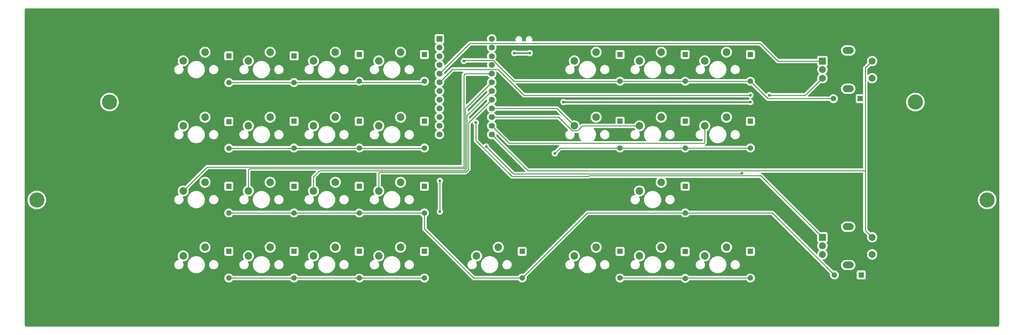
<source format=gbl>
G04 #@! TF.GenerationSoftware,KiCad,Pcbnew,(6.0.7-1)-1*
G04 #@! TF.CreationDate,2022-09-15T21:20:33+02:00*
G04 #@! TF.ProjectId,yts-pcb,7974732d-7063-4622-9e6b-696361645f70,rev?*
G04 #@! TF.SameCoordinates,Original*
G04 #@! TF.FileFunction,Copper,L2,Bot*
G04 #@! TF.FilePolarity,Positive*
%FSLAX46Y46*%
G04 Gerber Fmt 4.6, Leading zero omitted, Abs format (unit mm)*
G04 Created by KiCad (PCBNEW (6.0.7-1)-1) date 2022-09-15 21:20:33*
%MOMM*%
%LPD*%
G01*
G04 APERTURE LIST*
G04 #@! TA.AperFunction,ComponentPad*
%ADD10C,2.200000*%
G04 #@! TD*
G04 #@! TA.AperFunction,ComponentPad*
%ADD11C,2.000000*%
G04 #@! TD*
G04 #@! TA.AperFunction,ComponentPad*
%ADD12R,2.000000X2.000000*%
G04 #@! TD*
G04 #@! TA.AperFunction,WasherPad*
%ADD13O,3.200000X2.000000*%
G04 #@! TD*
G04 #@! TA.AperFunction,ComponentPad*
%ADD14C,4.400000*%
G04 #@! TD*
G04 #@! TA.AperFunction,ComponentPad*
%ADD15C,1.752600*%
G04 #@! TD*
G04 #@! TA.AperFunction,ComponentPad*
%ADD16R,1.752600X1.752600*%
G04 #@! TD*
G04 #@! TA.AperFunction,ComponentPad*
%ADD17C,1.600000*%
G04 #@! TD*
G04 #@! TA.AperFunction,ComponentPad*
%ADD18R,1.600000X1.600000*%
G04 #@! TD*
G04 #@! TA.AperFunction,ViaPad*
%ADD19C,0.800000*%
G04 #@! TD*
G04 #@! TA.AperFunction,Conductor*
%ADD20C,0.250000*%
G04 #@! TD*
G04 #@! TA.AperFunction,Conductor*
%ADD21C,0.400000*%
G04 #@! TD*
G04 APERTURE END LIST*
D10*
X146667958Y-123160000D03*
X153017958Y-120620000D03*
X108667958Y-123160000D03*
X115017958Y-120620000D03*
D11*
X309477958Y-155700000D03*
X309477958Y-160700000D03*
X294977958Y-158200000D03*
X294977958Y-160700000D03*
D12*
X294977958Y-155700000D03*
D13*
X302477958Y-163800000D03*
X302477958Y-152600000D03*
D10*
X127667958Y-104160000D03*
X134017958Y-101620000D03*
X165667958Y-104160000D03*
X172017958Y-101620000D03*
D14*
X322047959Y-116202042D03*
D10*
X165667958Y-161160000D03*
X172017958Y-158620000D03*
X146667958Y-161160000D03*
X153017958Y-158620000D03*
X146667958Y-142160000D03*
X153017958Y-139620000D03*
X146667958Y-104160000D03*
X153017958Y-101620000D03*
X108667958Y-161160000D03*
X115017958Y-158620000D03*
X165667958Y-123160000D03*
X172017958Y-120620000D03*
X165667958Y-142160000D03*
X172017958Y-139620000D03*
X127667958Y-142160000D03*
X134017958Y-139620000D03*
X260667958Y-161160000D03*
X267017958Y-158620000D03*
X222667958Y-104160000D03*
X229017958Y-101620000D03*
X108667958Y-142160000D03*
X115017958Y-139620000D03*
D14*
X342997959Y-144802042D03*
X65997959Y-144802042D03*
D10*
X267017958Y-120620000D03*
X260667958Y-123160000D03*
X241667958Y-161160000D03*
X248017958Y-158620000D03*
X241667958Y-142160000D03*
X248017958Y-139620000D03*
D14*
X87197959Y-116202042D03*
D15*
X198597958Y-97730000D03*
X198597958Y-100270000D03*
X198597958Y-102810000D03*
X198597958Y-105350000D03*
X198597958Y-107890000D03*
X198597958Y-110430000D03*
X198597958Y-112970000D03*
X198597958Y-115510000D03*
X198597958Y-118050000D03*
X198597958Y-120590000D03*
X198597958Y-123130000D03*
X198597958Y-125670000D03*
X183357958Y-125670000D03*
X183357958Y-123130000D03*
X183357958Y-120590000D03*
X183357958Y-118050000D03*
X183357958Y-115510000D03*
X183357958Y-112970000D03*
X183357958Y-110430000D03*
X183357958Y-107890000D03*
X183357958Y-105350000D03*
X183357958Y-102810000D03*
X183357958Y-100270000D03*
D16*
X183357958Y-97730000D03*
D10*
X241667958Y-104160000D03*
X248017958Y-101620000D03*
D11*
X309477958Y-104200000D03*
X309477958Y-109200000D03*
X294977958Y-106700000D03*
X294977958Y-109200000D03*
D12*
X294977958Y-104200000D03*
D13*
X302477958Y-112300000D03*
X302477958Y-101100000D03*
D10*
X260667958Y-104160000D03*
X267017958Y-101620000D03*
X194167958Y-161160000D03*
X200517958Y-158620000D03*
X127667958Y-161160000D03*
X134017958Y-158620000D03*
X127667958Y-123160000D03*
X134017958Y-120620000D03*
X222667958Y-123160000D03*
X229017958Y-120620000D03*
X108667958Y-104160000D03*
X115017958Y-101620000D03*
X241667958Y-123160000D03*
X248017958Y-120620000D03*
X222667958Y-161160000D03*
X229017958Y-158620000D03*
D17*
X298177958Y-115200000D03*
D18*
X305977958Y-115200000D03*
D17*
X235977958Y-167600000D03*
D18*
X235977958Y-159800000D03*
D17*
X140977958Y-167600000D03*
D18*
X140977958Y-159800000D03*
D17*
X178977958Y-148600000D03*
D18*
X178977958Y-140800000D03*
D17*
X121977958Y-110500000D03*
D18*
X121977958Y-102700000D03*
D17*
X159977958Y-148600000D03*
D18*
X159977958Y-140800000D03*
D17*
X273977958Y-129600000D03*
D18*
X273977958Y-121800000D03*
D17*
X121977958Y-148600000D03*
D18*
X121977958Y-140800000D03*
D17*
X235977958Y-110100000D03*
D18*
X235977958Y-102300000D03*
D17*
X178977958Y-110100000D03*
D18*
X178977958Y-102300000D03*
D17*
X298477958Y-166700000D03*
D18*
X306277958Y-166700000D03*
D17*
X254977958Y-148600000D03*
D18*
X254977958Y-140800000D03*
D17*
X140977958Y-129600000D03*
D18*
X140977958Y-121800000D03*
D17*
X159977958Y-167600000D03*
D18*
X159977958Y-159800000D03*
D17*
X121977958Y-167600000D03*
D18*
X121977958Y-159800000D03*
D17*
X273977958Y-167600000D03*
D18*
X273977958Y-159800000D03*
D17*
X178977958Y-167600000D03*
D18*
X178977958Y-159800000D03*
D17*
X140977958Y-148600000D03*
D18*
X140977958Y-140800000D03*
D17*
X254977958Y-110100000D03*
D18*
X254977958Y-102300000D03*
D17*
X235977958Y-129600000D03*
D18*
X235977958Y-121800000D03*
D17*
X121977958Y-129700000D03*
D18*
X121977958Y-121900000D03*
D17*
X159977958Y-110100000D03*
D18*
X159977958Y-102300000D03*
D17*
X273977958Y-110100000D03*
D18*
X273977958Y-102300000D03*
D17*
X207477958Y-167600000D03*
D18*
X207477958Y-159800000D03*
D17*
X178977958Y-129600000D03*
D18*
X178977958Y-121800000D03*
D17*
X159977958Y-129600000D03*
D18*
X159977958Y-121800000D03*
D17*
X254977958Y-167700000D03*
D18*
X254977958Y-159900000D03*
D17*
X254977958Y-129600000D03*
D18*
X254977958Y-121800000D03*
D17*
X140977958Y-110500000D03*
D18*
X140977958Y-102700000D03*
D19*
X190477958Y-104200000D03*
X216977958Y-131200000D03*
X183477958Y-139200000D03*
X183477958Y-148200000D03*
X219477958Y-116200000D03*
X273977958Y-116200000D03*
X209677958Y-101900000D03*
X205177958Y-101900000D03*
X273977958Y-114200000D03*
X279477958Y-114200000D03*
X193977958Y-122200000D03*
X271477958Y-136975500D03*
X196977958Y-129200000D03*
D20*
X205046853Y-110100000D02*
X198958153Y-104011300D01*
X298177958Y-115200000D02*
X279077958Y-115200000D01*
X190666658Y-104011300D02*
X190477958Y-104200000D01*
X279077958Y-115200000D02*
X273977958Y-110100000D01*
X273977958Y-110100000D02*
X235977958Y-110100000D01*
X235977958Y-110100000D02*
X205046853Y-110100000D01*
X198958153Y-104011300D02*
X190666658Y-104011300D01*
X178577958Y-110500000D02*
X178977958Y-110100000D01*
X121977958Y-110500000D02*
X178577958Y-110500000D01*
X273977958Y-129600000D02*
X235977958Y-129600000D01*
X218577958Y-129600000D02*
X235977958Y-129600000D01*
X216977958Y-131200000D02*
X218577958Y-129600000D01*
X121977958Y-129700000D02*
X178877958Y-129700000D01*
X178877958Y-129700000D02*
X178977958Y-129600000D01*
X207477958Y-167600000D02*
X193333133Y-167600000D01*
X193333133Y-167600000D02*
X178977958Y-153244825D01*
X121977958Y-148600000D02*
X178977958Y-148600000D01*
X280377958Y-148600000D02*
X254977958Y-148600000D01*
X226477958Y-148600000D02*
X207477958Y-167600000D01*
X178977958Y-153244825D02*
X178977958Y-148600000D01*
X298477958Y-166700000D02*
X280377958Y-148600000D01*
X254977958Y-148600000D02*
X226477958Y-148600000D01*
X183477958Y-139200000D02*
X183477958Y-148200000D01*
X235977958Y-167600000D02*
X273977958Y-167600000D01*
X121977958Y-167600000D02*
X178977958Y-167600000D01*
D21*
X219477958Y-116200000D02*
X273977958Y-116200000D01*
X205177958Y-101900000D02*
X209677958Y-101900000D01*
D20*
X190787958Y-107890000D02*
X190477958Y-108200000D01*
X115627958Y-135200000D02*
X108667958Y-142160000D01*
X190477958Y-135200000D02*
X115627958Y-135200000D01*
X190477958Y-108200000D02*
X190477958Y-135200000D01*
X198597958Y-107890000D02*
X190787958Y-107890000D01*
X190927958Y-118100000D02*
X190927958Y-135386396D01*
X190664354Y-135650000D02*
X127977958Y-135650000D01*
X127977958Y-135650000D02*
X127667958Y-135960000D01*
X198597958Y-110430000D02*
X190927958Y-118100000D01*
X127667958Y-135960000D02*
X127667958Y-142160000D01*
X190927958Y-135386396D02*
X190664354Y-135650000D01*
X148477958Y-136200000D02*
X146667958Y-138010000D01*
X191377958Y-135572792D02*
X190750750Y-136200000D01*
X191377958Y-120190000D02*
X191377958Y-135572792D01*
X146667958Y-138010000D02*
X146667958Y-142160000D01*
X198597958Y-112970000D02*
X191377958Y-120190000D01*
X190750750Y-136200000D02*
X148477958Y-136200000D01*
X191827958Y-122280000D02*
X191827958Y-135850000D01*
X198597958Y-115510000D02*
X191827958Y-122280000D01*
X165977958Y-136700000D02*
X165667958Y-137010000D01*
X190977958Y-136700000D02*
X165977958Y-136700000D01*
X165667958Y-137010000D02*
X165667958Y-142160000D01*
X191827958Y-135850000D02*
X190977958Y-136700000D01*
X217557958Y-118050000D02*
X222667958Y-123160000D01*
X198597958Y-118050000D02*
X217557958Y-118050000D01*
X198597958Y-120590000D02*
X218082703Y-120590000D01*
X225017958Y-123160000D02*
X241667958Y-123160000D01*
X218082703Y-120590000D02*
X222077703Y-124585000D01*
X222077703Y-124585000D02*
X223592958Y-124585000D01*
X223592958Y-124585000D02*
X225017958Y-123160000D01*
X260667958Y-123160000D02*
X260667958Y-128010000D01*
X260477958Y-128200000D02*
X203667958Y-128200000D01*
X203667958Y-128200000D02*
X198597958Y-123130000D01*
X260667958Y-128010000D02*
X260477958Y-128200000D01*
X209127958Y-136200000D02*
X198597958Y-125670000D01*
X307477958Y-153700000D02*
X309477958Y-155700000D01*
X307477958Y-136200000D02*
X209127958Y-136200000D01*
X307477958Y-106200000D02*
X307477958Y-136200000D01*
X307477958Y-136200000D02*
X307477958Y-153700000D01*
X309477958Y-104200000D02*
X307477958Y-106200000D01*
X294977958Y-104200000D02*
X281977958Y-104200000D01*
X276846658Y-99068700D02*
X192179258Y-99068700D01*
X281977958Y-104200000D02*
X276846658Y-99068700D01*
X192179258Y-99068700D02*
X183357958Y-107890000D01*
X187099258Y-106688700D02*
X183357958Y-110430000D01*
X200466658Y-106688700D02*
X187099258Y-106688700D01*
X273977958Y-114200000D02*
X207977958Y-114200000D01*
X289977958Y-114200000D02*
X279477958Y-114200000D01*
X294977958Y-109200000D02*
X289977958Y-114200000D01*
X207977958Y-114200000D02*
X200466658Y-106688700D01*
X204502958Y-137925000D02*
X193977958Y-127400000D01*
X294977958Y-155700000D02*
X276977958Y-137700000D01*
X226752958Y-137925000D02*
X204502958Y-137925000D01*
X276977958Y-137700000D02*
X226977958Y-137700000D01*
X193977958Y-127400000D02*
X193977958Y-122200000D01*
X226977958Y-137700000D02*
X226752958Y-137925000D01*
X224477958Y-137200000D02*
X271477958Y-137200000D01*
X197477958Y-129700000D02*
X196977958Y-129200000D01*
X224477958Y-137200000D02*
X204977958Y-137200000D01*
X204977958Y-137200000D02*
X197477958Y-129700000D01*
X271477958Y-137200000D02*
X271477958Y-136975500D01*
G04 #@! TA.AperFunction,NonConductor*
G36*
X197220704Y-99722202D02*
G01*
X197267197Y-99775858D01*
X197277301Y-99846132D01*
X197274003Y-99861864D01*
X197233025Y-100009625D01*
X197208827Y-100236050D01*
X197209124Y-100241202D01*
X197209124Y-100241206D01*
X197213211Y-100312090D01*
X197221935Y-100463387D01*
X197223070Y-100468424D01*
X197223071Y-100468430D01*
X197270222Y-100677655D01*
X197271997Y-100685531D01*
X197273941Y-100690317D01*
X197273942Y-100690322D01*
X197355725Y-100891728D01*
X197357669Y-100896515D01*
X197476650Y-101090674D01*
X197625744Y-101262793D01*
X197800947Y-101408249D01*
X197805398Y-101410850D01*
X197805408Y-101410857D01*
X197838224Y-101430033D01*
X197886947Y-101481672D01*
X197900017Y-101551455D01*
X197873284Y-101617227D01*
X197850311Y-101639575D01*
X197675402Y-101770900D01*
X197671830Y-101774638D01*
X197545758Y-101906565D01*
X197518078Y-101935530D01*
X197515164Y-101939802D01*
X197515163Y-101939803D01*
X197496182Y-101967628D01*
X197389755Y-102123645D01*
X197293879Y-102330192D01*
X197233025Y-102549625D01*
X197208827Y-102776050D01*
X197209124Y-102781202D01*
X197209124Y-102781206D01*
X197212016Y-102831358D01*
X197221935Y-103003387D01*
X197271675Y-103224101D01*
X197267139Y-103294951D01*
X197225017Y-103352102D01*
X197158684Y-103377408D01*
X197148758Y-103377800D01*
X190891681Y-103377800D01*
X190840432Y-103366907D01*
X190766277Y-103333891D01*
X190766276Y-103333891D01*
X190760246Y-103331206D01*
X190663228Y-103310584D01*
X190579902Y-103292872D01*
X190579897Y-103292872D01*
X190573445Y-103291500D01*
X190382471Y-103291500D01*
X190376019Y-103292872D01*
X190376014Y-103292872D01*
X190292688Y-103310584D01*
X190195670Y-103331206D01*
X190189640Y-103333891D01*
X190189639Y-103333891D01*
X190027236Y-103406197D01*
X190027234Y-103406198D01*
X190021206Y-103408882D01*
X190015865Y-103412762D01*
X190015864Y-103412763D01*
X189977688Y-103440500D01*
X189866705Y-103521134D01*
X189862284Y-103526044D01*
X189862283Y-103526045D01*
X189744519Y-103656836D01*
X189738918Y-103663056D01*
X189643431Y-103828444D01*
X189584416Y-104010072D01*
X189583726Y-104016633D01*
X189583726Y-104016635D01*
X189575862Y-104091455D01*
X189564454Y-104200000D01*
X189565144Y-104206565D01*
X189581462Y-104361818D01*
X189584416Y-104389928D01*
X189643431Y-104571556D01*
X189738918Y-104736944D01*
X189743336Y-104741851D01*
X189743337Y-104741852D01*
X189856711Y-104867767D01*
X189866705Y-104878866D01*
X190021206Y-104991118D01*
X190027234Y-104993802D01*
X190027236Y-104993803D01*
X190189639Y-105066109D01*
X190195670Y-105068794D01*
X190289070Y-105088647D01*
X190376014Y-105107128D01*
X190376019Y-105107128D01*
X190382471Y-105108500D01*
X190573445Y-105108500D01*
X190579897Y-105107128D01*
X190579902Y-105107128D01*
X190666846Y-105088647D01*
X190760246Y-105068794D01*
X190766277Y-105066109D01*
X190928680Y-104993803D01*
X190928682Y-104993802D01*
X190934710Y-104991118D01*
X191089211Y-104878866D01*
X191099205Y-104867767D01*
X191212579Y-104741852D01*
X191212580Y-104741851D01*
X191216998Y-104736944D01*
X191233824Y-104707800D01*
X191285206Y-104658807D01*
X191342943Y-104644800D01*
X197201102Y-104644800D01*
X197269223Y-104664802D01*
X197315716Y-104718458D01*
X197325820Y-104788732D01*
X197315389Y-104823851D01*
X197296057Y-104865497D01*
X197296052Y-104865511D01*
X197293879Y-104870192D01*
X197233025Y-105089625D01*
X197208827Y-105316050D01*
X197209124Y-105321202D01*
X197209124Y-105321206D01*
X197210970Y-105353221D01*
X197221935Y-105543387D01*
X197223070Y-105548424D01*
X197223071Y-105548430D01*
X197262312Y-105722555D01*
X197271997Y-105765531D01*
X197273941Y-105770317D01*
X197273942Y-105770322D01*
X197319207Y-105881796D01*
X197326303Y-105952437D01*
X197294081Y-106015701D01*
X197232771Y-106051501D01*
X197202464Y-106055200D01*
X187178025Y-106055200D01*
X187166842Y-106054673D01*
X187159349Y-106052998D01*
X187151423Y-106053247D01*
X187151422Y-106053247D01*
X187091272Y-106055138D01*
X187087313Y-106055200D01*
X187059402Y-106055200D01*
X187055468Y-106055697D01*
X187055467Y-106055697D01*
X187055402Y-106055705D01*
X187043565Y-106056638D01*
X187011748Y-106057638D01*
X187007287Y-106057778D01*
X186999368Y-106058027D01*
X186981712Y-106063156D01*
X186979916Y-106063678D01*
X186960564Y-106067686D01*
X186953493Y-106068580D01*
X186940461Y-106070226D01*
X186933092Y-106073143D01*
X186933090Y-106073144D01*
X186899355Y-106086500D01*
X186888127Y-106090345D01*
X186845665Y-106102682D01*
X186838843Y-106106716D01*
X186838837Y-106106719D01*
X186828226Y-106112994D01*
X186810476Y-106121690D01*
X186799014Y-106126228D01*
X186799009Y-106126231D01*
X186791641Y-106129148D01*
X186785226Y-106133809D01*
X186755883Y-106155127D01*
X186745965Y-106161643D01*
X186730695Y-106170674D01*
X186707895Y-106184158D01*
X186693571Y-106198482D01*
X186678539Y-106211321D01*
X186662151Y-106223228D01*
X186633970Y-106257293D01*
X186625980Y-106266073D01*
X184959220Y-107932833D01*
X184896908Y-107966859D01*
X184826093Y-107961794D01*
X184769257Y-107919247D01*
X184744549Y-107854062D01*
X184744291Y-107850917D01*
X184737653Y-107770179D01*
X184729269Y-107668202D01*
X184729268Y-107668196D01*
X184728845Y-107663051D01*
X184696453Y-107534090D01*
X184699258Y-107463149D01*
X184729562Y-107414300D01*
X192404758Y-99739105D01*
X192467070Y-99705079D01*
X192493853Y-99702200D01*
X197152583Y-99702200D01*
X197220704Y-99722202D01*
G37*
G04 #@! TD.AperFunction*
G04 #@! TA.AperFunction,NonConductor*
G36*
X276600185Y-99722202D02*
G01*
X276621159Y-99739105D01*
X279103054Y-102221001D01*
X281474306Y-104592253D01*
X281481846Y-104600539D01*
X281485958Y-104607018D01*
X281491735Y-104612443D01*
X281535609Y-104653643D01*
X281538451Y-104656398D01*
X281558188Y-104676135D01*
X281561385Y-104678615D01*
X281570405Y-104686318D01*
X281602637Y-104716586D01*
X281609583Y-104720405D01*
X281609586Y-104720407D01*
X281620392Y-104726348D01*
X281636911Y-104737199D01*
X281652917Y-104749614D01*
X281660186Y-104752759D01*
X281660190Y-104752762D01*
X281693495Y-104767174D01*
X281704145Y-104772391D01*
X281742898Y-104793695D01*
X281750573Y-104795666D01*
X281750574Y-104795666D01*
X281762520Y-104798733D01*
X281781225Y-104805137D01*
X281799813Y-104813181D01*
X281807636Y-104814420D01*
X281807646Y-104814423D01*
X281843482Y-104820099D01*
X281855102Y-104822505D01*
X281890247Y-104831528D01*
X281897928Y-104833500D01*
X281918182Y-104833500D01*
X281937892Y-104835051D01*
X281957901Y-104838220D01*
X281965793Y-104837474D01*
X282001919Y-104834059D01*
X282013777Y-104833500D01*
X293343458Y-104833500D01*
X293411579Y-104853502D01*
X293458072Y-104907158D01*
X293469458Y-104959500D01*
X293469458Y-105248134D01*
X293476213Y-105310316D01*
X293527343Y-105446705D01*
X293614697Y-105563261D01*
X293722060Y-105643725D01*
X293764574Y-105700583D01*
X293769600Y-105771401D01*
X293752382Y-105809726D01*
X293753782Y-105810584D01*
X293663446Y-105957999D01*
X293629718Y-106013037D01*
X293627825Y-106017607D01*
X293627823Y-106017611D01*
X293542351Y-106223961D01*
X293538853Y-106232406D01*
X293537698Y-106237218D01*
X293492496Y-106425499D01*
X293483423Y-106463289D01*
X293464793Y-106700000D01*
X293483423Y-106936711D01*
X293484577Y-106941518D01*
X293484578Y-106941524D01*
X293519401Y-107086572D01*
X293538853Y-107167594D01*
X293540746Y-107172165D01*
X293540747Y-107172167D01*
X293618519Y-107359925D01*
X293629718Y-107386963D01*
X293632304Y-107391183D01*
X293751199Y-107585202D01*
X293751203Y-107585208D01*
X293753782Y-107589416D01*
X293907989Y-107769969D01*
X293911745Y-107773177D01*
X293911750Y-107773182D01*
X294006597Y-107854189D01*
X294045407Y-107913639D01*
X294045913Y-107984634D01*
X294006597Y-108045811D01*
X293911750Y-108126818D01*
X293911745Y-108126823D01*
X293907989Y-108130031D01*
X293753782Y-108310584D01*
X293751203Y-108314792D01*
X293751199Y-108314798D01*
X293632304Y-108508817D01*
X293629718Y-108513037D01*
X293627825Y-108517607D01*
X293627823Y-108517611D01*
X293546238Y-108714577D01*
X293538853Y-108732406D01*
X293525866Y-108786502D01*
X293487169Y-108947686D01*
X293483423Y-108963289D01*
X293464793Y-109200000D01*
X293483423Y-109436711D01*
X293484577Y-109441518D01*
X293484578Y-109441524D01*
X293537018Y-109659951D01*
X293533471Y-109730859D01*
X293503594Y-109778460D01*
X291598915Y-111683138D01*
X289752458Y-113529595D01*
X289690146Y-113563621D01*
X289663363Y-113566500D01*
X280186158Y-113566500D01*
X280118037Y-113546498D01*
X280098811Y-113530157D01*
X280098538Y-113530460D01*
X280093626Y-113526037D01*
X280089211Y-113521134D01*
X280041085Y-113486168D01*
X279940052Y-113412763D01*
X279940051Y-113412762D01*
X279934710Y-113408882D01*
X279928682Y-113406198D01*
X279928680Y-113406197D01*
X279766277Y-113333891D01*
X279766276Y-113333891D01*
X279760246Y-113331206D01*
X279666846Y-113311353D01*
X279579902Y-113292872D01*
X279579897Y-113292872D01*
X279573445Y-113291500D01*
X279382471Y-113291500D01*
X279376019Y-113292872D01*
X279376014Y-113292872D01*
X279289070Y-113311353D01*
X279195670Y-113331206D01*
X279189640Y-113333891D01*
X279189639Y-113333891D01*
X279027236Y-113406197D01*
X279027234Y-113406198D01*
X279021206Y-113408882D01*
X279015865Y-113412762D01*
X279015864Y-113412763D01*
X278995223Y-113427760D01*
X278866705Y-113521134D01*
X278862284Y-113526044D01*
X278862283Y-113526045D01*
X278828450Y-113563621D01*
X278738918Y-113663056D01*
X278735617Y-113668774D01*
X278735614Y-113668778D01*
X278710480Y-113712310D01*
X278659097Y-113761303D01*
X278589383Y-113774738D01*
X278523473Y-113748351D01*
X278512267Y-113738404D01*
X275287110Y-110513247D01*
X275253084Y-110450935D01*
X275254498Y-110391541D01*
X275254665Y-110390917D01*
X275271501Y-110328087D01*
X275291456Y-110100000D01*
X275271501Y-109871913D01*
X275238388Y-109748333D01*
X275213665Y-109656067D01*
X275213664Y-109656065D01*
X275212242Y-109650757D01*
X275209919Y-109645775D01*
X275117807Y-109448238D01*
X275117804Y-109448233D01*
X275115481Y-109443251D01*
X275042056Y-109338389D01*
X274987315Y-109260211D01*
X274987313Y-109260208D01*
X274984156Y-109255700D01*
X274822258Y-109093802D01*
X274817750Y-109090645D01*
X274817747Y-109090643D01*
X274723926Y-109024949D01*
X274634707Y-108962477D01*
X274629725Y-108960154D01*
X274629720Y-108960151D01*
X274432183Y-108868039D01*
X274432182Y-108868039D01*
X274427201Y-108865716D01*
X274421893Y-108864294D01*
X274421891Y-108864293D01*
X274211360Y-108807881D01*
X274211358Y-108807881D01*
X274206045Y-108806457D01*
X273977958Y-108786502D01*
X273749871Y-108806457D01*
X273744558Y-108807881D01*
X273744556Y-108807881D01*
X273534025Y-108864293D01*
X273534023Y-108864294D01*
X273528715Y-108865716D01*
X273523734Y-108868039D01*
X273523733Y-108868039D01*
X273326196Y-108960151D01*
X273326191Y-108960154D01*
X273321209Y-108962477D01*
X273231990Y-109024949D01*
X273138169Y-109090643D01*
X273138166Y-109090645D01*
X273133658Y-109093802D01*
X272971760Y-109255700D01*
X272968603Y-109260208D01*
X272968601Y-109260211D01*
X272861777Y-109412771D01*
X272806320Y-109457099D01*
X272758564Y-109466500D01*
X256197352Y-109466500D01*
X256129231Y-109446498D01*
X256094139Y-109412771D01*
X255987315Y-109260211D01*
X255987313Y-109260208D01*
X255984156Y-109255700D01*
X255822258Y-109093802D01*
X255817750Y-109090645D01*
X255817747Y-109090643D01*
X255723926Y-109024949D01*
X255634707Y-108962477D01*
X255629725Y-108960154D01*
X255629720Y-108960151D01*
X255432183Y-108868039D01*
X255432182Y-108868039D01*
X255427201Y-108865716D01*
X255421893Y-108864294D01*
X255421891Y-108864293D01*
X255211360Y-108807881D01*
X255211358Y-108807881D01*
X255206045Y-108806457D01*
X254977958Y-108786502D01*
X254749871Y-108806457D01*
X254744558Y-108807881D01*
X254744556Y-108807881D01*
X254534025Y-108864293D01*
X254534023Y-108864294D01*
X254528715Y-108865716D01*
X254523734Y-108868039D01*
X254523733Y-108868039D01*
X254326196Y-108960151D01*
X254326191Y-108960154D01*
X254321209Y-108962477D01*
X254231990Y-109024949D01*
X254138169Y-109090643D01*
X254138166Y-109090645D01*
X254133658Y-109093802D01*
X253971760Y-109255700D01*
X253968603Y-109260208D01*
X253968601Y-109260211D01*
X253861777Y-109412771D01*
X253806320Y-109457099D01*
X253758564Y-109466500D01*
X237197352Y-109466500D01*
X237129231Y-109446498D01*
X237094139Y-109412771D01*
X236987315Y-109260211D01*
X236987313Y-109260208D01*
X236984156Y-109255700D01*
X236822258Y-109093802D01*
X236817750Y-109090645D01*
X236817747Y-109090643D01*
X236723926Y-109024949D01*
X236634707Y-108962477D01*
X236629725Y-108960154D01*
X236629720Y-108960151D01*
X236432183Y-108868039D01*
X236432182Y-108868039D01*
X236427201Y-108865716D01*
X236421893Y-108864294D01*
X236421891Y-108864293D01*
X236211360Y-108807881D01*
X236211358Y-108807881D01*
X236206045Y-108806457D01*
X235977958Y-108786502D01*
X235749871Y-108806457D01*
X235744558Y-108807881D01*
X235744556Y-108807881D01*
X235534025Y-108864293D01*
X235534023Y-108864294D01*
X235528715Y-108865716D01*
X235523734Y-108868039D01*
X235523733Y-108868039D01*
X235326196Y-108960151D01*
X235326191Y-108960154D01*
X235321209Y-108962477D01*
X235231990Y-109024949D01*
X235138169Y-109090643D01*
X235138166Y-109090645D01*
X235133658Y-109093802D01*
X234971760Y-109255700D01*
X234968603Y-109260208D01*
X234968601Y-109260211D01*
X234861777Y-109412771D01*
X234806320Y-109457099D01*
X234758564Y-109466500D01*
X205361447Y-109466500D01*
X205293326Y-109446498D01*
X205272352Y-109429595D01*
X202478532Y-106635774D01*
X220036060Y-106635774D01*
X220044709Y-106866158D01*
X220092051Y-107091791D01*
X220094009Y-107096750D01*
X220094010Y-107096752D01*
X220136225Y-107203645D01*
X220176734Y-107306221D01*
X220179501Y-107310780D01*
X220179502Y-107310783D01*
X220238467Y-107407954D01*
X220296335Y-107503317D01*
X220299832Y-107507347D01*
X220434945Y-107663051D01*
X220447435Y-107677445D01*
X220488988Y-107711516D01*
X220621585Y-107820240D01*
X220621591Y-107820244D01*
X220625713Y-107823624D01*
X220630349Y-107826263D01*
X220630352Y-107826265D01*
X220739380Y-107888327D01*
X220826072Y-107937675D01*
X221042783Y-108016337D01*
X221048032Y-108017286D01*
X221048035Y-108017287D01*
X221265566Y-108056623D01*
X221265573Y-108056624D01*
X221269650Y-108057361D01*
X221287372Y-108058197D01*
X221292314Y-108058430D01*
X221292321Y-108058430D01*
X221293802Y-108058500D01*
X221455848Y-108058500D01*
X221522767Y-108052822D01*
X221622367Y-108044371D01*
X221622371Y-108044370D01*
X221627678Y-108043920D01*
X221632833Y-108042582D01*
X221632839Y-108042581D01*
X221845661Y-107987343D01*
X221845665Y-107987342D01*
X221850830Y-107986001D01*
X221855696Y-107983809D01*
X221855699Y-107983808D01*
X222056160Y-107893507D01*
X222061033Y-107891312D01*
X222252277Y-107762559D01*
X222312534Y-107705077D01*
X222415236Y-107607103D01*
X222419093Y-107603424D01*
X222426719Y-107593175D01*
X222553526Y-107422740D01*
X222556712Y-107418458D01*
X222562642Y-107406796D01*
X222658780Y-107217704D01*
X222661198Y-107212949D01*
X222673862Y-107172167D01*
X222727982Y-106997871D01*
X222729565Y-106992773D01*
X222730266Y-106987484D01*
X222747451Y-106857821D01*
X223969458Y-106857821D01*
X224009018Y-107170975D01*
X224087515Y-107476702D01*
X224088968Y-107480371D01*
X224088968Y-107480372D01*
X224202141Y-107766213D01*
X224203711Y-107770179D01*
X224205617Y-107773647D01*
X224205618Y-107773648D01*
X224339561Y-108017287D01*
X224355774Y-108046779D01*
X224541304Y-108302140D01*
X224757376Y-108532233D01*
X225000583Y-108733432D01*
X225267089Y-108902562D01*
X225270668Y-108904246D01*
X225270675Y-108904250D01*
X225549102Y-109035267D01*
X225549106Y-109035269D01*
X225552692Y-109036956D01*
X225852886Y-109134495D01*
X226162938Y-109193641D01*
X226399120Y-109208500D01*
X226556796Y-109208500D01*
X226792978Y-109193641D01*
X227103030Y-109134495D01*
X227403224Y-109036956D01*
X227406810Y-109035269D01*
X227406814Y-109035267D01*
X227685241Y-108904250D01*
X227685248Y-108904246D01*
X227688827Y-108902562D01*
X227955333Y-108733432D01*
X228198540Y-108532233D01*
X228414612Y-108302140D01*
X228600142Y-108046779D01*
X228616356Y-108017287D01*
X228750298Y-107773648D01*
X228750299Y-107773647D01*
X228752205Y-107770179D01*
X228753776Y-107766213D01*
X228866948Y-107480372D01*
X228866948Y-107480371D01*
X228868401Y-107476702D01*
X228946898Y-107170975D01*
X228986458Y-106857821D01*
X228986458Y-106635774D01*
X230196060Y-106635774D01*
X230204709Y-106866158D01*
X230252051Y-107091791D01*
X230254009Y-107096750D01*
X230254010Y-107096752D01*
X230296225Y-107203645D01*
X230336734Y-107306221D01*
X230339501Y-107310780D01*
X230339502Y-107310783D01*
X230398467Y-107407954D01*
X230456335Y-107503317D01*
X230459832Y-107507347D01*
X230594945Y-107663051D01*
X230607435Y-107677445D01*
X230648988Y-107711516D01*
X230781585Y-107820240D01*
X230781591Y-107820244D01*
X230785713Y-107823624D01*
X230790349Y-107826263D01*
X230790352Y-107826265D01*
X230899380Y-107888327D01*
X230986072Y-107937675D01*
X231202783Y-108016337D01*
X231208032Y-108017286D01*
X231208035Y-108017287D01*
X231425566Y-108056623D01*
X231425573Y-108056624D01*
X231429650Y-108057361D01*
X231447372Y-108058197D01*
X231452314Y-108058430D01*
X231452321Y-108058430D01*
X231453802Y-108058500D01*
X231615848Y-108058500D01*
X231682767Y-108052822D01*
X231782367Y-108044371D01*
X231782371Y-108044370D01*
X231787678Y-108043920D01*
X231792833Y-108042582D01*
X231792839Y-108042581D01*
X232005661Y-107987343D01*
X232005665Y-107987342D01*
X232010830Y-107986001D01*
X232015696Y-107983809D01*
X232015699Y-107983808D01*
X232216160Y-107893507D01*
X232221033Y-107891312D01*
X232412277Y-107762559D01*
X232472534Y-107705077D01*
X232575236Y-107607103D01*
X232579093Y-107603424D01*
X232586719Y-107593175D01*
X232713526Y-107422740D01*
X232716712Y-107418458D01*
X232722642Y-107406796D01*
X232818780Y-107217704D01*
X232821198Y-107212949D01*
X232833862Y-107172167D01*
X232887982Y-106997871D01*
X232889565Y-106992773D01*
X232890266Y-106987484D01*
X232919156Y-106769511D01*
X232919156Y-106769506D01*
X232919856Y-106764226D01*
X232915034Y-106635774D01*
X239036060Y-106635774D01*
X239044709Y-106866158D01*
X239092051Y-107091791D01*
X239094009Y-107096750D01*
X239094010Y-107096752D01*
X239136225Y-107203645D01*
X239176734Y-107306221D01*
X239179501Y-107310780D01*
X239179502Y-107310783D01*
X239238467Y-107407954D01*
X239296335Y-107503317D01*
X239299832Y-107507347D01*
X239434945Y-107663051D01*
X239447435Y-107677445D01*
X239488988Y-107711516D01*
X239621585Y-107820240D01*
X239621591Y-107820244D01*
X239625713Y-107823624D01*
X239630349Y-107826263D01*
X239630352Y-107826265D01*
X239739380Y-107888327D01*
X239826072Y-107937675D01*
X240042783Y-108016337D01*
X240048032Y-108017286D01*
X240048035Y-108017287D01*
X240265566Y-108056623D01*
X240265573Y-108056624D01*
X240269650Y-108057361D01*
X240287372Y-108058197D01*
X240292314Y-108058430D01*
X240292321Y-108058430D01*
X240293802Y-108058500D01*
X240455848Y-108058500D01*
X240522767Y-108052822D01*
X240622367Y-108044371D01*
X240622371Y-108044370D01*
X240627678Y-108043920D01*
X240632833Y-108042582D01*
X240632839Y-108042581D01*
X240845661Y-107987343D01*
X240845665Y-107987342D01*
X240850830Y-107986001D01*
X240855696Y-107983809D01*
X240855699Y-107983808D01*
X241056160Y-107893507D01*
X241061033Y-107891312D01*
X241252277Y-107762559D01*
X241312534Y-107705077D01*
X241415236Y-107607103D01*
X241419093Y-107603424D01*
X241426719Y-107593175D01*
X241553526Y-107422740D01*
X241556712Y-107418458D01*
X241562642Y-107406796D01*
X241658780Y-107217704D01*
X241661198Y-107212949D01*
X241673862Y-107172167D01*
X241727982Y-106997871D01*
X241729565Y-106992773D01*
X241730266Y-106987484D01*
X241747451Y-106857821D01*
X242969458Y-106857821D01*
X243009018Y-107170975D01*
X243087515Y-107476702D01*
X243088968Y-107480371D01*
X243088968Y-107480372D01*
X243202141Y-107766213D01*
X243203711Y-107770179D01*
X243205617Y-107773647D01*
X243205618Y-107773648D01*
X243339561Y-108017287D01*
X243355774Y-108046779D01*
X243541304Y-108302140D01*
X243757376Y-108532233D01*
X244000583Y-108733432D01*
X244267089Y-108902562D01*
X244270668Y-108904246D01*
X244270675Y-108904250D01*
X244549102Y-109035267D01*
X244549106Y-109035269D01*
X244552692Y-109036956D01*
X244852886Y-109134495D01*
X245162938Y-109193641D01*
X245399120Y-109208500D01*
X245556796Y-109208500D01*
X245792978Y-109193641D01*
X246103030Y-109134495D01*
X246403224Y-109036956D01*
X246406810Y-109035269D01*
X246406814Y-109035267D01*
X246685241Y-108904250D01*
X246685248Y-108904246D01*
X246688827Y-108902562D01*
X246955333Y-108733432D01*
X247198540Y-108532233D01*
X247414612Y-108302140D01*
X247600142Y-108046779D01*
X247616356Y-108017287D01*
X247750298Y-107773648D01*
X247750299Y-107773647D01*
X247752205Y-107770179D01*
X247753776Y-107766213D01*
X247866948Y-107480372D01*
X247866948Y-107480371D01*
X247868401Y-107476702D01*
X247946898Y-107170975D01*
X247986458Y-106857821D01*
X247986458Y-106635774D01*
X249196060Y-106635774D01*
X249204709Y-106866158D01*
X249252051Y-107091791D01*
X249254009Y-107096750D01*
X249254010Y-107096752D01*
X249296225Y-107203645D01*
X249336734Y-107306221D01*
X249339501Y-107310780D01*
X249339502Y-107310783D01*
X249398467Y-107407954D01*
X249456335Y-107503317D01*
X249459832Y-107507347D01*
X249594945Y-107663051D01*
X249607435Y-107677445D01*
X249648988Y-107711516D01*
X249781585Y-107820240D01*
X249781591Y-107820244D01*
X249785713Y-107823624D01*
X249790349Y-107826263D01*
X249790352Y-107826265D01*
X249899380Y-107888327D01*
X249986072Y-107937675D01*
X250202783Y-108016337D01*
X250208032Y-108017286D01*
X250208035Y-108017287D01*
X250425566Y-108056623D01*
X250425573Y-108056624D01*
X250429650Y-108057361D01*
X250447372Y-108058197D01*
X250452314Y-108058430D01*
X250452321Y-108058430D01*
X250453802Y-108058500D01*
X250615848Y-108058500D01*
X250682767Y-108052822D01*
X250782367Y-108044371D01*
X250782371Y-108044370D01*
X250787678Y-108043920D01*
X250792833Y-108042582D01*
X250792839Y-108042581D01*
X251005661Y-107987343D01*
X251005665Y-107987342D01*
X251010830Y-107986001D01*
X251015696Y-107983809D01*
X251015699Y-107983808D01*
X251216160Y-107893507D01*
X251221033Y-107891312D01*
X251412277Y-107762559D01*
X251472534Y-107705077D01*
X251575236Y-107607103D01*
X251579093Y-107603424D01*
X251586719Y-107593175D01*
X251713526Y-107422740D01*
X251716712Y-107418458D01*
X251722642Y-107406796D01*
X251818780Y-107217704D01*
X251821198Y-107212949D01*
X251833862Y-107172167D01*
X251887982Y-106997871D01*
X251889565Y-106992773D01*
X251890266Y-106987484D01*
X251919156Y-106769511D01*
X251919156Y-106769506D01*
X251919856Y-106764226D01*
X251915034Y-106635774D01*
X258036060Y-106635774D01*
X258044709Y-106866158D01*
X258092051Y-107091791D01*
X258094009Y-107096750D01*
X258094010Y-107096752D01*
X258136225Y-107203645D01*
X258176734Y-107306221D01*
X258179501Y-107310780D01*
X258179502Y-107310783D01*
X258238467Y-107407954D01*
X258296335Y-107503317D01*
X258299832Y-107507347D01*
X258434945Y-107663051D01*
X258447435Y-107677445D01*
X258488988Y-107711516D01*
X258621585Y-107820240D01*
X258621591Y-107820244D01*
X258625713Y-107823624D01*
X258630349Y-107826263D01*
X258630352Y-107826265D01*
X258739380Y-107888327D01*
X258826072Y-107937675D01*
X259042783Y-108016337D01*
X259048032Y-108017286D01*
X259048035Y-108017287D01*
X259265566Y-108056623D01*
X259265573Y-108056624D01*
X259269650Y-108057361D01*
X259287372Y-108058197D01*
X259292314Y-108058430D01*
X259292321Y-108058430D01*
X259293802Y-108058500D01*
X259455848Y-108058500D01*
X259522767Y-108052822D01*
X259622367Y-108044371D01*
X259622371Y-108044370D01*
X259627678Y-108043920D01*
X259632833Y-108042582D01*
X259632839Y-108042581D01*
X259845661Y-107987343D01*
X259845665Y-107987342D01*
X259850830Y-107986001D01*
X259855696Y-107983809D01*
X259855699Y-107983808D01*
X260056160Y-107893507D01*
X260061033Y-107891312D01*
X260252277Y-107762559D01*
X260312534Y-107705077D01*
X260415236Y-107607103D01*
X260419093Y-107603424D01*
X260426719Y-107593175D01*
X260553526Y-107422740D01*
X260556712Y-107418458D01*
X260562642Y-107406796D01*
X260658780Y-107217704D01*
X260661198Y-107212949D01*
X260673862Y-107172167D01*
X260727982Y-106997871D01*
X260729565Y-106992773D01*
X260730266Y-106987484D01*
X260747451Y-106857821D01*
X261969458Y-106857821D01*
X262009018Y-107170975D01*
X262087515Y-107476702D01*
X262088968Y-107480371D01*
X262088968Y-107480372D01*
X262202141Y-107766213D01*
X262203711Y-107770179D01*
X262205617Y-107773647D01*
X262205618Y-107773648D01*
X262339561Y-108017287D01*
X262355774Y-108046779D01*
X262541304Y-108302140D01*
X262757376Y-108532233D01*
X263000583Y-108733432D01*
X263267089Y-108902562D01*
X263270668Y-108904246D01*
X263270675Y-108904250D01*
X263549102Y-109035267D01*
X263549106Y-109035269D01*
X263552692Y-109036956D01*
X263852886Y-109134495D01*
X264162938Y-109193641D01*
X264399120Y-109208500D01*
X264556796Y-109208500D01*
X264792978Y-109193641D01*
X265103030Y-109134495D01*
X265403224Y-109036956D01*
X265406810Y-109035269D01*
X265406814Y-109035267D01*
X265685241Y-108904250D01*
X265685248Y-108904246D01*
X265688827Y-108902562D01*
X265955333Y-108733432D01*
X266198540Y-108532233D01*
X266414612Y-108302140D01*
X266600142Y-108046779D01*
X266616356Y-108017287D01*
X266750298Y-107773648D01*
X266750299Y-107773647D01*
X266752205Y-107770179D01*
X266753776Y-107766213D01*
X266866948Y-107480372D01*
X266866948Y-107480371D01*
X266868401Y-107476702D01*
X266946898Y-107170975D01*
X266986458Y-106857821D01*
X266986458Y-106635774D01*
X268196060Y-106635774D01*
X268204709Y-106866158D01*
X268252051Y-107091791D01*
X268254009Y-107096750D01*
X268254010Y-107096752D01*
X268296225Y-107203645D01*
X268336734Y-107306221D01*
X268339501Y-107310780D01*
X268339502Y-107310783D01*
X268398467Y-107407954D01*
X268456335Y-107503317D01*
X268459832Y-107507347D01*
X268594945Y-107663051D01*
X268607435Y-107677445D01*
X268648988Y-107711516D01*
X268781585Y-107820240D01*
X268781591Y-107820244D01*
X268785713Y-107823624D01*
X268790349Y-107826263D01*
X268790352Y-107826265D01*
X268899380Y-107888327D01*
X268986072Y-107937675D01*
X269202783Y-108016337D01*
X269208032Y-108017286D01*
X269208035Y-108017287D01*
X269425566Y-108056623D01*
X269425573Y-108056624D01*
X269429650Y-108057361D01*
X269447372Y-108058197D01*
X269452314Y-108058430D01*
X269452321Y-108058430D01*
X269453802Y-108058500D01*
X269615848Y-108058500D01*
X269682767Y-108052822D01*
X269782367Y-108044371D01*
X269782371Y-108044370D01*
X269787678Y-108043920D01*
X269792833Y-108042582D01*
X269792839Y-108042581D01*
X270005661Y-107987343D01*
X270005665Y-107987342D01*
X270010830Y-107986001D01*
X270015696Y-107983809D01*
X270015699Y-107983808D01*
X270216160Y-107893507D01*
X270221033Y-107891312D01*
X270412277Y-107762559D01*
X270472534Y-107705077D01*
X270575236Y-107607103D01*
X270579093Y-107603424D01*
X270586719Y-107593175D01*
X270713526Y-107422740D01*
X270716712Y-107418458D01*
X270722642Y-107406796D01*
X270818780Y-107217704D01*
X270821198Y-107212949D01*
X270833862Y-107172167D01*
X270887982Y-106997871D01*
X270889565Y-106992773D01*
X270890266Y-106987484D01*
X270919156Y-106769511D01*
X270919156Y-106769506D01*
X270919856Y-106764226D01*
X270911207Y-106533842D01*
X270863865Y-106308209D01*
X270825603Y-106211324D01*
X270781143Y-106098744D01*
X270781142Y-106098742D01*
X270779182Y-106093779D01*
X270776094Y-106088689D01*
X270662348Y-105901243D01*
X270659581Y-105896683D01*
X270635298Y-105868699D01*
X270511981Y-105726588D01*
X270511979Y-105726586D01*
X270508481Y-105722555D01*
X270412340Y-105643724D01*
X270334331Y-105579760D01*
X270334325Y-105579756D01*
X270330203Y-105576376D01*
X270325567Y-105573737D01*
X270325564Y-105573735D01*
X270139655Y-105467910D01*
X270129844Y-105462325D01*
X269913133Y-105383663D01*
X269907884Y-105382714D01*
X269907881Y-105382713D01*
X269690350Y-105343377D01*
X269690343Y-105343376D01*
X269686266Y-105342639D01*
X269668544Y-105341803D01*
X269663602Y-105341570D01*
X269663595Y-105341570D01*
X269662114Y-105341500D01*
X269500068Y-105341500D01*
X269433149Y-105347178D01*
X269333549Y-105355629D01*
X269333545Y-105355630D01*
X269328238Y-105356080D01*
X269323083Y-105357418D01*
X269323077Y-105357419D01*
X269110255Y-105412657D01*
X269110251Y-105412658D01*
X269105086Y-105413999D01*
X269100220Y-105416191D01*
X269100217Y-105416192D01*
X268991938Y-105464968D01*
X268894883Y-105508688D01*
X268703639Y-105637441D01*
X268699782Y-105641120D01*
X268699780Y-105641122D01*
X268642610Y-105695660D01*
X268536823Y-105796576D01*
X268399204Y-105981542D01*
X268396788Y-105986293D01*
X268396786Y-105986297D01*
X268346961Y-106084297D01*
X268294718Y-106187051D01*
X268293136Y-106192145D01*
X268293135Y-106192148D01*
X268247572Y-106338886D01*
X268226351Y-106407227D01*
X268225650Y-106412516D01*
X268210262Y-106528623D01*
X268196060Y-106635774D01*
X266986458Y-106635774D01*
X266986458Y-106542179D01*
X266946898Y-106229025D01*
X266868401Y-105923298D01*
X266842925Y-105858953D01*
X266753660Y-105633495D01*
X266753658Y-105633490D01*
X266752205Y-105629821D01*
X266734500Y-105597616D01*
X266602051Y-105356693D01*
X266602049Y-105356690D01*
X266600142Y-105353221D01*
X266424983Y-105112135D01*
X266416940Y-105101064D01*
X266416939Y-105101062D01*
X266414612Y-105097860D01*
X266220529Y-104891183D01*
X266201255Y-104870658D01*
X266201254Y-104870657D01*
X266198540Y-104867767D01*
X266157119Y-104833500D01*
X265969887Y-104678608D01*
X265955333Y-104666568D01*
X265688827Y-104497438D01*
X265685248Y-104495754D01*
X265685241Y-104495750D01*
X265406814Y-104364733D01*
X265406810Y-104364731D01*
X265403224Y-104363044D01*
X265103030Y-104265505D01*
X264792978Y-104206359D01*
X264556796Y-104191500D01*
X264399120Y-104191500D01*
X264162938Y-104206359D01*
X263852886Y-104265505D01*
X263552692Y-104363044D01*
X263549106Y-104364731D01*
X263549102Y-104364733D01*
X263270675Y-104495750D01*
X263270668Y-104495754D01*
X263267089Y-104497438D01*
X263000583Y-104666568D01*
X262986029Y-104678608D01*
X262798798Y-104833500D01*
X262757376Y-104867767D01*
X262754662Y-104870657D01*
X262754661Y-104870658D01*
X262735387Y-104891183D01*
X262541304Y-105097860D01*
X262538977Y-105101062D01*
X262538976Y-105101064D01*
X262530933Y-105112135D01*
X262355774Y-105353221D01*
X262353867Y-105356690D01*
X262353865Y-105356693D01*
X262221416Y-105597616D01*
X262203711Y-105629821D01*
X262202258Y-105633490D01*
X262202256Y-105633495D01*
X262112991Y-105858953D01*
X262087515Y-105923298D01*
X262009018Y-106229025D01*
X261969458Y-106542179D01*
X261969458Y-106857821D01*
X260747451Y-106857821D01*
X260759156Y-106769511D01*
X260759156Y-106769506D01*
X260759856Y-106764226D01*
X260751207Y-106533842D01*
X260703865Y-106308209D01*
X260665603Y-106211324D01*
X260621143Y-106098744D01*
X260621142Y-106098742D01*
X260619182Y-106093779D01*
X260616094Y-106088689D01*
X260593367Y-106051237D01*
X260540219Y-105963653D01*
X260521981Y-105895041D01*
X260543732Y-105827459D01*
X260598568Y-105782364D01*
X260657819Y-105772677D01*
X260663019Y-105773086D01*
X260663028Y-105773086D01*
X260667958Y-105773474D01*
X260920361Y-105753609D01*
X260925168Y-105752455D01*
X260925174Y-105752454D01*
X261090440Y-105712777D01*
X261166549Y-105694505D01*
X261171122Y-105692611D01*
X261395886Y-105599511D01*
X261395890Y-105599509D01*
X261400460Y-105597616D01*
X261616334Y-105465328D01*
X261808856Y-105300898D01*
X261973286Y-105108376D01*
X262105574Y-104892502D01*
X262107869Y-104886963D01*
X262200569Y-104663164D01*
X262200570Y-104663162D01*
X262202463Y-104658591D01*
X262241152Y-104497438D01*
X262260412Y-104417216D01*
X262260413Y-104417210D01*
X262261567Y-104412403D01*
X262281432Y-104160000D01*
X262261567Y-103907597D01*
X262253581Y-103874329D01*
X262203618Y-103666221D01*
X262202463Y-103661409D01*
X262187909Y-103626273D01*
X262107469Y-103432072D01*
X262107467Y-103432068D01*
X262105574Y-103427498D01*
X261973286Y-103211624D01*
X261808856Y-103019102D01*
X261616334Y-102854672D01*
X261400460Y-102722384D01*
X261395890Y-102720491D01*
X261395886Y-102720489D01*
X261171122Y-102627389D01*
X261171120Y-102627388D01*
X261166549Y-102625495D01*
X261081926Y-102605179D01*
X260925174Y-102567546D01*
X260925168Y-102567545D01*
X260920361Y-102566391D01*
X260667958Y-102546526D01*
X260415555Y-102566391D01*
X260410748Y-102567545D01*
X260410742Y-102567546D01*
X260253990Y-102605179D01*
X260169367Y-102625495D01*
X260164796Y-102627388D01*
X260164794Y-102627389D01*
X259940030Y-102720489D01*
X259940026Y-102720491D01*
X259935456Y-102722384D01*
X259719582Y-102854672D01*
X259527060Y-103019102D01*
X259362630Y-103211624D01*
X259230342Y-103427498D01*
X259228449Y-103432068D01*
X259228447Y-103432072D01*
X259148007Y-103626273D01*
X259133453Y-103661409D01*
X259132298Y-103666221D01*
X259082336Y-103874329D01*
X259074349Y-103907597D01*
X259054484Y-104160000D01*
X259074349Y-104412403D01*
X259075503Y-104417210D01*
X259075504Y-104417216D01*
X259094764Y-104497438D01*
X259133453Y-104658591D01*
X259135346Y-104663162D01*
X259135347Y-104663164D01*
X259228048Y-104886963D01*
X259230342Y-104892502D01*
X259362630Y-105108376D01*
X259365837Y-105112131D01*
X259365840Y-105112135D01*
X259387362Y-105137333D01*
X259416393Y-105202122D01*
X259405788Y-105272322D01*
X259358914Y-105325645D01*
X259302205Y-105344713D01*
X259257308Y-105348522D01*
X259173549Y-105355629D01*
X259173545Y-105355630D01*
X259168238Y-105356080D01*
X259163083Y-105357418D01*
X259163077Y-105357419D01*
X258950255Y-105412657D01*
X258950251Y-105412658D01*
X258945086Y-105413999D01*
X258940220Y-105416191D01*
X258940217Y-105416192D01*
X258831938Y-105464968D01*
X258734883Y-105508688D01*
X258543639Y-105637441D01*
X258539782Y-105641120D01*
X258539780Y-105641122D01*
X258482610Y-105695660D01*
X258376823Y-105796576D01*
X258239204Y-105981542D01*
X258236788Y-105986293D01*
X258236786Y-105986297D01*
X258186961Y-106084297D01*
X258134718Y-106187051D01*
X258133136Y-106192145D01*
X258133135Y-106192148D01*
X258087572Y-106338886D01*
X258066351Y-106407227D01*
X258065650Y-106412516D01*
X258050262Y-106528623D01*
X258036060Y-106635774D01*
X251915034Y-106635774D01*
X251911207Y-106533842D01*
X251863865Y-106308209D01*
X251825603Y-106211324D01*
X251781143Y-106098744D01*
X251781142Y-106098742D01*
X251779182Y-106093779D01*
X251776094Y-106088689D01*
X251662348Y-105901243D01*
X251659581Y-105896683D01*
X251635298Y-105868699D01*
X251511981Y-105726588D01*
X251511979Y-105726586D01*
X251508481Y-105722555D01*
X251412340Y-105643724D01*
X251334331Y-105579760D01*
X251334325Y-105579756D01*
X251330203Y-105576376D01*
X251325567Y-105573737D01*
X251325564Y-105573735D01*
X251139655Y-105467910D01*
X251129844Y-105462325D01*
X250913133Y-105383663D01*
X250907884Y-105382714D01*
X250907881Y-105382713D01*
X250690350Y-105343377D01*
X250690343Y-105343376D01*
X250686266Y-105342639D01*
X250668544Y-105341803D01*
X250663602Y-105341570D01*
X250663595Y-105341570D01*
X250662114Y-105341500D01*
X250500068Y-105341500D01*
X250433149Y-105347178D01*
X250333549Y-105355629D01*
X250333545Y-105355630D01*
X250328238Y-105356080D01*
X250323083Y-105357418D01*
X250323077Y-105357419D01*
X250110255Y-105412657D01*
X250110251Y-105412658D01*
X250105086Y-105413999D01*
X250100220Y-105416191D01*
X250100217Y-105416192D01*
X249991938Y-105464968D01*
X249894883Y-105508688D01*
X249703639Y-105637441D01*
X249699782Y-105641120D01*
X249699780Y-105641122D01*
X249642610Y-105695660D01*
X249536823Y-105796576D01*
X249399204Y-105981542D01*
X249396788Y-105986293D01*
X249396786Y-105986297D01*
X249346961Y-106084297D01*
X249294718Y-106187051D01*
X249293136Y-106192145D01*
X249293135Y-106192148D01*
X249247572Y-106338886D01*
X249226351Y-106407227D01*
X249225650Y-106412516D01*
X249210262Y-106528623D01*
X249196060Y-106635774D01*
X247986458Y-106635774D01*
X247986458Y-106542179D01*
X247946898Y-106229025D01*
X247868401Y-105923298D01*
X247842925Y-105858953D01*
X247753660Y-105633495D01*
X247753658Y-105633490D01*
X247752205Y-105629821D01*
X247734500Y-105597616D01*
X247602051Y-105356693D01*
X247602049Y-105356690D01*
X247600142Y-105353221D01*
X247424983Y-105112135D01*
X247416940Y-105101064D01*
X247416939Y-105101062D01*
X247414612Y-105097860D01*
X247220529Y-104891183D01*
X247201255Y-104870658D01*
X247201254Y-104870657D01*
X247198540Y-104867767D01*
X247157119Y-104833500D01*
X246969887Y-104678608D01*
X246955333Y-104666568D01*
X246688827Y-104497438D01*
X246685248Y-104495754D01*
X246685241Y-104495750D01*
X246406814Y-104364733D01*
X246406810Y-104364731D01*
X246403224Y-104363044D01*
X246103030Y-104265505D01*
X245792978Y-104206359D01*
X245556796Y-104191500D01*
X245399120Y-104191500D01*
X245162938Y-104206359D01*
X244852886Y-104265505D01*
X244552692Y-104363044D01*
X244549106Y-104364731D01*
X244549102Y-104364733D01*
X244270675Y-104495750D01*
X244270668Y-104495754D01*
X244267089Y-104497438D01*
X244000583Y-104666568D01*
X243986029Y-104678608D01*
X243798798Y-104833500D01*
X243757376Y-104867767D01*
X243754662Y-104870657D01*
X243754661Y-104870658D01*
X243735387Y-104891183D01*
X243541304Y-105097860D01*
X243538977Y-105101062D01*
X243538976Y-105101064D01*
X243530933Y-105112135D01*
X243355774Y-105353221D01*
X243353867Y-105356690D01*
X243353865Y-105356693D01*
X243221416Y-105597616D01*
X243203711Y-105629821D01*
X243202258Y-105633490D01*
X243202256Y-105633495D01*
X243112991Y-105858953D01*
X243087515Y-105923298D01*
X243009018Y-106229025D01*
X242969458Y-106542179D01*
X242969458Y-106857821D01*
X241747451Y-106857821D01*
X241759156Y-106769511D01*
X241759156Y-106769506D01*
X241759856Y-106764226D01*
X241751207Y-106533842D01*
X241703865Y-106308209D01*
X241665603Y-106211324D01*
X241621143Y-106098744D01*
X241621142Y-106098742D01*
X241619182Y-106093779D01*
X241616094Y-106088689D01*
X241593367Y-106051237D01*
X241540219Y-105963653D01*
X241521981Y-105895041D01*
X241543732Y-105827459D01*
X241598568Y-105782364D01*
X241657819Y-105772677D01*
X241663019Y-105773086D01*
X241663028Y-105773086D01*
X241667958Y-105773474D01*
X241920361Y-105753609D01*
X241925168Y-105752455D01*
X241925174Y-105752454D01*
X242090440Y-105712777D01*
X242166549Y-105694505D01*
X242171122Y-105692611D01*
X242395886Y-105599511D01*
X242395890Y-105599509D01*
X242400460Y-105597616D01*
X242616334Y-105465328D01*
X242808856Y-105300898D01*
X242973286Y-105108376D01*
X243105574Y-104892502D01*
X243107869Y-104886963D01*
X243200569Y-104663164D01*
X243200570Y-104663162D01*
X243202463Y-104658591D01*
X243241152Y-104497438D01*
X243260412Y-104417216D01*
X243260413Y-104417210D01*
X243261567Y-104412403D01*
X243281432Y-104160000D01*
X243261567Y-103907597D01*
X243253581Y-103874329D01*
X243203618Y-103666221D01*
X243202463Y-103661409D01*
X243187909Y-103626273D01*
X243107469Y-103432072D01*
X243107467Y-103432068D01*
X243105574Y-103427498D01*
X242973286Y-103211624D01*
X242808856Y-103019102D01*
X242616334Y-102854672D01*
X242400460Y-102722384D01*
X242395890Y-102720491D01*
X242395886Y-102720489D01*
X242171122Y-102627389D01*
X242171120Y-102627388D01*
X242166549Y-102625495D01*
X242081926Y-102605179D01*
X241925174Y-102567546D01*
X241925168Y-102567545D01*
X241920361Y-102566391D01*
X241667958Y-102546526D01*
X241415555Y-102566391D01*
X241410748Y-102567545D01*
X241410742Y-102567546D01*
X241253990Y-102605179D01*
X241169367Y-102625495D01*
X241164796Y-102627388D01*
X241164794Y-102627389D01*
X240940030Y-102720489D01*
X240940026Y-102720491D01*
X240935456Y-102722384D01*
X240719582Y-102854672D01*
X240527060Y-103019102D01*
X240362630Y-103211624D01*
X240230342Y-103427498D01*
X240228449Y-103432068D01*
X240228447Y-103432072D01*
X240148007Y-103626273D01*
X240133453Y-103661409D01*
X240132298Y-103666221D01*
X240082336Y-103874329D01*
X240074349Y-103907597D01*
X240054484Y-104160000D01*
X240074349Y-104412403D01*
X240075503Y-104417210D01*
X240075504Y-104417216D01*
X240094764Y-104497438D01*
X240133453Y-104658591D01*
X240135346Y-104663162D01*
X240135347Y-104663164D01*
X240228048Y-104886963D01*
X240230342Y-104892502D01*
X240362630Y-105108376D01*
X240365837Y-105112131D01*
X240365840Y-105112135D01*
X240387362Y-105137333D01*
X240416393Y-105202122D01*
X240405788Y-105272322D01*
X240358914Y-105325645D01*
X240302205Y-105344713D01*
X240257308Y-105348522D01*
X240173549Y-105355629D01*
X240173545Y-105355630D01*
X240168238Y-105356080D01*
X240163083Y-105357418D01*
X240163077Y-105357419D01*
X239950255Y-105412657D01*
X239950251Y-105412658D01*
X239945086Y-105413999D01*
X239940220Y-105416191D01*
X239940217Y-105416192D01*
X239831938Y-105464968D01*
X239734883Y-105508688D01*
X239543639Y-105637441D01*
X239539782Y-105641120D01*
X239539780Y-105641122D01*
X239482610Y-105695660D01*
X239376823Y-105796576D01*
X239239204Y-105981542D01*
X239236788Y-105986293D01*
X239236786Y-105986297D01*
X239186961Y-106084297D01*
X239134718Y-106187051D01*
X239133136Y-106192145D01*
X239133135Y-106192148D01*
X239087572Y-106338886D01*
X239066351Y-106407227D01*
X239065650Y-106412516D01*
X239050262Y-106528623D01*
X239036060Y-106635774D01*
X232915034Y-106635774D01*
X232911207Y-106533842D01*
X232863865Y-106308209D01*
X232825603Y-106211324D01*
X232781143Y-106098744D01*
X232781142Y-106098742D01*
X232779182Y-106093779D01*
X232776094Y-106088689D01*
X232662348Y-105901243D01*
X232659581Y-105896683D01*
X232635298Y-105868699D01*
X232511981Y-105726588D01*
X232511979Y-105726586D01*
X232508481Y-105722555D01*
X232412340Y-105643724D01*
X232334331Y-105579760D01*
X232334325Y-105579756D01*
X232330203Y-105576376D01*
X232325567Y-105573737D01*
X232325564Y-105573735D01*
X232139655Y-105467910D01*
X232129844Y-105462325D01*
X231913133Y-105383663D01*
X231907884Y-105382714D01*
X231907881Y-105382713D01*
X231690350Y-105343377D01*
X231690343Y-105343376D01*
X231686266Y-105342639D01*
X231668544Y-105341803D01*
X231663602Y-105341570D01*
X231663595Y-105341570D01*
X231662114Y-105341500D01*
X231500068Y-105341500D01*
X231433149Y-105347178D01*
X231333549Y-105355629D01*
X231333545Y-105355630D01*
X231328238Y-105356080D01*
X231323083Y-105357418D01*
X231323077Y-105357419D01*
X231110255Y-105412657D01*
X231110251Y-105412658D01*
X231105086Y-105413999D01*
X231100220Y-105416191D01*
X231100217Y-105416192D01*
X230991938Y-105464968D01*
X230894883Y-105508688D01*
X230703639Y-105637441D01*
X230699782Y-105641120D01*
X230699780Y-105641122D01*
X230642610Y-105695660D01*
X230536823Y-105796576D01*
X230399204Y-105981542D01*
X230396788Y-105986293D01*
X230396786Y-105986297D01*
X230346961Y-106084297D01*
X230294718Y-106187051D01*
X230293136Y-106192145D01*
X230293135Y-106192148D01*
X230247572Y-106338886D01*
X230226351Y-106407227D01*
X230225650Y-106412516D01*
X230210262Y-106528623D01*
X230196060Y-106635774D01*
X228986458Y-106635774D01*
X228986458Y-106542179D01*
X228946898Y-106229025D01*
X228868401Y-105923298D01*
X228842925Y-105858953D01*
X228753660Y-105633495D01*
X228753658Y-105633490D01*
X228752205Y-105629821D01*
X228734500Y-105597616D01*
X228602051Y-105356693D01*
X228602049Y-105356690D01*
X228600142Y-105353221D01*
X228424983Y-105112135D01*
X228416940Y-105101064D01*
X228416939Y-105101062D01*
X228414612Y-105097860D01*
X228220529Y-104891183D01*
X228201255Y-104870658D01*
X228201254Y-104870657D01*
X228198540Y-104867767D01*
X228157119Y-104833500D01*
X227969887Y-104678608D01*
X227955333Y-104666568D01*
X227688827Y-104497438D01*
X227685248Y-104495754D01*
X227685241Y-104495750D01*
X227406814Y-104364733D01*
X227406810Y-104364731D01*
X227403224Y-104363044D01*
X227103030Y-104265505D01*
X226792978Y-104206359D01*
X226556796Y-104191500D01*
X226399120Y-104191500D01*
X226162938Y-104206359D01*
X225852886Y-104265505D01*
X225552692Y-104363044D01*
X225549106Y-104364731D01*
X225549102Y-104364733D01*
X225270675Y-104495750D01*
X225270668Y-104495754D01*
X225267089Y-104497438D01*
X225000583Y-104666568D01*
X224986029Y-104678608D01*
X224798798Y-104833500D01*
X224757376Y-104867767D01*
X224754662Y-104870657D01*
X224754661Y-104870658D01*
X224735387Y-104891183D01*
X224541304Y-105097860D01*
X224538977Y-105101062D01*
X224538976Y-105101064D01*
X224530933Y-105112135D01*
X224355774Y-105353221D01*
X224353867Y-105356690D01*
X224353865Y-105356693D01*
X224221416Y-105597616D01*
X224203711Y-105629821D01*
X224202258Y-105633490D01*
X224202256Y-105633495D01*
X224112991Y-105858953D01*
X224087515Y-105923298D01*
X224009018Y-106229025D01*
X223969458Y-106542179D01*
X223969458Y-106857821D01*
X222747451Y-106857821D01*
X222759156Y-106769511D01*
X222759156Y-106769506D01*
X222759856Y-106764226D01*
X222751207Y-106533842D01*
X222703865Y-106308209D01*
X222665603Y-106211324D01*
X222621143Y-106098744D01*
X222621142Y-106098742D01*
X222619182Y-106093779D01*
X222616094Y-106088689D01*
X222593367Y-106051237D01*
X222540219Y-105963653D01*
X222521981Y-105895041D01*
X222543732Y-105827459D01*
X222598568Y-105782364D01*
X222657819Y-105772677D01*
X222663019Y-105773086D01*
X222663028Y-105773086D01*
X222667958Y-105773474D01*
X222920361Y-105753609D01*
X222925168Y-105752455D01*
X222925174Y-105752454D01*
X223090440Y-105712777D01*
X223166549Y-105694505D01*
X223171122Y-105692611D01*
X223395886Y-105599511D01*
X223395890Y-105599509D01*
X223400460Y-105597616D01*
X223616334Y-105465328D01*
X223808856Y-105300898D01*
X223973286Y-105108376D01*
X224105574Y-104892502D01*
X224107869Y-104886963D01*
X224200569Y-104663164D01*
X224200570Y-104663162D01*
X224202463Y-104658591D01*
X224241152Y-104497438D01*
X224260412Y-104417216D01*
X224260413Y-104417210D01*
X224261567Y-104412403D01*
X224281432Y-104160000D01*
X224261567Y-103907597D01*
X224253581Y-103874329D01*
X224203618Y-103666221D01*
X224202463Y-103661409D01*
X224187909Y-103626273D01*
X224107469Y-103432072D01*
X224107467Y-103432068D01*
X224105574Y-103427498D01*
X223973286Y-103211624D01*
X223808856Y-103019102D01*
X223616334Y-102854672D01*
X223400460Y-102722384D01*
X223395890Y-102720491D01*
X223395886Y-102720489D01*
X223171122Y-102627389D01*
X223171120Y-102627388D01*
X223166549Y-102625495D01*
X223081926Y-102605179D01*
X222925174Y-102567546D01*
X222925168Y-102567545D01*
X222920361Y-102566391D01*
X222667958Y-102546526D01*
X222415555Y-102566391D01*
X222410748Y-102567545D01*
X222410742Y-102567546D01*
X222253990Y-102605179D01*
X222169367Y-102625495D01*
X222164796Y-102627388D01*
X222164794Y-102627389D01*
X221940030Y-102720489D01*
X221940026Y-102720491D01*
X221935456Y-102722384D01*
X221719582Y-102854672D01*
X221527060Y-103019102D01*
X221362630Y-103211624D01*
X221230342Y-103427498D01*
X221228449Y-103432068D01*
X221228447Y-103432072D01*
X221148007Y-103626273D01*
X221133453Y-103661409D01*
X221132298Y-103666221D01*
X221082336Y-103874329D01*
X221074349Y-103907597D01*
X221054484Y-104160000D01*
X221074349Y-104412403D01*
X221075503Y-104417210D01*
X221075504Y-104417216D01*
X221094764Y-104497438D01*
X221133453Y-104658591D01*
X221135346Y-104663162D01*
X221135347Y-104663164D01*
X221228048Y-104886963D01*
X221230342Y-104892502D01*
X221362630Y-105108376D01*
X221365837Y-105112131D01*
X221365840Y-105112135D01*
X221387362Y-105137333D01*
X221416393Y-105202122D01*
X221405788Y-105272322D01*
X221358914Y-105325645D01*
X221302205Y-105344713D01*
X221257308Y-105348522D01*
X221173549Y-105355629D01*
X221173545Y-105355630D01*
X221168238Y-105356080D01*
X221163083Y-105357418D01*
X221163077Y-105357419D01*
X220950255Y-105412657D01*
X220950251Y-105412658D01*
X220945086Y-105413999D01*
X220940220Y-105416191D01*
X220940217Y-105416192D01*
X220831938Y-105464968D01*
X220734883Y-105508688D01*
X220543639Y-105637441D01*
X220539782Y-105641120D01*
X220539780Y-105641122D01*
X220482610Y-105695660D01*
X220376823Y-105796576D01*
X220239204Y-105981542D01*
X220236788Y-105986293D01*
X220236786Y-105986297D01*
X220186961Y-106084297D01*
X220134718Y-106187051D01*
X220133136Y-106192145D01*
X220133135Y-106192148D01*
X220087572Y-106338886D01*
X220066351Y-106407227D01*
X220065650Y-106412516D01*
X220050262Y-106528623D01*
X220036060Y-106635774D01*
X202478532Y-106635774D01*
X199688860Y-103846102D01*
X199654834Y-103783790D01*
X199659899Y-103712975D01*
X199675632Y-103683481D01*
X199722890Y-103617715D01*
X199789031Y-103525669D01*
X199793192Y-103517251D01*
X199887631Y-103326168D01*
X199887632Y-103326166D01*
X199889925Y-103321526D01*
X199940319Y-103155660D01*
X199954620Y-103108590D01*
X199954620Y-103108589D01*
X199956122Y-103103646D01*
X199962182Y-103057616D01*
X199985408Y-102881201D01*
X199985409Y-102881194D01*
X199985845Y-102877879D01*
X199986475Y-102852090D01*
X199987422Y-102813365D01*
X199987422Y-102813360D01*
X199987504Y-102810000D01*
X199979004Y-102706620D01*
X199969269Y-102588202D01*
X199969268Y-102588196D01*
X199968845Y-102583051D01*
X199916464Y-102374511D01*
X199914630Y-102367208D01*
X199914629Y-102367204D01*
X199913371Y-102362197D01*
X199911312Y-102357461D01*
X199824630Y-102158106D01*
X199824628Y-102158103D01*
X199822570Y-102153369D01*
X199698881Y-101962175D01*
X199642306Y-101900000D01*
X204264454Y-101900000D01*
X204265144Y-101906565D01*
X204280042Y-102048307D01*
X204284416Y-102089928D01*
X204343431Y-102271556D01*
X204438918Y-102436944D01*
X204443336Y-102441851D01*
X204443337Y-102441852D01*
X204537586Y-102546526D01*
X204566705Y-102578866D01*
X204721206Y-102691118D01*
X204727234Y-102693802D01*
X204727236Y-102693803D01*
X204889639Y-102766109D01*
X204895670Y-102768794D01*
X204954064Y-102781206D01*
X205076014Y-102807128D01*
X205076019Y-102807128D01*
X205082471Y-102808500D01*
X205273445Y-102808500D01*
X205279897Y-102807128D01*
X205279902Y-102807128D01*
X205401852Y-102781206D01*
X205460246Y-102768794D01*
X205466277Y-102766109D01*
X205628680Y-102693803D01*
X205628682Y-102693802D01*
X205634710Y-102691118D01*
X205715302Y-102632564D01*
X205782169Y-102608706D01*
X205789363Y-102608500D01*
X209066553Y-102608500D01*
X209134674Y-102628502D01*
X209140614Y-102632564D01*
X209221206Y-102691118D01*
X209227234Y-102693802D01*
X209227236Y-102693803D01*
X209389639Y-102766109D01*
X209395670Y-102768794D01*
X209454064Y-102781206D01*
X209576014Y-102807128D01*
X209576019Y-102807128D01*
X209582471Y-102808500D01*
X209773445Y-102808500D01*
X209779897Y-102807128D01*
X209779902Y-102807128D01*
X209901852Y-102781206D01*
X209960246Y-102768794D01*
X209966277Y-102766109D01*
X210128680Y-102693803D01*
X210128682Y-102693802D01*
X210134710Y-102691118D01*
X210289211Y-102578866D01*
X210318330Y-102546526D01*
X210412579Y-102441852D01*
X210412580Y-102441851D01*
X210416998Y-102436944D01*
X210512485Y-102271556D01*
X210571500Y-102089928D01*
X210575875Y-102048307D01*
X210590772Y-101906565D01*
X210591462Y-101900000D01*
X210579958Y-101790548D01*
X210572190Y-101716635D01*
X210572190Y-101716633D01*
X210571500Y-101710072D01*
X210542234Y-101620000D01*
X227404484Y-101620000D01*
X227424349Y-101872403D01*
X227425503Y-101877210D01*
X227425504Y-101877216D01*
X227446943Y-101966515D01*
X227483453Y-102118591D01*
X227485346Y-102123162D01*
X227485347Y-102123164D01*
X227564613Y-102314528D01*
X227580342Y-102352502D01*
X227712630Y-102568376D01*
X227877060Y-102760898D01*
X228069582Y-102925328D01*
X228285456Y-103057616D01*
X228290026Y-103059509D01*
X228290030Y-103059511D01*
X228514794Y-103152611D01*
X228519367Y-103154505D01*
X228603990Y-103174821D01*
X228760742Y-103212454D01*
X228760748Y-103212455D01*
X228765555Y-103213609D01*
X229017958Y-103233474D01*
X229270361Y-103213609D01*
X229275168Y-103212455D01*
X229275174Y-103212454D01*
X229431926Y-103174821D01*
X229516549Y-103154505D01*
X229521122Y-103152611D01*
X229531930Y-103148134D01*
X234669458Y-103148134D01*
X234676213Y-103210316D01*
X234727343Y-103346705D01*
X234814697Y-103463261D01*
X234931253Y-103550615D01*
X235067642Y-103601745D01*
X235129824Y-103608500D01*
X236826092Y-103608500D01*
X236888274Y-103601745D01*
X237024663Y-103550615D01*
X237141219Y-103463261D01*
X237228573Y-103346705D01*
X237279703Y-103210316D01*
X237286458Y-103148134D01*
X237286458Y-101620000D01*
X246404484Y-101620000D01*
X246424349Y-101872403D01*
X246425503Y-101877210D01*
X246425504Y-101877216D01*
X246446943Y-101966515D01*
X246483453Y-102118591D01*
X246485346Y-102123162D01*
X246485347Y-102123164D01*
X246564613Y-102314528D01*
X246580342Y-102352502D01*
X246712630Y-102568376D01*
X246877060Y-102760898D01*
X247069582Y-102925328D01*
X247285456Y-103057616D01*
X247290026Y-103059509D01*
X247290030Y-103059511D01*
X247514794Y-103152611D01*
X247519367Y-103154505D01*
X247603990Y-103174821D01*
X247760742Y-103212454D01*
X247760748Y-103212455D01*
X247765555Y-103213609D01*
X248017958Y-103233474D01*
X248270361Y-103213609D01*
X248275168Y-103212455D01*
X248275174Y-103212454D01*
X248431926Y-103174821D01*
X248516549Y-103154505D01*
X248521122Y-103152611D01*
X248531930Y-103148134D01*
X253669458Y-103148134D01*
X253676213Y-103210316D01*
X253727343Y-103346705D01*
X253814697Y-103463261D01*
X253931253Y-103550615D01*
X254067642Y-103601745D01*
X254129824Y-103608500D01*
X255826092Y-103608500D01*
X255888274Y-103601745D01*
X256024663Y-103550615D01*
X256141219Y-103463261D01*
X256228573Y-103346705D01*
X256279703Y-103210316D01*
X256286458Y-103148134D01*
X256286458Y-101620000D01*
X265404484Y-101620000D01*
X265424349Y-101872403D01*
X265425503Y-101877210D01*
X265425504Y-101877216D01*
X265446943Y-101966515D01*
X265483453Y-102118591D01*
X265485346Y-102123162D01*
X265485347Y-102123164D01*
X265564613Y-102314528D01*
X265580342Y-102352502D01*
X265712630Y-102568376D01*
X265877060Y-102760898D01*
X266069582Y-102925328D01*
X266285456Y-103057616D01*
X266290026Y-103059509D01*
X266290030Y-103059511D01*
X266514794Y-103152611D01*
X266519367Y-103154505D01*
X266603990Y-103174821D01*
X266760742Y-103212454D01*
X266760748Y-103212455D01*
X266765555Y-103213609D01*
X267017958Y-103233474D01*
X267270361Y-103213609D01*
X267275168Y-103212455D01*
X267275174Y-103212454D01*
X267431926Y-103174821D01*
X267516549Y-103154505D01*
X267521122Y-103152611D01*
X267531930Y-103148134D01*
X272669458Y-103148134D01*
X272676213Y-103210316D01*
X272727343Y-103346705D01*
X272814697Y-103463261D01*
X272931253Y-103550615D01*
X273067642Y-103601745D01*
X273129824Y-103608500D01*
X274826092Y-103608500D01*
X274888274Y-103601745D01*
X275024663Y-103550615D01*
X275141219Y-103463261D01*
X275228573Y-103346705D01*
X275279703Y-103210316D01*
X275286458Y-103148134D01*
X275286458Y-101451866D01*
X275279703Y-101389684D01*
X275228573Y-101253295D01*
X275141219Y-101136739D01*
X275024663Y-101049385D01*
X274888274Y-100998255D01*
X274826092Y-100991500D01*
X273129824Y-100991500D01*
X273067642Y-100998255D01*
X272931253Y-101049385D01*
X272814697Y-101136739D01*
X272727343Y-101253295D01*
X272676213Y-101389684D01*
X272669458Y-101451866D01*
X272669458Y-103148134D01*
X267531930Y-103148134D01*
X267745886Y-103059511D01*
X267745890Y-103059509D01*
X267750460Y-103057616D01*
X267966334Y-102925328D01*
X268158856Y-102760898D01*
X268323286Y-102568376D01*
X268455574Y-102352502D01*
X268471304Y-102314528D01*
X268550569Y-102123164D01*
X268550570Y-102123162D01*
X268552463Y-102118591D01*
X268588973Y-101966515D01*
X268610412Y-101877216D01*
X268610413Y-101877210D01*
X268611567Y-101872403D01*
X268631432Y-101620000D01*
X268611567Y-101367597D01*
X268603581Y-101334329D01*
X268556143Y-101136739D01*
X268552463Y-101121409D01*
X268515100Y-101031206D01*
X268457469Y-100892072D01*
X268457467Y-100892068D01*
X268455574Y-100887498D01*
X268323286Y-100671624D01*
X268158856Y-100479102D01*
X267966334Y-100314672D01*
X267750460Y-100182384D01*
X267745890Y-100180491D01*
X267745886Y-100180489D01*
X267521122Y-100087389D01*
X267521120Y-100087388D01*
X267516549Y-100085495D01*
X267431926Y-100065179D01*
X267275174Y-100027546D01*
X267275168Y-100027545D01*
X267270361Y-100026391D01*
X267017958Y-100006526D01*
X266765555Y-100026391D01*
X266760748Y-100027545D01*
X266760742Y-100027546D01*
X266603990Y-100065179D01*
X266519367Y-100085495D01*
X266514796Y-100087388D01*
X266514794Y-100087389D01*
X266290030Y-100180489D01*
X266290026Y-100180491D01*
X266285456Y-100182384D01*
X266069582Y-100314672D01*
X265877060Y-100479102D01*
X265712630Y-100671624D01*
X265580342Y-100887498D01*
X265578449Y-100892068D01*
X265578447Y-100892072D01*
X265520816Y-101031206D01*
X265483453Y-101121409D01*
X265479773Y-101136739D01*
X265432336Y-101334329D01*
X265424349Y-101367597D01*
X265404484Y-101620000D01*
X256286458Y-101620000D01*
X256286458Y-101451866D01*
X256279703Y-101389684D01*
X256228573Y-101253295D01*
X256141219Y-101136739D01*
X256024663Y-101049385D01*
X255888274Y-100998255D01*
X255826092Y-100991500D01*
X254129824Y-100991500D01*
X254067642Y-100998255D01*
X253931253Y-101049385D01*
X253814697Y-101136739D01*
X253727343Y-101253295D01*
X253676213Y-101389684D01*
X253669458Y-101451866D01*
X253669458Y-103148134D01*
X248531930Y-103148134D01*
X248745886Y-103059511D01*
X248745890Y-103059509D01*
X248750460Y-103057616D01*
X248966334Y-102925328D01*
X249158856Y-102760898D01*
X249323286Y-102568376D01*
X249455574Y-102352502D01*
X249471304Y-102314528D01*
X249550569Y-102123164D01*
X249550570Y-102123162D01*
X249552463Y-102118591D01*
X249588973Y-101966515D01*
X249610412Y-101877216D01*
X249610413Y-101877210D01*
X249611567Y-101872403D01*
X249631432Y-101620000D01*
X249611567Y-101367597D01*
X249603581Y-101334329D01*
X249556143Y-101136739D01*
X249552463Y-101121409D01*
X249515100Y-101031206D01*
X249457469Y-100892072D01*
X249457467Y-100892068D01*
X249455574Y-100887498D01*
X249323286Y-100671624D01*
X249158856Y-100479102D01*
X248966334Y-100314672D01*
X248750460Y-100182384D01*
X248745890Y-100180491D01*
X248745886Y-100180489D01*
X248521122Y-100087389D01*
X248521120Y-100087388D01*
X248516549Y-100085495D01*
X248431926Y-100065179D01*
X248275174Y-100027546D01*
X248275168Y-100027545D01*
X248270361Y-100026391D01*
X248017958Y-100006526D01*
X247765555Y-100026391D01*
X247760748Y-100027545D01*
X247760742Y-100027546D01*
X247603990Y-100065179D01*
X247519367Y-100085495D01*
X247514796Y-100087388D01*
X247514794Y-100087389D01*
X247290030Y-100180489D01*
X247290026Y-100180491D01*
X247285456Y-100182384D01*
X247069582Y-100314672D01*
X246877060Y-100479102D01*
X246712630Y-100671624D01*
X246580342Y-100887498D01*
X246578449Y-100892068D01*
X246578447Y-100892072D01*
X246520816Y-101031206D01*
X246483453Y-101121409D01*
X246479773Y-101136739D01*
X246432336Y-101334329D01*
X246424349Y-101367597D01*
X246404484Y-101620000D01*
X237286458Y-101620000D01*
X237286458Y-101451866D01*
X237279703Y-101389684D01*
X237228573Y-101253295D01*
X237141219Y-101136739D01*
X237024663Y-101049385D01*
X236888274Y-100998255D01*
X236826092Y-100991500D01*
X235129824Y-100991500D01*
X235067642Y-100998255D01*
X234931253Y-101049385D01*
X234814697Y-101136739D01*
X234727343Y-101253295D01*
X234676213Y-101389684D01*
X234669458Y-101451866D01*
X234669458Y-103148134D01*
X229531930Y-103148134D01*
X229745886Y-103059511D01*
X229745890Y-103059509D01*
X229750460Y-103057616D01*
X229966334Y-102925328D01*
X230158856Y-102760898D01*
X230323286Y-102568376D01*
X230455574Y-102352502D01*
X230471304Y-102314528D01*
X230550569Y-102123164D01*
X230550570Y-102123162D01*
X230552463Y-102118591D01*
X230588973Y-101966515D01*
X230610412Y-101877216D01*
X230610413Y-101877210D01*
X230611567Y-101872403D01*
X230631432Y-101620000D01*
X230611567Y-101367597D01*
X230603581Y-101334329D01*
X230556143Y-101136739D01*
X230552463Y-101121409D01*
X230515100Y-101031206D01*
X230457469Y-100892072D01*
X230457467Y-100892068D01*
X230455574Y-100887498D01*
X230323286Y-100671624D01*
X230158856Y-100479102D01*
X229966334Y-100314672D01*
X229750460Y-100182384D01*
X229745890Y-100180491D01*
X229745886Y-100180489D01*
X229521122Y-100087389D01*
X229521120Y-100087388D01*
X229516549Y-100085495D01*
X229431926Y-100065179D01*
X229275174Y-100027546D01*
X229275168Y-100027545D01*
X229270361Y-100026391D01*
X229017958Y-100006526D01*
X228765555Y-100026391D01*
X228760748Y-100027545D01*
X228760742Y-100027546D01*
X228603990Y-100065179D01*
X228519367Y-100085495D01*
X228514796Y-100087388D01*
X228514794Y-100087389D01*
X228290030Y-100180489D01*
X228290026Y-100180491D01*
X228285456Y-100182384D01*
X228069582Y-100314672D01*
X227877060Y-100479102D01*
X227712630Y-100671624D01*
X227580342Y-100887498D01*
X227578449Y-100892068D01*
X227578447Y-100892072D01*
X227520816Y-101031206D01*
X227483453Y-101121409D01*
X227479773Y-101136739D01*
X227432336Y-101334329D01*
X227424349Y-101367597D01*
X227404484Y-101620000D01*
X210542234Y-101620000D01*
X210512485Y-101528444D01*
X210416998Y-101363056D01*
X210325740Y-101261703D01*
X210293633Y-101226045D01*
X210293632Y-101226044D01*
X210289211Y-101221134D01*
X210173052Y-101136739D01*
X210140052Y-101112763D01*
X210140051Y-101112762D01*
X210134710Y-101108882D01*
X210128682Y-101106198D01*
X210128680Y-101106197D01*
X209966277Y-101033891D01*
X209966276Y-101033891D01*
X209960246Y-101031206D01*
X209866846Y-101011353D01*
X209779902Y-100992872D01*
X209779897Y-100992872D01*
X209773445Y-100991500D01*
X209582471Y-100991500D01*
X209576019Y-100992872D01*
X209576014Y-100992872D01*
X209489070Y-101011353D01*
X209395670Y-101031206D01*
X209389640Y-101033891D01*
X209389639Y-101033891D01*
X209227236Y-101106197D01*
X209227234Y-101106198D01*
X209221206Y-101108882D01*
X209215865Y-101112762D01*
X209215864Y-101112763D01*
X209140614Y-101167436D01*
X209073747Y-101191294D01*
X209066553Y-101191500D01*
X205789363Y-101191500D01*
X205721242Y-101171498D01*
X205715302Y-101167436D01*
X205640052Y-101112763D01*
X205640051Y-101112762D01*
X205634710Y-101108882D01*
X205628682Y-101106198D01*
X205628680Y-101106197D01*
X205466277Y-101033891D01*
X205466276Y-101033891D01*
X205460246Y-101031206D01*
X205366846Y-101011353D01*
X205279902Y-100992872D01*
X205279897Y-100992872D01*
X205273445Y-100991500D01*
X205082471Y-100991500D01*
X205076019Y-100992872D01*
X205076014Y-100992872D01*
X204989070Y-101011353D01*
X204895670Y-101031206D01*
X204889640Y-101033891D01*
X204889639Y-101033891D01*
X204727236Y-101106197D01*
X204727234Y-101106198D01*
X204721206Y-101108882D01*
X204715865Y-101112762D01*
X204715864Y-101112763D01*
X204682864Y-101136739D01*
X204566705Y-101221134D01*
X204562284Y-101226044D01*
X204562283Y-101226045D01*
X204530177Y-101261703D01*
X204438918Y-101363056D01*
X204343431Y-101528444D01*
X204284416Y-101710072D01*
X204283726Y-101716633D01*
X204283726Y-101716635D01*
X204275958Y-101790548D01*
X204264454Y-101900000D01*
X199642306Y-101900000D01*
X199545626Y-101793750D01*
X199366921Y-101652618D01*
X199360293Y-101648959D01*
X199359609Y-101648269D01*
X199358089Y-101647259D01*
X199358297Y-101646945D01*
X199310321Y-101598533D01*
X199295543Y-101529091D01*
X199320654Y-101462684D01*
X199348012Y-101436069D01*
X199490647Y-101334329D01*
X199490649Y-101334327D01*
X199494851Y-101331330D01*
X199656151Y-101170592D01*
X199665314Y-101157841D01*
X199786013Y-100989869D01*
X199789031Y-100985669D01*
X199877808Y-100806044D01*
X199887631Y-100786168D01*
X199887632Y-100786166D01*
X199889925Y-100781526D01*
X199956122Y-100563646D01*
X199968658Y-100468430D01*
X199985408Y-100341201D01*
X199985409Y-100341194D01*
X199985845Y-100337879D01*
X199987504Y-100270000D01*
X199977475Y-100148016D01*
X199969269Y-100048202D01*
X199969268Y-100048196D01*
X199968845Y-100043051D01*
X199929941Y-99888167D01*
X199922589Y-99858895D01*
X199925393Y-99787954D01*
X199966106Y-99729790D01*
X200031802Y-99702872D01*
X200044793Y-99702200D01*
X276532064Y-99702200D01*
X276600185Y-99722202D01*
G37*
G04 #@! TD.AperFunction*
G04 #@! TA.AperFunction,NonConductor*
G36*
X197359506Y-108543502D02*
G01*
X197398817Y-108583665D01*
X197473947Y-108706264D01*
X197473950Y-108706268D01*
X197476650Y-108710674D01*
X197625744Y-108882793D01*
X197800947Y-109028249D01*
X197805398Y-109030850D01*
X197805408Y-109030857D01*
X197838224Y-109050033D01*
X197886947Y-109101672D01*
X197900017Y-109171455D01*
X197873284Y-109237227D01*
X197850311Y-109259575D01*
X197675402Y-109390900D01*
X197671830Y-109394638D01*
X197573343Y-109497699D01*
X197518078Y-109555530D01*
X197515164Y-109559802D01*
X197515163Y-109559803D01*
X197456519Y-109645772D01*
X197389755Y-109743645D01*
X197293879Y-109950192D01*
X197233025Y-110169625D01*
X197208827Y-110396050D01*
X197209124Y-110401202D01*
X197209124Y-110401206D01*
X197212618Y-110461807D01*
X197221935Y-110623387D01*
X197259409Y-110789673D01*
X197254873Y-110860523D01*
X197225587Y-110906467D01*
X191326553Y-116805500D01*
X191264241Y-116839526D01*
X191193426Y-116834461D01*
X191136590Y-116791914D01*
X191111779Y-116725394D01*
X191111458Y-116716405D01*
X191111458Y-108649500D01*
X191131460Y-108581379D01*
X191185116Y-108534886D01*
X191237458Y-108523500D01*
X197291385Y-108523500D01*
X197359506Y-108543502D01*
G37*
G04 #@! TD.AperFunction*
G04 #@! TA.AperFunction,NonConductor*
G36*
X197131196Y-112896833D02*
G01*
X197188032Y-112939380D01*
X197212954Y-113007635D01*
X197221935Y-113163387D01*
X197259409Y-113329673D01*
X197254873Y-113400523D01*
X197225587Y-113446467D01*
X191776553Y-118895500D01*
X191714241Y-118929526D01*
X191643426Y-118924461D01*
X191586590Y-118881914D01*
X191561779Y-118815394D01*
X191561458Y-118806405D01*
X191561458Y-118414594D01*
X191581460Y-118346473D01*
X191598363Y-118325499D01*
X196998069Y-112925794D01*
X197060381Y-112891768D01*
X197131196Y-112896833D01*
G37*
G04 #@! TD.AperFunction*
G04 #@! TA.AperFunction,NonConductor*
G36*
X217311485Y-118703502D02*
G01*
X217332459Y-118720405D01*
X218377653Y-119765599D01*
X218411679Y-119827911D01*
X218406614Y-119898726D01*
X218364067Y-119955562D01*
X218297547Y-119980373D01*
X218260900Y-119976486D01*
X218260847Y-119976818D01*
X218254386Y-119975795D01*
X218254377Y-119975794D01*
X218253014Y-119975578D01*
X218253010Y-119975577D01*
X218217179Y-119969901D01*
X218205559Y-119967495D01*
X218170414Y-119958472D01*
X218170413Y-119958472D01*
X218162733Y-119956500D01*
X218142479Y-119956500D01*
X218122768Y-119954949D01*
X218110589Y-119953020D01*
X218102760Y-119951780D01*
X218094868Y-119952526D01*
X218058742Y-119955941D01*
X218046884Y-119956500D01*
X199906089Y-119956500D01*
X199837968Y-119936498D01*
X199800297Y-119898940D01*
X199701689Y-119746515D01*
X199701687Y-119746512D01*
X199698881Y-119742175D01*
X199545626Y-119573750D01*
X199366921Y-119432618D01*
X199360293Y-119428959D01*
X199359609Y-119428269D01*
X199358089Y-119427259D01*
X199358297Y-119426945D01*
X199310321Y-119378533D01*
X199295543Y-119309091D01*
X199320654Y-119242684D01*
X199348012Y-119216069D01*
X199490647Y-119114329D01*
X199490649Y-119114327D01*
X199494851Y-119111330D01*
X199656151Y-118950592D01*
X199671289Y-118929526D01*
X199786015Y-118769866D01*
X199789031Y-118765669D01*
X199791319Y-118761040D01*
X199791323Y-118761033D01*
X199794959Y-118753675D01*
X199843072Y-118701467D01*
X199907917Y-118683500D01*
X217243364Y-118683500D01*
X217311485Y-118703502D01*
G37*
G04 #@! TD.AperFunction*
G04 #@! TA.AperFunction,NonConductor*
G36*
X197131196Y-115436833D02*
G01*
X197188032Y-115479380D01*
X197212954Y-115547635D01*
X197221935Y-115703387D01*
X197259409Y-115869673D01*
X197254873Y-115940523D01*
X197225587Y-115986467D01*
X192226553Y-120985500D01*
X192164241Y-121019526D01*
X192093426Y-121014461D01*
X192036590Y-120971914D01*
X192011779Y-120905394D01*
X192011458Y-120896405D01*
X192011458Y-120504594D01*
X192031460Y-120436473D01*
X192048363Y-120415499D01*
X196998069Y-115465794D01*
X197060381Y-115431768D01*
X197131196Y-115436833D01*
G37*
G04 #@! TD.AperFunction*
G04 #@! TA.AperFunction,NonConductor*
G36*
X217836230Y-121243502D02*
G01*
X217857204Y-121260405D01*
X220861359Y-124264560D01*
X220895385Y-124326872D01*
X220890320Y-124397687D01*
X220847773Y-124454523D01*
X220824015Y-124468537D01*
X220734883Y-124508688D01*
X220543639Y-124637441D01*
X220376823Y-124796576D01*
X220239204Y-124981542D01*
X220236788Y-124986293D01*
X220236786Y-124986297D01*
X220225228Y-125009031D01*
X220134718Y-125187051D01*
X220133136Y-125192145D01*
X220133135Y-125192148D01*
X220077794Y-125370374D01*
X220066351Y-125407227D01*
X220065650Y-125412516D01*
X220050262Y-125528623D01*
X220036060Y-125635774D01*
X220036260Y-125641103D01*
X220036260Y-125641105D01*
X220037219Y-125666647D01*
X220044709Y-125866158D01*
X220092051Y-126091791D01*
X220176734Y-126306221D01*
X220179501Y-126310780D01*
X220179502Y-126310783D01*
X220285992Y-126486273D01*
X220296335Y-126503317D01*
X220299832Y-126507347D01*
X220434721Y-126662793D01*
X220447435Y-126677445D01*
X220451566Y-126680832D01*
X220621585Y-126820240D01*
X220621591Y-126820244D01*
X220625713Y-126823624D01*
X220630349Y-126826263D01*
X220630352Y-126826265D01*
X220699872Y-126865838D01*
X220826072Y-126937675D01*
X221042783Y-127016337D01*
X221048032Y-127017286D01*
X221048035Y-127017287D01*
X221265566Y-127056623D01*
X221265573Y-127056624D01*
X221269650Y-127057361D01*
X221287372Y-127058197D01*
X221292314Y-127058430D01*
X221292321Y-127058430D01*
X221293802Y-127058500D01*
X221455848Y-127058500D01*
X221522767Y-127052822D01*
X221622367Y-127044371D01*
X221622371Y-127044370D01*
X221627678Y-127043920D01*
X221632833Y-127042582D01*
X221632839Y-127042581D01*
X221845661Y-126987343D01*
X221845665Y-126987342D01*
X221850830Y-126986001D01*
X221855696Y-126983809D01*
X221855699Y-126983808D01*
X222056160Y-126893507D01*
X222061033Y-126891312D01*
X222252277Y-126762559D01*
X222285014Y-126731330D01*
X222415236Y-126607103D01*
X222419093Y-126603424D01*
X222556712Y-126418458D01*
X222571248Y-126389869D01*
X222658780Y-126217704D01*
X222661198Y-126212949D01*
X222674232Y-126170975D01*
X222727982Y-125997871D01*
X222729565Y-125992773D01*
X222734105Y-125958520D01*
X222759156Y-125769511D01*
X222759156Y-125769506D01*
X222759856Y-125764226D01*
X222751207Y-125533842D01*
X222716908Y-125370373D01*
X222722495Y-125299598D01*
X222765460Y-125243077D01*
X222832162Y-125218758D01*
X222840223Y-125218500D01*
X223514191Y-125218500D01*
X223525374Y-125219027D01*
X223532867Y-125220702D01*
X223540793Y-125220453D01*
X223540794Y-125220453D01*
X223600944Y-125218562D01*
X223604903Y-125218500D01*
X223632814Y-125218500D01*
X223636749Y-125218003D01*
X223636814Y-125217995D01*
X223648651Y-125217062D01*
X223680909Y-125216048D01*
X223684928Y-125215922D01*
X223692847Y-125215673D01*
X223712301Y-125210021D01*
X223731658Y-125206013D01*
X223743888Y-125204468D01*
X223743889Y-125204468D01*
X223751755Y-125203474D01*
X223759126Y-125200555D01*
X223759128Y-125200555D01*
X223792870Y-125187196D01*
X223804099Y-125183351D01*
X223838617Y-125173323D01*
X223909610Y-125173525D01*
X223969227Y-125212079D01*
X223998536Y-125276743D01*
X223998775Y-125310108D01*
X223969458Y-125542179D01*
X223969458Y-125857821D01*
X224009018Y-126170975D01*
X224087515Y-126476702D01*
X224088968Y-126480371D01*
X224088968Y-126480372D01*
X224199237Y-126758878D01*
X224203711Y-126770179D01*
X224205617Y-126773647D01*
X224205618Y-126773648D01*
X224346461Y-127029838D01*
X224355774Y-127046779D01*
X224541304Y-127302140D01*
X224584216Y-127347836D01*
X224590236Y-127354247D01*
X224622287Y-127417597D01*
X224615000Y-127488219D01*
X224570690Y-127543690D01*
X224498386Y-127566500D01*
X203982552Y-127566500D01*
X203914431Y-127546498D01*
X203893457Y-127529595D01*
X199970260Y-123606397D01*
X199936234Y-123544085D01*
X199938796Y-123480674D01*
X199954620Y-123428591D01*
X199954621Y-123428586D01*
X199956122Y-123423646D01*
X199963878Y-123364733D01*
X199985408Y-123201201D01*
X199985409Y-123201194D01*
X199985845Y-123197879D01*
X199987504Y-123130000D01*
X199974238Y-122968642D01*
X199969269Y-122908202D01*
X199969268Y-122908196D01*
X199968845Y-122903051D01*
X199927230Y-122737373D01*
X199914630Y-122687208D01*
X199914629Y-122687204D01*
X199913371Y-122682197D01*
X199907973Y-122669782D01*
X199824630Y-122478106D01*
X199824628Y-122478103D01*
X199822570Y-122473369D01*
X199698881Y-122282175D01*
X199545626Y-122113750D01*
X199366921Y-121972618D01*
X199360293Y-121968959D01*
X199359609Y-121968269D01*
X199358089Y-121967259D01*
X199358297Y-121966945D01*
X199310321Y-121918533D01*
X199295543Y-121849091D01*
X199320654Y-121782684D01*
X199348012Y-121756069D01*
X199490647Y-121654329D01*
X199490649Y-121654327D01*
X199494851Y-121651330D01*
X199656151Y-121490592D01*
X199789031Y-121305669D01*
X199791319Y-121301040D01*
X199791323Y-121301033D01*
X199794959Y-121293675D01*
X199843072Y-121241467D01*
X199907917Y-121223500D01*
X217768109Y-121223500D01*
X217836230Y-121243502D01*
G37*
G04 #@! TD.AperFunction*
G04 #@! TA.AperFunction,NonConductor*
G36*
X197131197Y-117976833D02*
G01*
X197188032Y-118019380D01*
X197212954Y-118087635D01*
X197221935Y-118243387D01*
X197223070Y-118248424D01*
X197223071Y-118248430D01*
X197270859Y-118460482D01*
X197271997Y-118465531D01*
X197273941Y-118470317D01*
X197273942Y-118470322D01*
X197336448Y-118624254D01*
X197357669Y-118676515D01*
X197476650Y-118870674D01*
X197625744Y-119042793D01*
X197711910Y-119114329D01*
X197793883Y-119182384D01*
X197800947Y-119188249D01*
X197805398Y-119190850D01*
X197805408Y-119190857D01*
X197838224Y-119210033D01*
X197886947Y-119261672D01*
X197900017Y-119331455D01*
X197873284Y-119397227D01*
X197850311Y-119419575D01*
X197675402Y-119550900D01*
X197671830Y-119554638D01*
X197556009Y-119675838D01*
X197518078Y-119715530D01*
X197515164Y-119719802D01*
X197515163Y-119719803D01*
X197483923Y-119765599D01*
X197389755Y-119903645D01*
X197293879Y-120110192D01*
X197233025Y-120329625D01*
X197208827Y-120556050D01*
X197209124Y-120561202D01*
X197209124Y-120561206D01*
X197213169Y-120631358D01*
X197221935Y-120783387D01*
X197223070Y-120788424D01*
X197223071Y-120788430D01*
X197259903Y-120951866D01*
X197271997Y-121005531D01*
X197273941Y-121010317D01*
X197273942Y-121010322D01*
X197355725Y-121211728D01*
X197357669Y-121216515D01*
X197476650Y-121410674D01*
X197625744Y-121582793D01*
X197729309Y-121668774D01*
X197793883Y-121722384D01*
X197800947Y-121728249D01*
X197805398Y-121730850D01*
X197805408Y-121730857D01*
X197838224Y-121750033D01*
X197886947Y-121801672D01*
X197900017Y-121871455D01*
X197873284Y-121937227D01*
X197850311Y-121959575D01*
X197675402Y-122090900D01*
X197649917Y-122117569D01*
X197556009Y-122215838D01*
X197518078Y-122255530D01*
X197515164Y-122259802D01*
X197515163Y-122259803D01*
X197443886Y-122364292D01*
X197389755Y-122443645D01*
X197293879Y-122650192D01*
X197233025Y-122869625D01*
X197208827Y-123096050D01*
X197209124Y-123101202D01*
X197209124Y-123101206D01*
X197213941Y-123184740D01*
X197221935Y-123323387D01*
X197223070Y-123328424D01*
X197223071Y-123328430D01*
X197270859Y-123540482D01*
X197271997Y-123545531D01*
X197273941Y-123550317D01*
X197273942Y-123550322D01*
X197315952Y-123653779D01*
X197357669Y-123756515D01*
X197409460Y-123841030D01*
X197471582Y-123942403D01*
X197476650Y-123950674D01*
X197625744Y-124122793D01*
X197772579Y-124244698D01*
X197796504Y-124264560D01*
X197800947Y-124268249D01*
X197805398Y-124270850D01*
X197805408Y-124270857D01*
X197838224Y-124290033D01*
X197886947Y-124341672D01*
X197900017Y-124411455D01*
X197873284Y-124477227D01*
X197850311Y-124499575D01*
X197675402Y-124630900D01*
X197518078Y-124795530D01*
X197515164Y-124799802D01*
X197515163Y-124799803D01*
X197451825Y-124892653D01*
X197389755Y-124983645D01*
X197293879Y-125190192D01*
X197292497Y-125195174D01*
X197292497Y-125195175D01*
X197286011Y-125218562D01*
X197233025Y-125409625D01*
X197208827Y-125636050D01*
X197209124Y-125641202D01*
X197209124Y-125641206D01*
X197213403Y-125715414D01*
X197221935Y-125863387D01*
X197223070Y-125868424D01*
X197223071Y-125868430D01*
X197249901Y-125987484D01*
X197271997Y-126085531D01*
X197273941Y-126090317D01*
X197273942Y-126090322D01*
X197323736Y-126212949D01*
X197357669Y-126296515D01*
X197476650Y-126490674D01*
X197625744Y-126662793D01*
X197800947Y-126808249D01*
X197805399Y-126810851D01*
X197805404Y-126810854D01*
X197946848Y-126893507D01*
X197997555Y-126923138D01*
X198210287Y-127004372D01*
X198215353Y-127005403D01*
X198215354Y-127005403D01*
X198240731Y-127010566D01*
X198433430Y-127049771D01*
X198561246Y-127054458D01*
X198655828Y-127057927D01*
X198655833Y-127057927D01*
X198660992Y-127058116D01*
X198666112Y-127057460D01*
X198666114Y-127057460D01*
X198881733Y-127029838D01*
X198881734Y-127029838D01*
X198886861Y-127029181D01*
X198891812Y-127027696D01*
X198891815Y-127027695D01*
X198948909Y-127010566D01*
X199019904Y-127010150D01*
X199074211Y-127042157D01*
X208383458Y-136351405D01*
X208417484Y-136413717D01*
X208412419Y-136484532D01*
X208369872Y-136541368D01*
X208303352Y-136566179D01*
X208294363Y-136566500D01*
X205292552Y-136566500D01*
X205224431Y-136546498D01*
X205203457Y-136529595D01*
X197925080Y-129251217D01*
X197891054Y-129188905D01*
X197888865Y-129175292D01*
X197886845Y-129156067D01*
X197876899Y-129061439D01*
X197872190Y-129016635D01*
X197872190Y-129016633D01*
X197871500Y-129010072D01*
X197812485Y-128828444D01*
X197809093Y-128822568D01*
X197760591Y-128738561D01*
X197716998Y-128663056D01*
X197708796Y-128653946D01*
X197593633Y-128526045D01*
X197593632Y-128526044D01*
X197589211Y-128521134D01*
X197467316Y-128432572D01*
X197440052Y-128412763D01*
X197440051Y-128412762D01*
X197434710Y-128408882D01*
X197428682Y-128406198D01*
X197428680Y-128406197D01*
X197266277Y-128333891D01*
X197266276Y-128333891D01*
X197260246Y-128331206D01*
X197166845Y-128311353D01*
X197079902Y-128292872D01*
X197079897Y-128292872D01*
X197073445Y-128291500D01*
X196882471Y-128291500D01*
X196876019Y-128292872D01*
X196876014Y-128292872D01*
X196789071Y-128311353D01*
X196695670Y-128331206D01*
X196689640Y-128333891D01*
X196689639Y-128333891D01*
X196527236Y-128406197D01*
X196527234Y-128406198D01*
X196521206Y-128408882D01*
X196515865Y-128412762D01*
X196515864Y-128412763D01*
X196488600Y-128432572D01*
X196366705Y-128521134D01*
X196279433Y-128618059D01*
X196218991Y-128655297D01*
X196148007Y-128653946D01*
X196096705Y-128622842D01*
X194648363Y-127174500D01*
X194614337Y-127112188D01*
X194611458Y-127085405D01*
X194611458Y-122902524D01*
X194631460Y-122834403D01*
X194643816Y-122818221D01*
X194716998Y-122736944D01*
X194812485Y-122571556D01*
X194871500Y-122389928D01*
X194891462Y-122200000D01*
X194886310Y-122150985D01*
X194872190Y-122016635D01*
X194872190Y-122016633D01*
X194871500Y-122010072D01*
X194812485Y-121828444D01*
X194786574Y-121783564D01*
X194720299Y-121668774D01*
X194716998Y-121663056D01*
X194684883Y-121627388D01*
X194593633Y-121526045D01*
X194593632Y-121526044D01*
X194589211Y-121521134D01*
X194490115Y-121449136D01*
X194440052Y-121412763D01*
X194440051Y-121412762D01*
X194434710Y-121408882D01*
X194428682Y-121406198D01*
X194428680Y-121406197D01*
X194266277Y-121333891D01*
X194266276Y-121333891D01*
X194260246Y-121331206D01*
X194140105Y-121305669D01*
X194079902Y-121292872D01*
X194079897Y-121292872D01*
X194073445Y-121291500D01*
X194016552Y-121291500D01*
X193948431Y-121271498D01*
X193901938Y-121217842D01*
X193891834Y-121147568D01*
X193921328Y-121082988D01*
X193927457Y-121076405D01*
X195449225Y-119554638D01*
X196998069Y-118005794D01*
X197060381Y-117971768D01*
X197131197Y-117976833D01*
G37*
G04 #@! TD.AperFunction*
G04 #@! TA.AperFunction,NonConductor*
G36*
X345970018Y-88810000D02*
G01*
X345984852Y-88812310D01*
X345984855Y-88812310D01*
X345993724Y-88813691D01*
X346002626Y-88812527D01*
X346002750Y-88812511D01*
X346033192Y-88812240D01*
X346046070Y-88813691D01*
X346095264Y-88819234D01*
X346122771Y-88825513D01*
X346199853Y-88852485D01*
X346225274Y-88864727D01*
X346294426Y-88908178D01*
X346316485Y-88925770D01*
X346374230Y-88983515D01*
X346391822Y-89005574D01*
X346435273Y-89074726D01*
X346447515Y-89100147D01*
X346474487Y-89177228D01*
X346480766Y-89204736D01*
X346487018Y-89260226D01*
X346486923Y-89275871D01*
X346487800Y-89275882D01*
X346487690Y-89284851D01*
X346486309Y-89293724D01*
X346487473Y-89302627D01*
X346487473Y-89302631D01*
X346490435Y-89325285D01*
X346491499Y-89341622D01*
X346490642Y-127974181D01*
X346489460Y-181252657D01*
X346487959Y-181272045D01*
X346485650Y-181286870D01*
X346484268Y-181295744D01*
X346485432Y-181304648D01*
X346485322Y-181313623D01*
X346485117Y-181313620D01*
X346485107Y-181335070D01*
X346474943Y-181412250D01*
X346466429Y-181444020D01*
X346430226Y-181531415D01*
X346413779Y-181559901D01*
X346356190Y-181634948D01*
X346332932Y-181658205D01*
X346257883Y-181715790D01*
X346229398Y-181732235D01*
X346142004Y-181768434D01*
X346110233Y-181776947D01*
X346036438Y-181786662D01*
X346018456Y-181787731D01*
X346015149Y-181787691D01*
X346006276Y-181786309D01*
X345974714Y-181790436D01*
X345958379Y-181791500D01*
X63049367Y-181791500D01*
X63029982Y-181790000D01*
X63015148Y-181787690D01*
X63015145Y-181787690D01*
X63006276Y-181786309D01*
X62997374Y-181787473D01*
X62997250Y-181787489D01*
X62966808Y-181787760D01*
X62946130Y-181785430D01*
X62904736Y-181780766D01*
X62877229Y-181774487D01*
X62800147Y-181747515D01*
X62774726Y-181735273D01*
X62705574Y-181691822D01*
X62683515Y-181674230D01*
X62625770Y-181616485D01*
X62608178Y-181594426D01*
X62564727Y-181525274D01*
X62552485Y-181499853D01*
X62525513Y-181422772D01*
X62519234Y-181395266D01*
X62513170Y-181341451D01*
X62512888Y-181316640D01*
X62513576Y-181312552D01*
X62513729Y-181300000D01*
X62509773Y-181272376D01*
X62508500Y-181254514D01*
X62508500Y-167600000D01*
X120664460Y-167600000D01*
X120684415Y-167828087D01*
X120685839Y-167833400D01*
X120685839Y-167833402D01*
X120730204Y-167998971D01*
X120743674Y-168049243D01*
X120745997Y-168054224D01*
X120745997Y-168054225D01*
X120838109Y-168251762D01*
X120838112Y-168251767D01*
X120840435Y-168256749D01*
X120971760Y-168444300D01*
X121133658Y-168606198D01*
X121138166Y-168609355D01*
X121138169Y-168609357D01*
X121216347Y-168664098D01*
X121321209Y-168737523D01*
X121326191Y-168739846D01*
X121326196Y-168739849D01*
X121523733Y-168831961D01*
X121528715Y-168834284D01*
X121534023Y-168835706D01*
X121534025Y-168835707D01*
X121744556Y-168892119D01*
X121744558Y-168892119D01*
X121749871Y-168893543D01*
X121977958Y-168913498D01*
X122206045Y-168893543D01*
X122211358Y-168892119D01*
X122211360Y-168892119D01*
X122421891Y-168835707D01*
X122421893Y-168835706D01*
X122427201Y-168834284D01*
X122432183Y-168831961D01*
X122629720Y-168739849D01*
X122629725Y-168739846D01*
X122634707Y-168737523D01*
X122739569Y-168664098D01*
X122817747Y-168609357D01*
X122817750Y-168609355D01*
X122822258Y-168606198D01*
X122984156Y-168444300D01*
X123094139Y-168287229D01*
X123149596Y-168242901D01*
X123197352Y-168233500D01*
X139758564Y-168233500D01*
X139826685Y-168253502D01*
X139861777Y-168287229D01*
X139971760Y-168444300D01*
X140133658Y-168606198D01*
X140138166Y-168609355D01*
X140138169Y-168609357D01*
X140216347Y-168664098D01*
X140321209Y-168737523D01*
X140326191Y-168739846D01*
X140326196Y-168739849D01*
X140523733Y-168831961D01*
X140528715Y-168834284D01*
X140534023Y-168835706D01*
X140534025Y-168835707D01*
X140744556Y-168892119D01*
X140744558Y-168892119D01*
X140749871Y-168893543D01*
X140977958Y-168913498D01*
X141206045Y-168893543D01*
X141211358Y-168892119D01*
X141211360Y-168892119D01*
X141421891Y-168835707D01*
X141421893Y-168835706D01*
X141427201Y-168834284D01*
X141432183Y-168831961D01*
X141629720Y-168739849D01*
X141629725Y-168739846D01*
X141634707Y-168737523D01*
X141739569Y-168664098D01*
X141817747Y-168609357D01*
X141817750Y-168609355D01*
X141822258Y-168606198D01*
X141984156Y-168444300D01*
X142094139Y-168287229D01*
X142149596Y-168242901D01*
X142197352Y-168233500D01*
X158758564Y-168233500D01*
X158826685Y-168253502D01*
X158861777Y-168287229D01*
X158971760Y-168444300D01*
X159133658Y-168606198D01*
X159138166Y-168609355D01*
X159138169Y-168609357D01*
X159216347Y-168664098D01*
X159321209Y-168737523D01*
X159326191Y-168739846D01*
X159326196Y-168739849D01*
X159523733Y-168831961D01*
X159528715Y-168834284D01*
X159534023Y-168835706D01*
X159534025Y-168835707D01*
X159744556Y-168892119D01*
X159744558Y-168892119D01*
X159749871Y-168893543D01*
X159977958Y-168913498D01*
X160206045Y-168893543D01*
X160211358Y-168892119D01*
X160211360Y-168892119D01*
X160421891Y-168835707D01*
X160421893Y-168835706D01*
X160427201Y-168834284D01*
X160432183Y-168831961D01*
X160629720Y-168739849D01*
X160629725Y-168739846D01*
X160634707Y-168737523D01*
X160739569Y-168664098D01*
X160817747Y-168609357D01*
X160817750Y-168609355D01*
X160822258Y-168606198D01*
X160984156Y-168444300D01*
X161094139Y-168287229D01*
X161149596Y-168242901D01*
X161197352Y-168233500D01*
X177758564Y-168233500D01*
X177826685Y-168253502D01*
X177861777Y-168287229D01*
X177971760Y-168444300D01*
X178133658Y-168606198D01*
X178138166Y-168609355D01*
X178138169Y-168609357D01*
X178216347Y-168664098D01*
X178321209Y-168737523D01*
X178326191Y-168739846D01*
X178326196Y-168739849D01*
X178523733Y-168831961D01*
X178528715Y-168834284D01*
X178534023Y-168835706D01*
X178534025Y-168835707D01*
X178744556Y-168892119D01*
X178744558Y-168892119D01*
X178749871Y-168893543D01*
X178977958Y-168913498D01*
X179206045Y-168893543D01*
X179211358Y-168892119D01*
X179211360Y-168892119D01*
X179421891Y-168835707D01*
X179421893Y-168835706D01*
X179427201Y-168834284D01*
X179432183Y-168831961D01*
X179629720Y-168739849D01*
X179629725Y-168739846D01*
X179634707Y-168737523D01*
X179739569Y-168664098D01*
X179817747Y-168609357D01*
X179817750Y-168609355D01*
X179822258Y-168606198D01*
X179984156Y-168444300D01*
X180115481Y-168256749D01*
X180117804Y-168251767D01*
X180117807Y-168251762D01*
X180209919Y-168054225D01*
X180209919Y-168054224D01*
X180212242Y-168049243D01*
X180225713Y-167998971D01*
X180270077Y-167833402D01*
X180270077Y-167833400D01*
X180271501Y-167828087D01*
X180291456Y-167600000D01*
X180271501Y-167371913D01*
X180266102Y-167351762D01*
X180213665Y-167156067D01*
X180213664Y-167156065D01*
X180212242Y-167150757D01*
X180209060Y-167143933D01*
X180117807Y-166948238D01*
X180117804Y-166948233D01*
X180115481Y-166943251D01*
X179984156Y-166755700D01*
X179822258Y-166593802D01*
X179817750Y-166590645D01*
X179817747Y-166590643D01*
X179656006Y-166477391D01*
X179634707Y-166462477D01*
X179629725Y-166460154D01*
X179629720Y-166460151D01*
X179432183Y-166368039D01*
X179432182Y-166368039D01*
X179427201Y-166365716D01*
X179421893Y-166364294D01*
X179421891Y-166364293D01*
X179211360Y-166307881D01*
X179211358Y-166307881D01*
X179206045Y-166306457D01*
X178977958Y-166286502D01*
X178749871Y-166306457D01*
X178744558Y-166307881D01*
X178744556Y-166307881D01*
X178534025Y-166364293D01*
X178534023Y-166364294D01*
X178528715Y-166365716D01*
X178523734Y-166368039D01*
X178523733Y-166368039D01*
X178326196Y-166460151D01*
X178326191Y-166460154D01*
X178321209Y-166462477D01*
X178299910Y-166477391D01*
X178138169Y-166590643D01*
X178138166Y-166590645D01*
X178133658Y-166593802D01*
X177971760Y-166755700D01*
X177968603Y-166760208D01*
X177968601Y-166760211D01*
X177861777Y-166912771D01*
X177806320Y-166957099D01*
X177758564Y-166966500D01*
X161197352Y-166966500D01*
X161129231Y-166946498D01*
X161094139Y-166912771D01*
X160987315Y-166760211D01*
X160987313Y-166760208D01*
X160984156Y-166755700D01*
X160822258Y-166593802D01*
X160817750Y-166590645D01*
X160817747Y-166590643D01*
X160656006Y-166477391D01*
X160634707Y-166462477D01*
X160629725Y-166460154D01*
X160629720Y-166460151D01*
X160432183Y-166368039D01*
X160432182Y-166368039D01*
X160427201Y-166365716D01*
X160421893Y-166364294D01*
X160421891Y-166364293D01*
X160211360Y-166307881D01*
X160211358Y-166307881D01*
X160206045Y-166306457D01*
X159977958Y-166286502D01*
X159749871Y-166306457D01*
X159744558Y-166307881D01*
X159744556Y-166307881D01*
X159534025Y-166364293D01*
X159534023Y-166364294D01*
X159528715Y-166365716D01*
X159523734Y-166368039D01*
X159523733Y-166368039D01*
X159326196Y-166460151D01*
X159326191Y-166460154D01*
X159321209Y-166462477D01*
X159299910Y-166477391D01*
X159138169Y-166590643D01*
X159138166Y-166590645D01*
X159133658Y-166593802D01*
X158971760Y-166755700D01*
X158968603Y-166760208D01*
X158968601Y-166760211D01*
X158861777Y-166912771D01*
X158806320Y-166957099D01*
X158758564Y-166966500D01*
X142197352Y-166966500D01*
X142129231Y-166946498D01*
X142094139Y-166912771D01*
X141987315Y-166760211D01*
X141987313Y-166760208D01*
X141984156Y-166755700D01*
X141822258Y-166593802D01*
X141817750Y-166590645D01*
X141817747Y-166590643D01*
X141656006Y-166477391D01*
X141634707Y-166462477D01*
X141629725Y-166460154D01*
X141629720Y-166460151D01*
X141432183Y-166368039D01*
X141432182Y-166368039D01*
X141427201Y-166365716D01*
X141421893Y-166364294D01*
X141421891Y-166364293D01*
X141211360Y-166307881D01*
X141211358Y-166307881D01*
X141206045Y-166306457D01*
X140977958Y-166286502D01*
X140749871Y-166306457D01*
X140744558Y-166307881D01*
X140744556Y-166307881D01*
X140534025Y-166364293D01*
X140534023Y-166364294D01*
X140528715Y-166365716D01*
X140523734Y-166368039D01*
X140523733Y-166368039D01*
X140326196Y-166460151D01*
X140326191Y-166460154D01*
X140321209Y-166462477D01*
X140299910Y-166477391D01*
X140138169Y-166590643D01*
X140138166Y-166590645D01*
X140133658Y-166593802D01*
X139971760Y-166755700D01*
X139968603Y-166760208D01*
X139968601Y-166760211D01*
X139861777Y-166912771D01*
X139806320Y-166957099D01*
X139758564Y-166966500D01*
X123197352Y-166966500D01*
X123129231Y-166946498D01*
X123094139Y-166912771D01*
X122987315Y-166760211D01*
X122987313Y-166760208D01*
X122984156Y-166755700D01*
X122822258Y-166593802D01*
X122817750Y-166590645D01*
X122817747Y-166590643D01*
X122656006Y-166477391D01*
X122634707Y-166462477D01*
X122629725Y-166460154D01*
X122629720Y-166460151D01*
X122432183Y-166368039D01*
X122432182Y-166368039D01*
X122427201Y-166365716D01*
X122421893Y-166364294D01*
X122421891Y-166364293D01*
X122211360Y-166307881D01*
X122211358Y-166307881D01*
X122206045Y-166306457D01*
X121977958Y-166286502D01*
X121749871Y-166306457D01*
X121744558Y-166307881D01*
X121744556Y-166307881D01*
X121534025Y-166364293D01*
X121534023Y-166364294D01*
X121528715Y-166365716D01*
X121523734Y-166368039D01*
X121523733Y-166368039D01*
X121326196Y-166460151D01*
X121326191Y-166460154D01*
X121321209Y-166462477D01*
X121299910Y-166477391D01*
X121138169Y-166590643D01*
X121138166Y-166590645D01*
X121133658Y-166593802D01*
X120971760Y-166755700D01*
X120840435Y-166943251D01*
X120838112Y-166948233D01*
X120838109Y-166948238D01*
X120746856Y-167143933D01*
X120743674Y-167150757D01*
X120742252Y-167156065D01*
X120742251Y-167156067D01*
X120689814Y-167351762D01*
X120684415Y-167371913D01*
X120664460Y-167600000D01*
X62508500Y-167600000D01*
X62508500Y-163635774D01*
X106036060Y-163635774D01*
X106044709Y-163866158D01*
X106092051Y-164091791D01*
X106094009Y-164096750D01*
X106094010Y-164096752D01*
X106145566Y-164227298D01*
X106176734Y-164306221D01*
X106296335Y-164503317D01*
X106299832Y-164507347D01*
X106435527Y-164663722D01*
X106447435Y-164677445D01*
X106451566Y-164680832D01*
X106621585Y-164820240D01*
X106621591Y-164820244D01*
X106625713Y-164823624D01*
X106630349Y-164826263D01*
X106630352Y-164826265D01*
X106739380Y-164888327D01*
X106826072Y-164937675D01*
X107042783Y-165016337D01*
X107048032Y-165017286D01*
X107048035Y-165017287D01*
X107265566Y-165056623D01*
X107265573Y-165056624D01*
X107269650Y-165057361D01*
X107287372Y-165058197D01*
X107292314Y-165058430D01*
X107292321Y-165058430D01*
X107293802Y-165058500D01*
X107455848Y-165058500D01*
X107522767Y-165052822D01*
X107622367Y-165044371D01*
X107622371Y-165044370D01*
X107627678Y-165043920D01*
X107632833Y-165042582D01*
X107632839Y-165042581D01*
X107845661Y-164987343D01*
X107845665Y-164987342D01*
X107850830Y-164986001D01*
X107855696Y-164983809D01*
X107855699Y-164983808D01*
X108056160Y-164893507D01*
X108061033Y-164891312D01*
X108252277Y-164762559D01*
X108263363Y-164751984D01*
X108351790Y-164667628D01*
X108419093Y-164603424D01*
X108556712Y-164418458D01*
X108600612Y-164332114D01*
X108616300Y-164301256D01*
X108661198Y-164212949D01*
X108674232Y-164170975D01*
X108727982Y-163997871D01*
X108729565Y-163992773D01*
X108730645Y-163984627D01*
X108747452Y-163857821D01*
X109969458Y-163857821D01*
X110009018Y-164170975D01*
X110087515Y-164476702D01*
X110088968Y-164480371D01*
X110088968Y-164480372D01*
X110199237Y-164758878D01*
X110203711Y-164770179D01*
X110205617Y-164773647D01*
X110205618Y-164773648D01*
X110339561Y-165017287D01*
X110355774Y-165046779D01*
X110458724Y-165188478D01*
X110513749Y-165264213D01*
X110541304Y-165302140D01*
X110757376Y-165532233D01*
X110760427Y-165534757D01*
X110760428Y-165534758D01*
X110797751Y-165565634D01*
X111000583Y-165733432D01*
X111267089Y-165902562D01*
X111270668Y-165904246D01*
X111270675Y-165904250D01*
X111549102Y-166035267D01*
X111549106Y-166035269D01*
X111552692Y-166036956D01*
X111852886Y-166134495D01*
X112162938Y-166193641D01*
X112399120Y-166208500D01*
X112556796Y-166208500D01*
X112792978Y-166193641D01*
X113103030Y-166134495D01*
X113403224Y-166036956D01*
X113406810Y-166035269D01*
X113406814Y-166035267D01*
X113685241Y-165904250D01*
X113685248Y-165904246D01*
X113688827Y-165902562D01*
X113955333Y-165733432D01*
X114158165Y-165565634D01*
X114195488Y-165534758D01*
X114195489Y-165534757D01*
X114198540Y-165532233D01*
X114414612Y-165302140D01*
X114442168Y-165264213D01*
X114497192Y-165188478D01*
X114600142Y-165046779D01*
X114616356Y-165017287D01*
X114750298Y-164773648D01*
X114750299Y-164773647D01*
X114752205Y-164770179D01*
X114756680Y-164758878D01*
X114866948Y-164480372D01*
X114866948Y-164480371D01*
X114868401Y-164476702D01*
X114946898Y-164170975D01*
X114986458Y-163857821D01*
X114986458Y-163635774D01*
X116196060Y-163635774D01*
X116204709Y-163866158D01*
X116252051Y-164091791D01*
X116254009Y-164096750D01*
X116254010Y-164096752D01*
X116305566Y-164227298D01*
X116336734Y-164306221D01*
X116456335Y-164503317D01*
X116459832Y-164507347D01*
X116595527Y-164663722D01*
X116607435Y-164677445D01*
X116611566Y-164680832D01*
X116781585Y-164820240D01*
X116781591Y-164820244D01*
X116785713Y-164823624D01*
X116790349Y-164826263D01*
X116790352Y-164826265D01*
X116899380Y-164888327D01*
X116986072Y-164937675D01*
X117202783Y-165016337D01*
X117208032Y-165017286D01*
X117208035Y-165017287D01*
X117425566Y-165056623D01*
X117425573Y-165056624D01*
X117429650Y-165057361D01*
X117447372Y-165058197D01*
X117452314Y-165058430D01*
X117452321Y-165058430D01*
X117453802Y-165058500D01*
X117615848Y-165058500D01*
X117682767Y-165052822D01*
X117782367Y-165044371D01*
X117782371Y-165044370D01*
X117787678Y-165043920D01*
X117792833Y-165042582D01*
X117792839Y-165042581D01*
X118005661Y-164987343D01*
X118005665Y-164987342D01*
X118010830Y-164986001D01*
X118015696Y-164983809D01*
X118015699Y-164983808D01*
X118216160Y-164893507D01*
X118221033Y-164891312D01*
X118412277Y-164762559D01*
X118423363Y-164751984D01*
X118511790Y-164667628D01*
X118579093Y-164603424D01*
X118716712Y-164418458D01*
X118760612Y-164332114D01*
X118776300Y-164301256D01*
X118821198Y-164212949D01*
X118834232Y-164170975D01*
X118887982Y-163997871D01*
X118889565Y-163992773D01*
X118890645Y-163984627D01*
X118919156Y-163769511D01*
X118919156Y-163769506D01*
X118919856Y-163764226D01*
X118915034Y-163635774D01*
X125036060Y-163635774D01*
X125044709Y-163866158D01*
X125092051Y-164091791D01*
X125094009Y-164096750D01*
X125094010Y-164096752D01*
X125145566Y-164227298D01*
X125176734Y-164306221D01*
X125296335Y-164503317D01*
X125299832Y-164507347D01*
X125435527Y-164663722D01*
X125447435Y-164677445D01*
X125451566Y-164680832D01*
X125621585Y-164820240D01*
X125621591Y-164820244D01*
X125625713Y-164823624D01*
X125630349Y-164826263D01*
X125630352Y-164826265D01*
X125739380Y-164888327D01*
X125826072Y-164937675D01*
X126042783Y-165016337D01*
X126048032Y-165017286D01*
X126048035Y-165017287D01*
X126265566Y-165056623D01*
X126265573Y-165056624D01*
X126269650Y-165057361D01*
X126287372Y-165058197D01*
X126292314Y-165058430D01*
X126292321Y-165058430D01*
X126293802Y-165058500D01*
X126455848Y-165058500D01*
X126522767Y-165052822D01*
X126622367Y-165044371D01*
X126622371Y-165044370D01*
X126627678Y-165043920D01*
X126632833Y-165042582D01*
X126632839Y-165042581D01*
X126845661Y-164987343D01*
X126845665Y-164987342D01*
X126850830Y-164986001D01*
X126855696Y-164983809D01*
X126855699Y-164983808D01*
X127056160Y-164893507D01*
X127061033Y-164891312D01*
X127252277Y-164762559D01*
X127263363Y-164751984D01*
X127351790Y-164667628D01*
X127419093Y-164603424D01*
X127556712Y-164418458D01*
X127600612Y-164332114D01*
X127616300Y-164301256D01*
X127661198Y-164212949D01*
X127674232Y-164170975D01*
X127727982Y-163997871D01*
X127729565Y-163992773D01*
X127730645Y-163984627D01*
X127747452Y-163857821D01*
X128969458Y-163857821D01*
X129009018Y-164170975D01*
X129087515Y-164476702D01*
X129088968Y-164480371D01*
X129088968Y-164480372D01*
X129199237Y-164758878D01*
X129203711Y-164770179D01*
X129205617Y-164773647D01*
X129205618Y-164773648D01*
X129339561Y-165017287D01*
X129355774Y-165046779D01*
X129458724Y-165188478D01*
X129513749Y-165264213D01*
X129541304Y-165302140D01*
X129757376Y-165532233D01*
X129760427Y-165534757D01*
X129760428Y-165534758D01*
X129797751Y-165565634D01*
X130000583Y-165733432D01*
X130267089Y-165902562D01*
X130270668Y-165904246D01*
X130270675Y-165904250D01*
X130549102Y-166035267D01*
X130549106Y-166035269D01*
X130552692Y-166036956D01*
X130852886Y-166134495D01*
X131162938Y-166193641D01*
X131399120Y-166208500D01*
X131556796Y-166208500D01*
X131792978Y-166193641D01*
X132103030Y-166134495D01*
X132403224Y-166036956D01*
X132406810Y-166035269D01*
X132406814Y-166035267D01*
X132685241Y-165904250D01*
X132685248Y-165904246D01*
X132688827Y-165902562D01*
X132955333Y-165733432D01*
X133158165Y-165565634D01*
X133195488Y-165534758D01*
X133195489Y-165534757D01*
X133198540Y-165532233D01*
X133414612Y-165302140D01*
X133442168Y-165264213D01*
X133497192Y-165188478D01*
X133600142Y-165046779D01*
X133616356Y-165017287D01*
X133750298Y-164773648D01*
X133750299Y-164773647D01*
X133752205Y-164770179D01*
X133756680Y-164758878D01*
X133866948Y-164480372D01*
X133866948Y-164480371D01*
X133868401Y-164476702D01*
X133946898Y-164170975D01*
X133986458Y-163857821D01*
X133986458Y-163635774D01*
X135196060Y-163635774D01*
X135204709Y-163866158D01*
X135252051Y-164091791D01*
X135254009Y-164096750D01*
X135254010Y-164096752D01*
X135305566Y-164227298D01*
X135336734Y-164306221D01*
X135456335Y-164503317D01*
X135459832Y-164507347D01*
X135595527Y-164663722D01*
X135607435Y-164677445D01*
X135611566Y-164680832D01*
X135781585Y-164820240D01*
X135781591Y-164820244D01*
X135785713Y-164823624D01*
X135790349Y-164826263D01*
X135790352Y-164826265D01*
X135899380Y-164888327D01*
X135986072Y-164937675D01*
X136202783Y-165016337D01*
X136208032Y-165017286D01*
X136208035Y-165017287D01*
X136425566Y-165056623D01*
X136425573Y-165056624D01*
X136429650Y-165057361D01*
X136447372Y-165058197D01*
X136452314Y-165058430D01*
X136452321Y-165058430D01*
X136453802Y-165058500D01*
X136615848Y-165058500D01*
X136682767Y-165052822D01*
X136782367Y-165044371D01*
X136782371Y-165044370D01*
X136787678Y-165043920D01*
X136792833Y-165042582D01*
X136792839Y-165042581D01*
X137005661Y-164987343D01*
X137005665Y-164987342D01*
X137010830Y-164986001D01*
X137015696Y-164983809D01*
X137015699Y-164983808D01*
X137216160Y-164893507D01*
X137221033Y-164891312D01*
X137412277Y-164762559D01*
X137423363Y-164751984D01*
X137511790Y-164667628D01*
X137579093Y-164603424D01*
X137716712Y-164418458D01*
X137760612Y-164332114D01*
X137776300Y-164301256D01*
X137821198Y-164212949D01*
X137834232Y-164170975D01*
X137887982Y-163997871D01*
X137889565Y-163992773D01*
X137890645Y-163984627D01*
X137919156Y-163769511D01*
X137919156Y-163769506D01*
X137919856Y-163764226D01*
X137915034Y-163635774D01*
X144036060Y-163635774D01*
X144044709Y-163866158D01*
X144092051Y-164091791D01*
X144094009Y-164096750D01*
X144094010Y-164096752D01*
X144145566Y-164227298D01*
X144176734Y-164306221D01*
X144296335Y-164503317D01*
X144299832Y-164507347D01*
X144435527Y-164663722D01*
X144447435Y-164677445D01*
X144451566Y-164680832D01*
X144621585Y-164820240D01*
X144621591Y-164820244D01*
X144625713Y-164823624D01*
X144630349Y-164826263D01*
X144630352Y-164826265D01*
X144739380Y-164888327D01*
X144826072Y-164937675D01*
X145042783Y-165016337D01*
X145048032Y-165017286D01*
X145048035Y-165017287D01*
X145265566Y-165056623D01*
X145265573Y-165056624D01*
X145269650Y-165057361D01*
X145287372Y-165058197D01*
X145292314Y-165058430D01*
X145292321Y-165058430D01*
X145293802Y-165058500D01*
X145455848Y-165058500D01*
X145522767Y-165052822D01*
X145622367Y-165044371D01*
X145622371Y-165044370D01*
X145627678Y-165043920D01*
X145632833Y-165042582D01*
X145632839Y-165042581D01*
X145845661Y-164987343D01*
X145845665Y-164987342D01*
X145850830Y-164986001D01*
X145855696Y-164983809D01*
X145855699Y-164983808D01*
X146056160Y-164893507D01*
X146061033Y-164891312D01*
X146252277Y-164762559D01*
X146263363Y-164751984D01*
X146351790Y-164667628D01*
X146419093Y-164603424D01*
X146556712Y-164418458D01*
X146600612Y-164332114D01*
X146616300Y-164301256D01*
X146661198Y-164212949D01*
X146674232Y-164170975D01*
X146727982Y-163997871D01*
X146729565Y-163992773D01*
X146730645Y-163984627D01*
X146747452Y-163857821D01*
X147969458Y-163857821D01*
X148009018Y-164170975D01*
X148087515Y-164476702D01*
X148088968Y-164480371D01*
X148088968Y-164480372D01*
X148199237Y-164758878D01*
X148203711Y-164770179D01*
X148205617Y-164773647D01*
X148205618Y-164773648D01*
X148339561Y-165017287D01*
X148355774Y-165046779D01*
X148458724Y-165188478D01*
X148513749Y-165264213D01*
X148541304Y-165302140D01*
X148757376Y-165532233D01*
X148760427Y-165534757D01*
X148760428Y-165534758D01*
X148797751Y-165565634D01*
X149000583Y-165733432D01*
X149267089Y-165902562D01*
X149270668Y-165904246D01*
X149270675Y-165904250D01*
X149549102Y-166035267D01*
X149549106Y-166035269D01*
X149552692Y-166036956D01*
X149852886Y-166134495D01*
X150162938Y-166193641D01*
X150399120Y-166208500D01*
X150556796Y-166208500D01*
X150792978Y-166193641D01*
X151103030Y-166134495D01*
X151403224Y-166036956D01*
X151406810Y-166035269D01*
X151406814Y-166035267D01*
X151685241Y-165904250D01*
X151685248Y-165904246D01*
X151688827Y-165902562D01*
X151955333Y-165733432D01*
X152158165Y-165565634D01*
X152195488Y-165534758D01*
X152195489Y-165534757D01*
X152198540Y-165532233D01*
X152414612Y-165302140D01*
X152442168Y-165264213D01*
X152497192Y-165188478D01*
X152600142Y-165046779D01*
X152616356Y-165017287D01*
X152750298Y-164773648D01*
X152750299Y-164773647D01*
X152752205Y-164770179D01*
X152756680Y-164758878D01*
X152866948Y-164480372D01*
X152866948Y-164480371D01*
X152868401Y-164476702D01*
X152946898Y-164170975D01*
X152986458Y-163857821D01*
X152986458Y-163635774D01*
X154196060Y-163635774D01*
X154204709Y-163866158D01*
X154252051Y-164091791D01*
X154254009Y-164096750D01*
X154254010Y-164096752D01*
X154305566Y-164227298D01*
X154336734Y-164306221D01*
X154456335Y-164503317D01*
X154459832Y-164507347D01*
X154595527Y-164663722D01*
X154607435Y-164677445D01*
X154611566Y-164680832D01*
X154781585Y-164820240D01*
X154781591Y-164820244D01*
X154785713Y-164823624D01*
X154790349Y-164826263D01*
X154790352Y-164826265D01*
X154899380Y-164888327D01*
X154986072Y-164937675D01*
X155202783Y-165016337D01*
X155208032Y-165017286D01*
X155208035Y-165017287D01*
X155425566Y-165056623D01*
X155425573Y-165056624D01*
X155429650Y-165057361D01*
X155447372Y-165058197D01*
X155452314Y-165058430D01*
X155452321Y-165058430D01*
X155453802Y-165058500D01*
X155615848Y-165058500D01*
X155682767Y-165052822D01*
X155782367Y-165044371D01*
X155782371Y-165044370D01*
X155787678Y-165043920D01*
X155792833Y-165042582D01*
X155792839Y-165042581D01*
X156005661Y-164987343D01*
X156005665Y-164987342D01*
X156010830Y-164986001D01*
X156015696Y-164983809D01*
X156015699Y-164983808D01*
X156216160Y-164893507D01*
X156221033Y-164891312D01*
X156412277Y-164762559D01*
X156423363Y-164751984D01*
X156511790Y-164667628D01*
X156579093Y-164603424D01*
X156716712Y-164418458D01*
X156760612Y-164332114D01*
X156776300Y-164301256D01*
X156821198Y-164212949D01*
X156834232Y-164170975D01*
X156887982Y-163997871D01*
X156889565Y-163992773D01*
X156890645Y-163984627D01*
X156919156Y-163769511D01*
X156919156Y-163769506D01*
X156919856Y-163764226D01*
X156915034Y-163635774D01*
X163036060Y-163635774D01*
X163044709Y-163866158D01*
X163092051Y-164091791D01*
X163094009Y-164096750D01*
X163094010Y-164096752D01*
X163145566Y-164227298D01*
X163176734Y-164306221D01*
X163296335Y-164503317D01*
X163299832Y-164507347D01*
X163435527Y-164663722D01*
X163447435Y-164677445D01*
X163451566Y-164680832D01*
X163621585Y-164820240D01*
X163621591Y-164820244D01*
X163625713Y-164823624D01*
X163630349Y-164826263D01*
X163630352Y-164826265D01*
X163739380Y-164888327D01*
X163826072Y-164937675D01*
X164042783Y-165016337D01*
X164048032Y-165017286D01*
X164048035Y-165017287D01*
X164265566Y-165056623D01*
X164265573Y-165056624D01*
X164269650Y-165057361D01*
X164287372Y-165058197D01*
X164292314Y-165058430D01*
X164292321Y-165058430D01*
X164293802Y-165058500D01*
X164455848Y-165058500D01*
X164522767Y-165052822D01*
X164622367Y-165044371D01*
X164622371Y-165044370D01*
X164627678Y-165043920D01*
X164632833Y-165042582D01*
X164632839Y-165042581D01*
X164845661Y-164987343D01*
X164845665Y-164987342D01*
X164850830Y-164986001D01*
X164855696Y-164983809D01*
X164855699Y-164983808D01*
X165056160Y-164893507D01*
X165061033Y-164891312D01*
X165252277Y-164762559D01*
X165263363Y-164751984D01*
X165351790Y-164667628D01*
X165419093Y-164603424D01*
X165556712Y-164418458D01*
X165600612Y-164332114D01*
X165616300Y-164301256D01*
X165661198Y-164212949D01*
X165674232Y-164170975D01*
X165727982Y-163997871D01*
X165729565Y-163992773D01*
X165730645Y-163984627D01*
X165747452Y-163857821D01*
X166969458Y-163857821D01*
X167009018Y-164170975D01*
X167087515Y-164476702D01*
X167088968Y-164480371D01*
X167088968Y-164480372D01*
X167199237Y-164758878D01*
X167203711Y-164770179D01*
X167205617Y-164773647D01*
X167205618Y-164773648D01*
X167339561Y-165017287D01*
X167355774Y-165046779D01*
X167458724Y-165188478D01*
X167513749Y-165264213D01*
X167541304Y-165302140D01*
X167757376Y-165532233D01*
X167760427Y-165534757D01*
X167760428Y-165534758D01*
X167797751Y-165565634D01*
X168000583Y-165733432D01*
X168267089Y-165902562D01*
X168270668Y-165904246D01*
X168270675Y-165904250D01*
X168549102Y-166035267D01*
X168549106Y-166035269D01*
X168552692Y-166036956D01*
X168852886Y-166134495D01*
X169162938Y-166193641D01*
X169399120Y-166208500D01*
X169556796Y-166208500D01*
X169792978Y-166193641D01*
X170103030Y-166134495D01*
X170403224Y-166036956D01*
X170406810Y-166035269D01*
X170406814Y-166035267D01*
X170685241Y-165904250D01*
X170685248Y-165904246D01*
X170688827Y-165902562D01*
X170955333Y-165733432D01*
X171158165Y-165565634D01*
X171195488Y-165534758D01*
X171195489Y-165534757D01*
X171198540Y-165532233D01*
X171414612Y-165302140D01*
X171442168Y-165264213D01*
X171497192Y-165188478D01*
X171600142Y-165046779D01*
X171616356Y-165017287D01*
X171750298Y-164773648D01*
X171750299Y-164773647D01*
X171752205Y-164770179D01*
X171756680Y-164758878D01*
X171866948Y-164480372D01*
X171866948Y-164480371D01*
X171868401Y-164476702D01*
X171946898Y-164170975D01*
X171986458Y-163857821D01*
X171986458Y-163635774D01*
X173196060Y-163635774D01*
X173204709Y-163866158D01*
X173252051Y-164091791D01*
X173254009Y-164096750D01*
X173254010Y-164096752D01*
X173305566Y-164227298D01*
X173336734Y-164306221D01*
X173456335Y-164503317D01*
X173459832Y-164507347D01*
X173595527Y-164663722D01*
X173607435Y-164677445D01*
X173611566Y-164680832D01*
X173781585Y-164820240D01*
X173781591Y-164820244D01*
X173785713Y-164823624D01*
X173790349Y-164826263D01*
X173790352Y-164826265D01*
X173899380Y-164888327D01*
X173986072Y-164937675D01*
X174202783Y-165016337D01*
X174208032Y-165017286D01*
X174208035Y-165017287D01*
X174425566Y-165056623D01*
X174425573Y-165056624D01*
X174429650Y-165057361D01*
X174447372Y-165058197D01*
X174452314Y-165058430D01*
X174452321Y-165058430D01*
X174453802Y-165058500D01*
X174615848Y-165058500D01*
X174682767Y-165052822D01*
X174782367Y-165044371D01*
X174782371Y-165044370D01*
X174787678Y-165043920D01*
X174792833Y-165042582D01*
X174792839Y-165042581D01*
X175005661Y-164987343D01*
X175005665Y-164987342D01*
X175010830Y-164986001D01*
X175015696Y-164983809D01*
X175015699Y-164983808D01*
X175216160Y-164893507D01*
X175221033Y-164891312D01*
X175412277Y-164762559D01*
X175423363Y-164751984D01*
X175511790Y-164667628D01*
X175579093Y-164603424D01*
X175716712Y-164418458D01*
X175760612Y-164332114D01*
X175776300Y-164301256D01*
X175821198Y-164212949D01*
X175834232Y-164170975D01*
X175887982Y-163997871D01*
X175889565Y-163992773D01*
X175890645Y-163984627D01*
X175919156Y-163769511D01*
X175919156Y-163769506D01*
X175919856Y-163764226D01*
X175911207Y-163533842D01*
X175863865Y-163308209D01*
X175779182Y-163093779D01*
X175754112Y-163052464D01*
X175662348Y-162901243D01*
X175659581Y-162896683D01*
X175572713Y-162796576D01*
X175511981Y-162726588D01*
X175511979Y-162726586D01*
X175508481Y-162722555D01*
X175450873Y-162675319D01*
X175334331Y-162579760D01*
X175334325Y-162579756D01*
X175330203Y-162576376D01*
X175325567Y-162573737D01*
X175325564Y-162573735D01*
X175139655Y-162467910D01*
X175129844Y-162462325D01*
X174913133Y-162383663D01*
X174907884Y-162382714D01*
X174907881Y-162382713D01*
X174690350Y-162343377D01*
X174690343Y-162343376D01*
X174686266Y-162342639D01*
X174668544Y-162341803D01*
X174663602Y-162341570D01*
X174663595Y-162341570D01*
X174662114Y-162341500D01*
X174500068Y-162341500D01*
X174433149Y-162347178D01*
X174333549Y-162355629D01*
X174333545Y-162355630D01*
X174328238Y-162356080D01*
X174323083Y-162357418D01*
X174323077Y-162357419D01*
X174110255Y-162412657D01*
X174110251Y-162412658D01*
X174105086Y-162413999D01*
X174100220Y-162416191D01*
X174100217Y-162416192D01*
X173991938Y-162464968D01*
X173894883Y-162508688D01*
X173703639Y-162637441D01*
X173536823Y-162796576D01*
X173399204Y-162981542D01*
X173294718Y-163187051D01*
X173293136Y-163192145D01*
X173293135Y-163192148D01*
X173238538Y-163367978D01*
X173226351Y-163407227D01*
X173225650Y-163412516D01*
X173198764Y-163615373D01*
X173196060Y-163635774D01*
X171986458Y-163635774D01*
X171986458Y-163542179D01*
X171946898Y-163229025D01*
X171868401Y-162923298D01*
X171818228Y-162796576D01*
X171753660Y-162633495D01*
X171753658Y-162633490D01*
X171752205Y-162629821D01*
X171734500Y-162597616D01*
X171602051Y-162356693D01*
X171602049Y-162356690D01*
X171600142Y-162353221D01*
X171414612Y-162097860D01*
X171221768Y-161892502D01*
X171201255Y-161870658D01*
X171201254Y-161870657D01*
X171198540Y-161867767D01*
X170955333Y-161666568D01*
X170688827Y-161497438D01*
X170685248Y-161495754D01*
X170685241Y-161495750D01*
X170406814Y-161364733D01*
X170406810Y-161364731D01*
X170403224Y-161363044D01*
X170103030Y-161265505D01*
X169792978Y-161206359D01*
X169556796Y-161191500D01*
X169399120Y-161191500D01*
X169162938Y-161206359D01*
X168852886Y-161265505D01*
X168552692Y-161363044D01*
X168549106Y-161364731D01*
X168549102Y-161364733D01*
X168270675Y-161495750D01*
X168270668Y-161495754D01*
X168267089Y-161497438D01*
X168000583Y-161666568D01*
X167757376Y-161867767D01*
X167754662Y-161870657D01*
X167754661Y-161870658D01*
X167734148Y-161892502D01*
X167541304Y-162097860D01*
X167355774Y-162353221D01*
X167353867Y-162356690D01*
X167353865Y-162356693D01*
X167221416Y-162597616D01*
X167203711Y-162629821D01*
X167202258Y-162633490D01*
X167202256Y-162633495D01*
X167137688Y-162796576D01*
X167087515Y-162923298D01*
X167009018Y-163229025D01*
X166969458Y-163542179D01*
X166969458Y-163857821D01*
X165747452Y-163857821D01*
X165759156Y-163769511D01*
X165759156Y-163769506D01*
X165759856Y-163764226D01*
X165751207Y-163533842D01*
X165703865Y-163308209D01*
X165619182Y-163093779D01*
X165540219Y-162963653D01*
X165521981Y-162895041D01*
X165543732Y-162827459D01*
X165598568Y-162782364D01*
X165657819Y-162772677D01*
X165663019Y-162773086D01*
X165663028Y-162773086D01*
X165667958Y-162773474D01*
X165920361Y-162753609D01*
X165925168Y-162752455D01*
X165925174Y-162752454D01*
X166081926Y-162714821D01*
X166166549Y-162694505D01*
X166203984Y-162678999D01*
X166395886Y-162599511D01*
X166395890Y-162599509D01*
X166400460Y-162597616D01*
X166616334Y-162465328D01*
X166802812Y-162306060D01*
X166805100Y-162304106D01*
X166808856Y-162300898D01*
X166973286Y-162108376D01*
X167105574Y-161892502D01*
X167116866Y-161865242D01*
X167200569Y-161663164D01*
X167200570Y-161663162D01*
X167202463Y-161658591D01*
X167241152Y-161497438D01*
X167260412Y-161417216D01*
X167260413Y-161417210D01*
X167261567Y-161412403D01*
X167281432Y-161160000D01*
X167261567Y-160907597D01*
X167248674Y-160853891D01*
X167203618Y-160666221D01*
X167202463Y-160661409D01*
X167200569Y-160656836D01*
X167196965Y-160648134D01*
X177669458Y-160648134D01*
X177676213Y-160710316D01*
X177727343Y-160846705D01*
X177814697Y-160963261D01*
X177931253Y-161050615D01*
X178067642Y-161101745D01*
X178129824Y-161108500D01*
X179826092Y-161108500D01*
X179888274Y-161101745D01*
X180024663Y-161050615D01*
X180141219Y-160963261D01*
X180228573Y-160846705D01*
X180279703Y-160710316D01*
X180286458Y-160648134D01*
X180286458Y-158951866D01*
X180279703Y-158889684D01*
X180228573Y-158753295D01*
X180141219Y-158636739D01*
X180024663Y-158549385D01*
X179888274Y-158498255D01*
X179826092Y-158491500D01*
X178129824Y-158491500D01*
X178067642Y-158498255D01*
X177931253Y-158549385D01*
X177814697Y-158636739D01*
X177727343Y-158753295D01*
X177676213Y-158889684D01*
X177669458Y-158951866D01*
X177669458Y-160648134D01*
X167196965Y-160648134D01*
X167107469Y-160432072D01*
X167107467Y-160432068D01*
X167105574Y-160427498D01*
X166973286Y-160211624D01*
X166808856Y-160019102D01*
X166616334Y-159854672D01*
X166400460Y-159722384D01*
X166395890Y-159720491D01*
X166395886Y-159720489D01*
X166171122Y-159627389D01*
X166171120Y-159627388D01*
X166166549Y-159625495D01*
X166081926Y-159605179D01*
X165925174Y-159567546D01*
X165925168Y-159567545D01*
X165920361Y-159566391D01*
X165667958Y-159546526D01*
X165415555Y-159566391D01*
X165410748Y-159567545D01*
X165410742Y-159567546D01*
X165253990Y-159605179D01*
X165169367Y-159625495D01*
X165164796Y-159627388D01*
X165164794Y-159627389D01*
X164940030Y-159720489D01*
X164940026Y-159720491D01*
X164935456Y-159722384D01*
X164719582Y-159854672D01*
X164527060Y-160019102D01*
X164362630Y-160211624D01*
X164230342Y-160427498D01*
X164228449Y-160432068D01*
X164228447Y-160432072D01*
X164135347Y-160656836D01*
X164133453Y-160661409D01*
X164132298Y-160666221D01*
X164087243Y-160853891D01*
X164074349Y-160907597D01*
X164054484Y-161160000D01*
X164074349Y-161412403D01*
X164075503Y-161417210D01*
X164075504Y-161417216D01*
X164094764Y-161497438D01*
X164133453Y-161658591D01*
X164135346Y-161663162D01*
X164135347Y-161663164D01*
X164219051Y-161865242D01*
X164230342Y-161892502D01*
X164362630Y-162108376D01*
X164365837Y-162112131D01*
X164365840Y-162112135D01*
X164387362Y-162137333D01*
X164416393Y-162202122D01*
X164405788Y-162272322D01*
X164358914Y-162325645D01*
X164302205Y-162344713D01*
X164257308Y-162348522D01*
X164173549Y-162355629D01*
X164173545Y-162355630D01*
X164168238Y-162356080D01*
X164163083Y-162357418D01*
X164163077Y-162357419D01*
X163950255Y-162412657D01*
X163950251Y-162412658D01*
X163945086Y-162413999D01*
X163940220Y-162416191D01*
X163940217Y-162416192D01*
X163831938Y-162464968D01*
X163734883Y-162508688D01*
X163543639Y-162637441D01*
X163376823Y-162796576D01*
X163239204Y-162981542D01*
X163134718Y-163187051D01*
X163133136Y-163192145D01*
X163133135Y-163192148D01*
X163078538Y-163367978D01*
X163066351Y-163407227D01*
X163065650Y-163412516D01*
X163038764Y-163615373D01*
X163036060Y-163635774D01*
X156915034Y-163635774D01*
X156911207Y-163533842D01*
X156863865Y-163308209D01*
X156779182Y-163093779D01*
X156754112Y-163052464D01*
X156662348Y-162901243D01*
X156659581Y-162896683D01*
X156572713Y-162796576D01*
X156511981Y-162726588D01*
X156511979Y-162726586D01*
X156508481Y-162722555D01*
X156450873Y-162675319D01*
X156334331Y-162579760D01*
X156334325Y-162579756D01*
X156330203Y-162576376D01*
X156325567Y-162573737D01*
X156325564Y-162573735D01*
X156139655Y-162467910D01*
X156129844Y-162462325D01*
X155913133Y-162383663D01*
X155907884Y-162382714D01*
X155907881Y-162382713D01*
X155690350Y-162343377D01*
X155690343Y-162343376D01*
X155686266Y-162342639D01*
X155668544Y-162341803D01*
X155663602Y-162341570D01*
X155663595Y-162341570D01*
X155662114Y-162341500D01*
X155500068Y-162341500D01*
X155433149Y-162347178D01*
X155333549Y-162355629D01*
X155333545Y-162355630D01*
X155328238Y-162356080D01*
X155323083Y-162357418D01*
X155323077Y-162357419D01*
X155110255Y-162412657D01*
X155110251Y-162412658D01*
X155105086Y-162413999D01*
X155100220Y-162416191D01*
X155100217Y-162416192D01*
X154991938Y-162464968D01*
X154894883Y-162508688D01*
X154703639Y-162637441D01*
X154536823Y-162796576D01*
X154399204Y-162981542D01*
X154294718Y-163187051D01*
X154293136Y-163192145D01*
X154293135Y-163192148D01*
X154238538Y-163367978D01*
X154226351Y-163407227D01*
X154225650Y-163412516D01*
X154198764Y-163615373D01*
X154196060Y-163635774D01*
X152986458Y-163635774D01*
X152986458Y-163542179D01*
X152946898Y-163229025D01*
X152868401Y-162923298D01*
X152818228Y-162796576D01*
X152753660Y-162633495D01*
X152753658Y-162633490D01*
X152752205Y-162629821D01*
X152734500Y-162597616D01*
X152602051Y-162356693D01*
X152602049Y-162356690D01*
X152600142Y-162353221D01*
X152414612Y-162097860D01*
X152221768Y-161892502D01*
X152201255Y-161870658D01*
X152201254Y-161870657D01*
X152198540Y-161867767D01*
X151955333Y-161666568D01*
X151688827Y-161497438D01*
X151685248Y-161495754D01*
X151685241Y-161495750D01*
X151406814Y-161364733D01*
X151406810Y-161364731D01*
X151403224Y-161363044D01*
X151103030Y-161265505D01*
X150792978Y-161206359D01*
X150556796Y-161191500D01*
X150399120Y-161191500D01*
X150162938Y-161206359D01*
X149852886Y-161265505D01*
X149552692Y-161363044D01*
X149549106Y-161364731D01*
X149549102Y-161364733D01*
X149270675Y-161495750D01*
X149270668Y-161495754D01*
X149267089Y-161497438D01*
X149000583Y-161666568D01*
X148757376Y-161867767D01*
X148754662Y-161870657D01*
X148754661Y-161870658D01*
X148734148Y-161892502D01*
X148541304Y-162097860D01*
X148355774Y-162353221D01*
X148353867Y-162356690D01*
X148353865Y-162356693D01*
X148221416Y-162597616D01*
X148203711Y-162629821D01*
X148202258Y-162633490D01*
X148202256Y-162633495D01*
X148137688Y-162796576D01*
X148087515Y-162923298D01*
X148009018Y-163229025D01*
X147969458Y-163542179D01*
X147969458Y-163857821D01*
X146747452Y-163857821D01*
X146759156Y-163769511D01*
X146759156Y-163769506D01*
X146759856Y-163764226D01*
X146751207Y-163533842D01*
X146703865Y-163308209D01*
X146619182Y-163093779D01*
X146540219Y-162963653D01*
X146521981Y-162895041D01*
X146543732Y-162827459D01*
X146598568Y-162782364D01*
X146657819Y-162772677D01*
X146663019Y-162773086D01*
X146663028Y-162773086D01*
X146667958Y-162773474D01*
X146920361Y-162753609D01*
X146925168Y-162752455D01*
X146925174Y-162752454D01*
X147081926Y-162714821D01*
X147166549Y-162694505D01*
X147203984Y-162678999D01*
X147395886Y-162599511D01*
X147395890Y-162599509D01*
X147400460Y-162597616D01*
X147616334Y-162465328D01*
X147802812Y-162306060D01*
X147805100Y-162304106D01*
X147808856Y-162300898D01*
X147973286Y-162108376D01*
X148105574Y-161892502D01*
X148116866Y-161865242D01*
X148200569Y-161663164D01*
X148200570Y-161663162D01*
X148202463Y-161658591D01*
X148241152Y-161497438D01*
X148260412Y-161417216D01*
X148260413Y-161417210D01*
X148261567Y-161412403D01*
X148281432Y-161160000D01*
X148261567Y-160907597D01*
X148248674Y-160853891D01*
X148203618Y-160666221D01*
X148202463Y-160661409D01*
X148200569Y-160656836D01*
X148196965Y-160648134D01*
X158669458Y-160648134D01*
X158676213Y-160710316D01*
X158727343Y-160846705D01*
X158814697Y-160963261D01*
X158931253Y-161050615D01*
X159067642Y-161101745D01*
X159129824Y-161108500D01*
X160826092Y-161108500D01*
X160888274Y-161101745D01*
X161024663Y-161050615D01*
X161141219Y-160963261D01*
X161228573Y-160846705D01*
X161279703Y-160710316D01*
X161286458Y-160648134D01*
X161286458Y-158951866D01*
X161279703Y-158889684D01*
X161228573Y-158753295D01*
X161141219Y-158636739D01*
X161118884Y-158620000D01*
X170404484Y-158620000D01*
X170424349Y-158872403D01*
X170425503Y-158877210D01*
X170425504Y-158877216D01*
X170450729Y-158982285D01*
X170483453Y-159118591D01*
X170485346Y-159123162D01*
X170485347Y-159123164D01*
X170547487Y-159273182D01*
X170580342Y-159352502D01*
X170712630Y-159568376D01*
X170877060Y-159760898D01*
X171069582Y-159925328D01*
X171285456Y-160057616D01*
X171290026Y-160059509D01*
X171290030Y-160059511D01*
X171514794Y-160152611D01*
X171519367Y-160154505D01*
X171603990Y-160174821D01*
X171760742Y-160212454D01*
X171760748Y-160212455D01*
X171765555Y-160213609D01*
X172017958Y-160233474D01*
X172270361Y-160213609D01*
X172275168Y-160212455D01*
X172275174Y-160212454D01*
X172431926Y-160174821D01*
X172516549Y-160154505D01*
X172521122Y-160152611D01*
X172745886Y-160059511D01*
X172745890Y-160059509D01*
X172750460Y-160057616D01*
X172966334Y-159925328D01*
X173158856Y-159760898D01*
X173323286Y-159568376D01*
X173455574Y-159352502D01*
X173488430Y-159273182D01*
X173550569Y-159123164D01*
X173550570Y-159123162D01*
X173552463Y-159118591D01*
X173585187Y-158982285D01*
X173610412Y-158877216D01*
X173610413Y-158877210D01*
X173611567Y-158872403D01*
X173631432Y-158620000D01*
X173611567Y-158367597D01*
X173552463Y-158121409D01*
X173550569Y-158116836D01*
X173457469Y-157892072D01*
X173457467Y-157892068D01*
X173455574Y-157887498D01*
X173323286Y-157671624D01*
X173158856Y-157479102D01*
X172966334Y-157314672D01*
X172750460Y-157182384D01*
X172745890Y-157180491D01*
X172745886Y-157180489D01*
X172521122Y-157087389D01*
X172521120Y-157087388D01*
X172516549Y-157085495D01*
X172394030Y-157056081D01*
X172275174Y-157027546D01*
X172275168Y-157027545D01*
X172270361Y-157026391D01*
X172017958Y-157006526D01*
X171765555Y-157026391D01*
X171760748Y-157027545D01*
X171760742Y-157027546D01*
X171641886Y-157056081D01*
X171519367Y-157085495D01*
X171514796Y-157087388D01*
X171514794Y-157087389D01*
X171290030Y-157180489D01*
X171290026Y-157180491D01*
X171285456Y-157182384D01*
X171069582Y-157314672D01*
X170877060Y-157479102D01*
X170712630Y-157671624D01*
X170580342Y-157887498D01*
X170578449Y-157892068D01*
X170578447Y-157892072D01*
X170485347Y-158116836D01*
X170483453Y-158121409D01*
X170424349Y-158367597D01*
X170404484Y-158620000D01*
X161118884Y-158620000D01*
X161024663Y-158549385D01*
X160888274Y-158498255D01*
X160826092Y-158491500D01*
X159129824Y-158491500D01*
X159067642Y-158498255D01*
X158931253Y-158549385D01*
X158814697Y-158636739D01*
X158727343Y-158753295D01*
X158676213Y-158889684D01*
X158669458Y-158951866D01*
X158669458Y-160648134D01*
X148196965Y-160648134D01*
X148107469Y-160432072D01*
X148107467Y-160432068D01*
X148105574Y-160427498D01*
X147973286Y-160211624D01*
X147808856Y-160019102D01*
X147616334Y-159854672D01*
X147400460Y-159722384D01*
X147395890Y-159720491D01*
X147395886Y-159720489D01*
X147171122Y-159627389D01*
X147171120Y-159627388D01*
X147166549Y-159625495D01*
X147081926Y-159605179D01*
X146925174Y-159567546D01*
X146925168Y-159567545D01*
X146920361Y-159566391D01*
X146667958Y-159546526D01*
X146415555Y-159566391D01*
X146410748Y-159567545D01*
X146410742Y-159567546D01*
X146253990Y-159605179D01*
X146169367Y-159625495D01*
X146164796Y-159627388D01*
X146164794Y-159627389D01*
X145940030Y-159720489D01*
X145940026Y-159720491D01*
X145935456Y-159722384D01*
X145719582Y-159854672D01*
X145527060Y-160019102D01*
X145362630Y-160211624D01*
X145230342Y-160427498D01*
X145228449Y-160432068D01*
X145228447Y-160432072D01*
X145135347Y-160656836D01*
X145133453Y-160661409D01*
X145132298Y-160666221D01*
X145087243Y-160853891D01*
X145074349Y-160907597D01*
X145054484Y-161160000D01*
X145074349Y-161412403D01*
X145075503Y-161417210D01*
X145075504Y-161417216D01*
X145094764Y-161497438D01*
X145133453Y-161658591D01*
X145135346Y-161663162D01*
X145135347Y-161663164D01*
X145219051Y-161865242D01*
X145230342Y-161892502D01*
X145362630Y-162108376D01*
X145365837Y-162112131D01*
X145365840Y-162112135D01*
X145387362Y-162137333D01*
X145416393Y-162202122D01*
X145405788Y-162272322D01*
X145358914Y-162325645D01*
X145302205Y-162344713D01*
X145257308Y-162348522D01*
X145173549Y-162355629D01*
X145173545Y-162355630D01*
X145168238Y-162356080D01*
X145163083Y-162357418D01*
X145163077Y-162357419D01*
X144950255Y-162412657D01*
X144950251Y-162412658D01*
X144945086Y-162413999D01*
X144940220Y-162416191D01*
X144940217Y-162416192D01*
X144831938Y-162464968D01*
X144734883Y-162508688D01*
X144543639Y-162637441D01*
X144376823Y-162796576D01*
X144239204Y-162981542D01*
X144134718Y-163187051D01*
X144133136Y-163192145D01*
X144133135Y-163192148D01*
X144078538Y-163367978D01*
X144066351Y-163407227D01*
X144065650Y-163412516D01*
X144038764Y-163615373D01*
X144036060Y-163635774D01*
X137915034Y-163635774D01*
X137911207Y-163533842D01*
X137863865Y-163308209D01*
X137779182Y-163093779D01*
X137754112Y-163052464D01*
X137662348Y-162901243D01*
X137659581Y-162896683D01*
X137572713Y-162796576D01*
X137511981Y-162726588D01*
X137511979Y-162726586D01*
X137508481Y-162722555D01*
X137450873Y-162675319D01*
X137334331Y-162579760D01*
X137334325Y-162579756D01*
X137330203Y-162576376D01*
X137325567Y-162573737D01*
X137325564Y-162573735D01*
X137139655Y-162467910D01*
X137129844Y-162462325D01*
X136913133Y-162383663D01*
X136907884Y-162382714D01*
X136907881Y-162382713D01*
X136690350Y-162343377D01*
X136690343Y-162343376D01*
X136686266Y-162342639D01*
X136668544Y-162341803D01*
X136663602Y-162341570D01*
X136663595Y-162341570D01*
X136662114Y-162341500D01*
X136500068Y-162341500D01*
X136433149Y-162347178D01*
X136333549Y-162355629D01*
X136333545Y-162355630D01*
X136328238Y-162356080D01*
X136323083Y-162357418D01*
X136323077Y-162357419D01*
X136110255Y-162412657D01*
X136110251Y-162412658D01*
X136105086Y-162413999D01*
X136100220Y-162416191D01*
X136100217Y-162416192D01*
X135991938Y-162464968D01*
X135894883Y-162508688D01*
X135703639Y-162637441D01*
X135536823Y-162796576D01*
X135399204Y-162981542D01*
X135294718Y-163187051D01*
X135293136Y-163192145D01*
X135293135Y-163192148D01*
X135238538Y-163367978D01*
X135226351Y-163407227D01*
X135225650Y-163412516D01*
X135198764Y-163615373D01*
X135196060Y-163635774D01*
X133986458Y-163635774D01*
X133986458Y-163542179D01*
X133946898Y-163229025D01*
X133868401Y-162923298D01*
X133818228Y-162796576D01*
X133753660Y-162633495D01*
X133753658Y-162633490D01*
X133752205Y-162629821D01*
X133734500Y-162597616D01*
X133602051Y-162356693D01*
X133602049Y-162356690D01*
X133600142Y-162353221D01*
X133414612Y-162097860D01*
X133221768Y-161892502D01*
X133201255Y-161870658D01*
X133201254Y-161870657D01*
X133198540Y-161867767D01*
X132955333Y-161666568D01*
X132688827Y-161497438D01*
X132685248Y-161495754D01*
X132685241Y-161495750D01*
X132406814Y-161364733D01*
X132406810Y-161364731D01*
X132403224Y-161363044D01*
X132103030Y-161265505D01*
X131792978Y-161206359D01*
X131556796Y-161191500D01*
X131399120Y-161191500D01*
X131162938Y-161206359D01*
X130852886Y-161265505D01*
X130552692Y-161363044D01*
X130549106Y-161364731D01*
X130549102Y-161364733D01*
X130270675Y-161495750D01*
X130270668Y-161495754D01*
X130267089Y-161497438D01*
X130000583Y-161666568D01*
X129757376Y-161867767D01*
X129754662Y-161870657D01*
X129754661Y-161870658D01*
X129734148Y-161892502D01*
X129541304Y-162097860D01*
X129355774Y-162353221D01*
X129353867Y-162356690D01*
X129353865Y-162356693D01*
X129221416Y-162597616D01*
X129203711Y-162629821D01*
X129202258Y-162633490D01*
X129202256Y-162633495D01*
X129137688Y-162796576D01*
X129087515Y-162923298D01*
X129009018Y-163229025D01*
X128969458Y-163542179D01*
X128969458Y-163857821D01*
X127747452Y-163857821D01*
X127759156Y-163769511D01*
X127759156Y-163769506D01*
X127759856Y-163764226D01*
X127751207Y-163533842D01*
X127703865Y-163308209D01*
X127619182Y-163093779D01*
X127540219Y-162963653D01*
X127521981Y-162895041D01*
X127543732Y-162827459D01*
X127598568Y-162782364D01*
X127657819Y-162772677D01*
X127663019Y-162773086D01*
X127663028Y-162773086D01*
X127667958Y-162773474D01*
X127920361Y-162753609D01*
X127925168Y-162752455D01*
X127925174Y-162752454D01*
X128081926Y-162714821D01*
X128166549Y-162694505D01*
X128203984Y-162678999D01*
X128395886Y-162599511D01*
X128395890Y-162599509D01*
X128400460Y-162597616D01*
X128616334Y-162465328D01*
X128802812Y-162306060D01*
X128805100Y-162304106D01*
X128808856Y-162300898D01*
X128973286Y-162108376D01*
X129105574Y-161892502D01*
X129116866Y-161865242D01*
X129200569Y-161663164D01*
X129200570Y-161663162D01*
X129202463Y-161658591D01*
X129241152Y-161497438D01*
X129260412Y-161417216D01*
X129260413Y-161417210D01*
X129261567Y-161412403D01*
X129281432Y-161160000D01*
X129261567Y-160907597D01*
X129248674Y-160853891D01*
X129203618Y-160666221D01*
X129202463Y-160661409D01*
X129200569Y-160656836D01*
X129196965Y-160648134D01*
X139669458Y-160648134D01*
X139676213Y-160710316D01*
X139727343Y-160846705D01*
X139814697Y-160963261D01*
X139931253Y-161050615D01*
X140067642Y-161101745D01*
X140129824Y-161108500D01*
X141826092Y-161108500D01*
X141888274Y-161101745D01*
X142024663Y-161050615D01*
X142141219Y-160963261D01*
X142228573Y-160846705D01*
X142279703Y-160710316D01*
X142286458Y-160648134D01*
X142286458Y-158951866D01*
X142279703Y-158889684D01*
X142228573Y-158753295D01*
X142141219Y-158636739D01*
X142118884Y-158620000D01*
X151404484Y-158620000D01*
X151424349Y-158872403D01*
X151425503Y-158877210D01*
X151425504Y-158877216D01*
X151450729Y-158982285D01*
X151483453Y-159118591D01*
X151485346Y-159123162D01*
X151485347Y-159123164D01*
X151547487Y-159273182D01*
X151580342Y-159352502D01*
X151712630Y-159568376D01*
X151877060Y-159760898D01*
X152069582Y-159925328D01*
X152285456Y-160057616D01*
X152290026Y-160059509D01*
X152290030Y-160059511D01*
X152514794Y-160152611D01*
X152519367Y-160154505D01*
X152603990Y-160174821D01*
X152760742Y-160212454D01*
X152760748Y-160212455D01*
X152765555Y-160213609D01*
X153017958Y-160233474D01*
X153270361Y-160213609D01*
X153275168Y-160212455D01*
X153275174Y-160212454D01*
X153431926Y-160174821D01*
X153516549Y-160154505D01*
X153521122Y-160152611D01*
X153745886Y-160059511D01*
X153745890Y-160059509D01*
X153750460Y-160057616D01*
X153966334Y-159925328D01*
X154158856Y-159760898D01*
X154323286Y-159568376D01*
X154455574Y-159352502D01*
X154488430Y-159273182D01*
X154550569Y-159123164D01*
X154550570Y-159123162D01*
X154552463Y-159118591D01*
X154585187Y-158982285D01*
X154610412Y-158877216D01*
X154610413Y-158877210D01*
X154611567Y-158872403D01*
X154631432Y-158620000D01*
X154611567Y-158367597D01*
X154552463Y-158121409D01*
X154550569Y-158116836D01*
X154457469Y-157892072D01*
X154457467Y-157892068D01*
X154455574Y-157887498D01*
X154323286Y-157671624D01*
X154158856Y-157479102D01*
X153966334Y-157314672D01*
X153750460Y-157182384D01*
X153745890Y-157180491D01*
X153745886Y-157180489D01*
X153521122Y-157087389D01*
X153521120Y-157087388D01*
X153516549Y-157085495D01*
X153394030Y-157056081D01*
X153275174Y-157027546D01*
X153275168Y-157027545D01*
X153270361Y-157026391D01*
X153017958Y-157006526D01*
X152765555Y-157026391D01*
X152760748Y-157027545D01*
X152760742Y-157027546D01*
X152641886Y-157056081D01*
X152519367Y-157085495D01*
X152514796Y-157087388D01*
X152514794Y-157087389D01*
X152290030Y-157180489D01*
X152290026Y-157180491D01*
X152285456Y-157182384D01*
X152069582Y-157314672D01*
X151877060Y-157479102D01*
X151712630Y-157671624D01*
X151580342Y-157887498D01*
X151578449Y-157892068D01*
X151578447Y-157892072D01*
X151485347Y-158116836D01*
X151483453Y-158121409D01*
X151424349Y-158367597D01*
X151404484Y-158620000D01*
X142118884Y-158620000D01*
X142024663Y-158549385D01*
X141888274Y-158498255D01*
X141826092Y-158491500D01*
X140129824Y-158491500D01*
X140067642Y-158498255D01*
X139931253Y-158549385D01*
X139814697Y-158636739D01*
X139727343Y-158753295D01*
X139676213Y-158889684D01*
X139669458Y-158951866D01*
X139669458Y-160648134D01*
X129196965Y-160648134D01*
X129107469Y-160432072D01*
X129107467Y-160432068D01*
X129105574Y-160427498D01*
X128973286Y-160211624D01*
X128808856Y-160019102D01*
X128616334Y-159854672D01*
X128400460Y-159722384D01*
X128395890Y-159720491D01*
X128395886Y-159720489D01*
X128171122Y-159627389D01*
X128171120Y-159627388D01*
X128166549Y-159625495D01*
X128081926Y-159605179D01*
X127925174Y-159567546D01*
X127925168Y-159567545D01*
X127920361Y-159566391D01*
X127667958Y-159546526D01*
X127415555Y-159566391D01*
X127410748Y-159567545D01*
X127410742Y-159567546D01*
X127253990Y-159605179D01*
X127169367Y-159625495D01*
X127164796Y-159627388D01*
X127164794Y-159627389D01*
X126940030Y-159720489D01*
X126940026Y-159720491D01*
X126935456Y-159722384D01*
X126719582Y-159854672D01*
X126527060Y-160019102D01*
X126362630Y-160211624D01*
X126230342Y-160427498D01*
X126228449Y-160432068D01*
X126228447Y-160432072D01*
X126135347Y-160656836D01*
X126133453Y-160661409D01*
X126132298Y-160666221D01*
X126087243Y-160853891D01*
X126074349Y-160907597D01*
X126054484Y-161160000D01*
X126074349Y-161412403D01*
X126075503Y-161417210D01*
X126075504Y-161417216D01*
X126094764Y-161497438D01*
X126133453Y-161658591D01*
X126135346Y-161663162D01*
X126135347Y-161663164D01*
X126219051Y-161865242D01*
X126230342Y-161892502D01*
X126362630Y-162108376D01*
X126365837Y-162112131D01*
X126365840Y-162112135D01*
X126387362Y-162137333D01*
X126416393Y-162202122D01*
X126405788Y-162272322D01*
X126358914Y-162325645D01*
X126302205Y-162344713D01*
X126257308Y-162348522D01*
X126173549Y-162355629D01*
X126173545Y-162355630D01*
X126168238Y-162356080D01*
X126163083Y-162357418D01*
X126163077Y-162357419D01*
X125950255Y-162412657D01*
X125950251Y-162412658D01*
X125945086Y-162413999D01*
X125940220Y-162416191D01*
X125940217Y-162416192D01*
X125831938Y-162464968D01*
X125734883Y-162508688D01*
X125543639Y-162637441D01*
X125376823Y-162796576D01*
X125239204Y-162981542D01*
X125134718Y-163187051D01*
X125133136Y-163192145D01*
X125133135Y-163192148D01*
X125078538Y-163367978D01*
X125066351Y-163407227D01*
X125065650Y-163412516D01*
X125038764Y-163615373D01*
X125036060Y-163635774D01*
X118915034Y-163635774D01*
X118911207Y-163533842D01*
X118863865Y-163308209D01*
X118779182Y-163093779D01*
X118754112Y-163052464D01*
X118662348Y-162901243D01*
X118659581Y-162896683D01*
X118572713Y-162796576D01*
X118511981Y-162726588D01*
X118511979Y-162726586D01*
X118508481Y-162722555D01*
X118450873Y-162675319D01*
X118334331Y-162579760D01*
X118334325Y-162579756D01*
X118330203Y-162576376D01*
X118325567Y-162573737D01*
X118325564Y-162573735D01*
X118139655Y-162467910D01*
X118129844Y-162462325D01*
X117913133Y-162383663D01*
X117907884Y-162382714D01*
X117907881Y-162382713D01*
X117690350Y-162343377D01*
X117690343Y-162343376D01*
X117686266Y-162342639D01*
X117668544Y-162341803D01*
X117663602Y-162341570D01*
X117663595Y-162341570D01*
X117662114Y-162341500D01*
X117500068Y-162341500D01*
X117433149Y-162347178D01*
X117333549Y-162355629D01*
X117333545Y-162355630D01*
X117328238Y-162356080D01*
X117323083Y-162357418D01*
X117323077Y-162357419D01*
X117110255Y-162412657D01*
X117110251Y-162412658D01*
X117105086Y-162413999D01*
X117100220Y-162416191D01*
X117100217Y-162416192D01*
X116991938Y-162464968D01*
X116894883Y-162508688D01*
X116703639Y-162637441D01*
X116536823Y-162796576D01*
X116399204Y-162981542D01*
X116294718Y-163187051D01*
X116293136Y-163192145D01*
X116293135Y-163192148D01*
X116238538Y-163367978D01*
X116226351Y-163407227D01*
X116225650Y-163412516D01*
X116198764Y-163615373D01*
X116196060Y-163635774D01*
X114986458Y-163635774D01*
X114986458Y-163542179D01*
X114946898Y-163229025D01*
X114868401Y-162923298D01*
X114818228Y-162796576D01*
X114753660Y-162633495D01*
X114753658Y-162633490D01*
X114752205Y-162629821D01*
X114734500Y-162597616D01*
X114602051Y-162356693D01*
X114602049Y-162356690D01*
X114600142Y-162353221D01*
X114414612Y-162097860D01*
X114221768Y-161892502D01*
X114201255Y-161870658D01*
X114201254Y-161870657D01*
X114198540Y-161867767D01*
X113955333Y-161666568D01*
X113688827Y-161497438D01*
X113685248Y-161495754D01*
X113685241Y-161495750D01*
X113406814Y-161364733D01*
X113406810Y-161364731D01*
X113403224Y-161363044D01*
X113103030Y-161265505D01*
X112792978Y-161206359D01*
X112556796Y-161191500D01*
X112399120Y-161191500D01*
X112162938Y-161206359D01*
X111852886Y-161265505D01*
X111552692Y-161363044D01*
X111549106Y-161364731D01*
X111549102Y-161364733D01*
X111270675Y-161495750D01*
X111270668Y-161495754D01*
X111267089Y-161497438D01*
X111000583Y-161666568D01*
X110757376Y-161867767D01*
X110754662Y-161870657D01*
X110754661Y-161870658D01*
X110734148Y-161892502D01*
X110541304Y-162097860D01*
X110355774Y-162353221D01*
X110353867Y-162356690D01*
X110353865Y-162356693D01*
X110221416Y-162597616D01*
X110203711Y-162629821D01*
X110202258Y-162633490D01*
X110202256Y-162633495D01*
X110137688Y-162796576D01*
X110087515Y-162923298D01*
X110009018Y-163229025D01*
X109969458Y-163542179D01*
X109969458Y-163857821D01*
X108747452Y-163857821D01*
X108759156Y-163769511D01*
X108759156Y-163769506D01*
X108759856Y-163764226D01*
X108751207Y-163533842D01*
X108703865Y-163308209D01*
X108619182Y-163093779D01*
X108540219Y-162963653D01*
X108521981Y-162895041D01*
X108543732Y-162827459D01*
X108598568Y-162782364D01*
X108657819Y-162772677D01*
X108663019Y-162773086D01*
X108663028Y-162773086D01*
X108667958Y-162773474D01*
X108920361Y-162753609D01*
X108925168Y-162752455D01*
X108925174Y-162752454D01*
X109081926Y-162714821D01*
X109166549Y-162694505D01*
X109203984Y-162678999D01*
X109395886Y-162599511D01*
X109395890Y-162599509D01*
X109400460Y-162597616D01*
X109616334Y-162465328D01*
X109802812Y-162306060D01*
X109805100Y-162304106D01*
X109808856Y-162300898D01*
X109973286Y-162108376D01*
X110105574Y-161892502D01*
X110116866Y-161865242D01*
X110200569Y-161663164D01*
X110200570Y-161663162D01*
X110202463Y-161658591D01*
X110241152Y-161497438D01*
X110260412Y-161417216D01*
X110260413Y-161417210D01*
X110261567Y-161412403D01*
X110281432Y-161160000D01*
X110261567Y-160907597D01*
X110248674Y-160853891D01*
X110203618Y-160666221D01*
X110202463Y-160661409D01*
X110200569Y-160656836D01*
X110196965Y-160648134D01*
X120669458Y-160648134D01*
X120676213Y-160710316D01*
X120727343Y-160846705D01*
X120814697Y-160963261D01*
X120931253Y-161050615D01*
X121067642Y-161101745D01*
X121129824Y-161108500D01*
X122826092Y-161108500D01*
X122888274Y-161101745D01*
X123024663Y-161050615D01*
X123141219Y-160963261D01*
X123228573Y-160846705D01*
X123279703Y-160710316D01*
X123286458Y-160648134D01*
X123286458Y-158951866D01*
X123279703Y-158889684D01*
X123228573Y-158753295D01*
X123141219Y-158636739D01*
X123118884Y-158620000D01*
X132404484Y-158620000D01*
X132424349Y-158872403D01*
X132425503Y-158877210D01*
X132425504Y-158877216D01*
X132450729Y-158982285D01*
X132483453Y-159118591D01*
X132485346Y-159123162D01*
X132485347Y-159123164D01*
X132547487Y-159273182D01*
X132580342Y-159352502D01*
X132712630Y-159568376D01*
X132877060Y-159760898D01*
X133069582Y-159925328D01*
X133285456Y-160057616D01*
X133290026Y-160059509D01*
X133290030Y-160059511D01*
X133514794Y-160152611D01*
X133519367Y-160154505D01*
X133603990Y-160174821D01*
X133760742Y-160212454D01*
X133760748Y-160212455D01*
X133765555Y-160213609D01*
X134017958Y-160233474D01*
X134270361Y-160213609D01*
X134275168Y-160212455D01*
X134275174Y-160212454D01*
X134431926Y-160174821D01*
X134516549Y-160154505D01*
X134521122Y-160152611D01*
X134745886Y-160059511D01*
X134745890Y-160059509D01*
X134750460Y-160057616D01*
X134966334Y-159925328D01*
X135158856Y-159760898D01*
X135323286Y-159568376D01*
X135455574Y-159352502D01*
X135488430Y-159273182D01*
X135550569Y-159123164D01*
X135550570Y-159123162D01*
X135552463Y-159118591D01*
X135585187Y-158982285D01*
X135610412Y-158877216D01*
X135610413Y-158877210D01*
X135611567Y-158872403D01*
X135631432Y-158620000D01*
X135611567Y-158367597D01*
X135552463Y-158121409D01*
X135550569Y-158116836D01*
X135457469Y-157892072D01*
X135457467Y-157892068D01*
X135455574Y-157887498D01*
X135323286Y-157671624D01*
X135158856Y-157479102D01*
X134966334Y-157314672D01*
X134750460Y-157182384D01*
X134745890Y-157180491D01*
X134745886Y-157180489D01*
X134521122Y-157087389D01*
X134521120Y-157087388D01*
X134516549Y-157085495D01*
X134394030Y-157056081D01*
X134275174Y-157027546D01*
X134275168Y-157027545D01*
X134270361Y-157026391D01*
X134017958Y-157006526D01*
X133765555Y-157026391D01*
X133760748Y-157027545D01*
X133760742Y-157027546D01*
X133641886Y-157056081D01*
X133519367Y-157085495D01*
X133514796Y-157087388D01*
X133514794Y-157087389D01*
X133290030Y-157180489D01*
X133290026Y-157180491D01*
X133285456Y-157182384D01*
X133069582Y-157314672D01*
X132877060Y-157479102D01*
X132712630Y-157671624D01*
X132580342Y-157887498D01*
X132578449Y-157892068D01*
X132578447Y-157892072D01*
X132485347Y-158116836D01*
X132483453Y-158121409D01*
X132424349Y-158367597D01*
X132404484Y-158620000D01*
X123118884Y-158620000D01*
X123024663Y-158549385D01*
X122888274Y-158498255D01*
X122826092Y-158491500D01*
X121129824Y-158491500D01*
X121067642Y-158498255D01*
X120931253Y-158549385D01*
X120814697Y-158636739D01*
X120727343Y-158753295D01*
X120676213Y-158889684D01*
X120669458Y-158951866D01*
X120669458Y-160648134D01*
X110196965Y-160648134D01*
X110107469Y-160432072D01*
X110107467Y-160432068D01*
X110105574Y-160427498D01*
X109973286Y-160211624D01*
X109808856Y-160019102D01*
X109616334Y-159854672D01*
X109400460Y-159722384D01*
X109395890Y-159720491D01*
X109395886Y-159720489D01*
X109171122Y-159627389D01*
X109171120Y-159627388D01*
X109166549Y-159625495D01*
X109081926Y-159605179D01*
X108925174Y-159567546D01*
X108925168Y-159567545D01*
X108920361Y-159566391D01*
X108667958Y-159546526D01*
X108415555Y-159566391D01*
X108410748Y-159567545D01*
X108410742Y-159567546D01*
X108253990Y-159605179D01*
X108169367Y-159625495D01*
X108164796Y-159627388D01*
X108164794Y-159627389D01*
X107940030Y-159720489D01*
X107940026Y-159720491D01*
X107935456Y-159722384D01*
X107719582Y-159854672D01*
X107527060Y-160019102D01*
X107362630Y-160211624D01*
X107230342Y-160427498D01*
X107228449Y-160432068D01*
X107228447Y-160432072D01*
X107135347Y-160656836D01*
X107133453Y-160661409D01*
X107132298Y-160666221D01*
X107087243Y-160853891D01*
X107074349Y-160907597D01*
X107054484Y-161160000D01*
X107074349Y-161412403D01*
X107075503Y-161417210D01*
X107075504Y-161417216D01*
X107094764Y-161497438D01*
X107133453Y-161658591D01*
X107135346Y-161663162D01*
X107135347Y-161663164D01*
X107219051Y-161865242D01*
X107230342Y-161892502D01*
X107362630Y-162108376D01*
X107365837Y-162112131D01*
X107365840Y-162112135D01*
X107387362Y-162137333D01*
X107416393Y-162202122D01*
X107405788Y-162272322D01*
X107358914Y-162325645D01*
X107302205Y-162344713D01*
X107257308Y-162348522D01*
X107173549Y-162355629D01*
X107173545Y-162355630D01*
X107168238Y-162356080D01*
X107163083Y-162357418D01*
X107163077Y-162357419D01*
X106950255Y-162412657D01*
X106950251Y-162412658D01*
X106945086Y-162413999D01*
X106940220Y-162416191D01*
X106940217Y-162416192D01*
X106831938Y-162464968D01*
X106734883Y-162508688D01*
X106543639Y-162637441D01*
X106376823Y-162796576D01*
X106239204Y-162981542D01*
X106134718Y-163187051D01*
X106133136Y-163192145D01*
X106133135Y-163192148D01*
X106078538Y-163367978D01*
X106066351Y-163407227D01*
X106065650Y-163412516D01*
X106038764Y-163615373D01*
X106036060Y-163635774D01*
X62508500Y-163635774D01*
X62508500Y-158620000D01*
X113404484Y-158620000D01*
X113424349Y-158872403D01*
X113425503Y-158877210D01*
X113425504Y-158877216D01*
X113450729Y-158982285D01*
X113483453Y-159118591D01*
X113485346Y-159123162D01*
X113485347Y-159123164D01*
X113547487Y-159273182D01*
X113580342Y-159352502D01*
X113712630Y-159568376D01*
X113877060Y-159760898D01*
X114069582Y-159925328D01*
X114285456Y-160057616D01*
X114290026Y-160059509D01*
X114290030Y-160059511D01*
X114514794Y-160152611D01*
X114519367Y-160154505D01*
X114603990Y-160174821D01*
X114760742Y-160212454D01*
X114760748Y-160212455D01*
X114765555Y-160213609D01*
X115017958Y-160233474D01*
X115270361Y-160213609D01*
X115275168Y-160212455D01*
X115275174Y-160212454D01*
X115431926Y-160174821D01*
X115516549Y-160154505D01*
X115521122Y-160152611D01*
X115745886Y-160059511D01*
X115745890Y-160059509D01*
X115750460Y-160057616D01*
X115966334Y-159925328D01*
X116158856Y-159760898D01*
X116323286Y-159568376D01*
X116455574Y-159352502D01*
X116488430Y-159273182D01*
X116550569Y-159123164D01*
X116550570Y-159123162D01*
X116552463Y-159118591D01*
X116585187Y-158982285D01*
X116610412Y-158877216D01*
X116610413Y-158877210D01*
X116611567Y-158872403D01*
X116631432Y-158620000D01*
X116611567Y-158367597D01*
X116552463Y-158121409D01*
X116550569Y-158116836D01*
X116457469Y-157892072D01*
X116457467Y-157892068D01*
X116455574Y-157887498D01*
X116323286Y-157671624D01*
X116158856Y-157479102D01*
X115966334Y-157314672D01*
X115750460Y-157182384D01*
X115745890Y-157180491D01*
X115745886Y-157180489D01*
X115521122Y-157087389D01*
X115521120Y-157087388D01*
X115516549Y-157085495D01*
X115394030Y-157056081D01*
X115275174Y-157027546D01*
X115275168Y-157027545D01*
X115270361Y-157026391D01*
X115017958Y-157006526D01*
X114765555Y-157026391D01*
X114760748Y-157027545D01*
X114760742Y-157027546D01*
X114641886Y-157056081D01*
X114519367Y-157085495D01*
X114514796Y-157087388D01*
X114514794Y-157087389D01*
X114290030Y-157180489D01*
X114290026Y-157180491D01*
X114285456Y-157182384D01*
X114069582Y-157314672D01*
X113877060Y-157479102D01*
X113712630Y-157671624D01*
X113580342Y-157887498D01*
X113578449Y-157892068D01*
X113578447Y-157892072D01*
X113485347Y-158116836D01*
X113483453Y-158121409D01*
X113424349Y-158367597D01*
X113404484Y-158620000D01*
X62508500Y-158620000D01*
X62508500Y-144773627D01*
X63284657Y-144773627D01*
X63289523Y-144871377D01*
X63295821Y-144997871D01*
X63300895Y-145099801D01*
X63301536Y-145103532D01*
X63301537Y-145103540D01*
X63354833Y-145413703D01*
X63356200Y-145421661D01*
X63357288Y-145425300D01*
X63357289Y-145425303D01*
X63409280Y-145599146D01*
X63449773Y-145734546D01*
X63451286Y-145738017D01*
X63451288Y-145738023D01*
X63538306Y-145937675D01*
X63580256Y-146033923D01*
X63582179Y-146037194D01*
X63582181Y-146037198D01*
X63624543Y-146109257D01*
X63745761Y-146315456D01*
X63748062Y-146318471D01*
X63941590Y-146572054D01*
X63941595Y-146572059D01*
X63943890Y-146575067D01*
X64005890Y-146638712D01*
X64098163Y-146733432D01*
X64171773Y-146808995D01*
X64244594Y-146867649D01*
X64423155Y-147011473D01*
X64423160Y-147011477D01*
X64426108Y-147013851D01*
X64703212Y-147186669D01*
X64999071Y-147324945D01*
X65309399Y-147426676D01*
X65629701Y-147490388D01*
X65633473Y-147490675D01*
X65633481Y-147490676D01*
X65951561Y-147514871D01*
X65951566Y-147514871D01*
X65955338Y-147515158D01*
X66281592Y-147500628D01*
X66341384Y-147490676D01*
X66599996Y-147447632D01*
X66600001Y-147447631D01*
X66603737Y-147447009D01*
X66917108Y-147355076D01*
X66920575Y-147353586D01*
X66920579Y-147353585D01*
X67213680Y-147227658D01*
X67213682Y-147227657D01*
X67217164Y-147226161D01*
X67499560Y-147062133D01*
X67710933Y-146902562D01*
X67757180Y-146867649D01*
X67757181Y-146867648D01*
X67760204Y-146865366D01*
X67877763Y-146752039D01*
X67992591Y-146641345D01*
X67992594Y-146641342D01*
X67995322Y-146638712D01*
X68201508Y-146385452D01*
X68375774Y-146109257D01*
X68406729Y-146043920D01*
X68513968Y-145817564D01*
X68515597Y-145814126D01*
X68516799Y-145810524D01*
X68617749Y-145507939D01*
X68617751Y-145507933D01*
X68618951Y-145504335D01*
X68684340Y-145184371D01*
X68690915Y-145103540D01*
X68702757Y-144957941D01*
X68710815Y-144858868D01*
X68711410Y-144802042D01*
X68709469Y-144769838D01*
X68701386Y-144635774D01*
X106036060Y-144635774D01*
X106044709Y-144866158D01*
X106092051Y-145091791D01*
X106176734Y-145306221D01*
X106296335Y-145503317D01*
X106299832Y-145507347D01*
X106386396Y-145607103D01*
X106447435Y-145677445D01*
X106451566Y-145680832D01*
X106621585Y-145820240D01*
X106621591Y-145820244D01*
X106625713Y-145823624D01*
X106630349Y-145826263D01*
X106630352Y-145826265D01*
X106739380Y-145888327D01*
X106826072Y-145937675D01*
X107042783Y-146016337D01*
X107048032Y-146017286D01*
X107048035Y-146017287D01*
X107265566Y-146056623D01*
X107265573Y-146056624D01*
X107269650Y-146057361D01*
X107287372Y-146058197D01*
X107292314Y-146058430D01*
X107292321Y-146058430D01*
X107293802Y-146058500D01*
X107455848Y-146058500D01*
X107522767Y-146052822D01*
X107622367Y-146044371D01*
X107622371Y-146044370D01*
X107627678Y-146043920D01*
X107632833Y-146042582D01*
X107632839Y-146042581D01*
X107845661Y-145987343D01*
X107845665Y-145987342D01*
X107850830Y-145986001D01*
X107855696Y-145983809D01*
X107855699Y-145983808D01*
X108056160Y-145893507D01*
X108061033Y-145891312D01*
X108252277Y-145762559D01*
X108277998Y-145738023D01*
X108415236Y-145607103D01*
X108419093Y-145603424D01*
X108556712Y-145418458D01*
X108661198Y-145212949D01*
X108668914Y-145188102D01*
X108727982Y-144997871D01*
X108729565Y-144992773D01*
X108730266Y-144987484D01*
X108747451Y-144857821D01*
X109969458Y-144857821D01*
X110009018Y-145170975D01*
X110087515Y-145476702D01*
X110088968Y-145480371D01*
X110088968Y-145480372D01*
X110199237Y-145758878D01*
X110203711Y-145770179D01*
X110205617Y-145773647D01*
X110205618Y-145773648D01*
X110346793Y-146030442D01*
X110355774Y-146046779D01*
X110541304Y-146302140D01*
X110757376Y-146532233D01*
X111000583Y-146733432D01*
X111267089Y-146902562D01*
X111270668Y-146904246D01*
X111270675Y-146904250D01*
X111549102Y-147035267D01*
X111549106Y-147035269D01*
X111552692Y-147036956D01*
X111852886Y-147134495D01*
X112162938Y-147193641D01*
X112399120Y-147208500D01*
X112556796Y-147208500D01*
X112792978Y-147193641D01*
X113103030Y-147134495D01*
X113403224Y-147036956D01*
X113406810Y-147035269D01*
X113406814Y-147035267D01*
X113685241Y-146904250D01*
X113685248Y-146904246D01*
X113688827Y-146902562D01*
X113955333Y-146733432D01*
X114198540Y-146532233D01*
X114414612Y-146302140D01*
X114600142Y-146046779D01*
X114609124Y-146030442D01*
X114750298Y-145773648D01*
X114750299Y-145773647D01*
X114752205Y-145770179D01*
X114756680Y-145758878D01*
X114866948Y-145480372D01*
X114866948Y-145480371D01*
X114868401Y-145476702D01*
X114946898Y-145170975D01*
X114986458Y-144857821D01*
X114986458Y-144635774D01*
X116196060Y-144635774D01*
X116204709Y-144866158D01*
X116252051Y-145091791D01*
X116336734Y-145306221D01*
X116456335Y-145503317D01*
X116459832Y-145507347D01*
X116546396Y-145607103D01*
X116607435Y-145677445D01*
X116611566Y-145680832D01*
X116781585Y-145820240D01*
X116781591Y-145820244D01*
X116785713Y-145823624D01*
X116790349Y-145826263D01*
X116790352Y-145826265D01*
X116899380Y-145888327D01*
X116986072Y-145937675D01*
X117202783Y-146016337D01*
X117208032Y-146017286D01*
X117208035Y-146017287D01*
X117425566Y-146056623D01*
X117425573Y-146056624D01*
X117429650Y-146057361D01*
X117447372Y-146058197D01*
X117452314Y-146058430D01*
X117452321Y-146058430D01*
X117453802Y-146058500D01*
X117615848Y-146058500D01*
X117682767Y-146052822D01*
X117782367Y-146044371D01*
X117782371Y-146044370D01*
X117787678Y-146043920D01*
X117792833Y-146042582D01*
X117792839Y-146042581D01*
X118005661Y-145987343D01*
X118005665Y-145987342D01*
X118010830Y-145986001D01*
X118015696Y-145983809D01*
X118015699Y-145983808D01*
X118216160Y-145893507D01*
X118221033Y-145891312D01*
X118412277Y-145762559D01*
X118437998Y-145738023D01*
X118575236Y-145607103D01*
X118579093Y-145603424D01*
X118716712Y-145418458D01*
X118821198Y-145212949D01*
X118828914Y-145188102D01*
X118887982Y-144997871D01*
X118889565Y-144992773D01*
X118890266Y-144987484D01*
X118919156Y-144769511D01*
X118919156Y-144769506D01*
X118919856Y-144764226D01*
X118911207Y-144533842D01*
X118863865Y-144308209D01*
X118779182Y-144093779D01*
X118659581Y-143896683D01*
X118599512Y-143827459D01*
X118511981Y-143726588D01*
X118511979Y-143726586D01*
X118508481Y-143722555D01*
X118466928Y-143688484D01*
X118334331Y-143579760D01*
X118334325Y-143579756D01*
X118330203Y-143576376D01*
X118325567Y-143573737D01*
X118325564Y-143573735D01*
X118139655Y-143467910D01*
X118129844Y-143462325D01*
X117913133Y-143383663D01*
X117907884Y-143382714D01*
X117907881Y-143382713D01*
X117690350Y-143343377D01*
X117690343Y-143343376D01*
X117686266Y-143342639D01*
X117668544Y-143341803D01*
X117663602Y-143341570D01*
X117663595Y-143341570D01*
X117662114Y-143341500D01*
X117500068Y-143341500D01*
X117433149Y-143347178D01*
X117333549Y-143355629D01*
X117333545Y-143355630D01*
X117328238Y-143356080D01*
X117323083Y-143357418D01*
X117323077Y-143357419D01*
X117110255Y-143412657D01*
X117110251Y-143412658D01*
X117105086Y-143413999D01*
X117100220Y-143416191D01*
X117100217Y-143416192D01*
X116991938Y-143464968D01*
X116894883Y-143508688D01*
X116703639Y-143637441D01*
X116536823Y-143796576D01*
X116399204Y-143981542D01*
X116294718Y-144187051D01*
X116293136Y-144192145D01*
X116293135Y-144192148D01*
X116231073Y-144392020D01*
X116226351Y-144407227D01*
X116225650Y-144412516D01*
X116210262Y-144528623D01*
X116196060Y-144635774D01*
X114986458Y-144635774D01*
X114986458Y-144542179D01*
X114946898Y-144229025D01*
X114868401Y-143923298D01*
X114836571Y-143842905D01*
X114753660Y-143633495D01*
X114753658Y-143633490D01*
X114752205Y-143629821D01*
X114734500Y-143597616D01*
X114602051Y-143356693D01*
X114602049Y-143356690D01*
X114600142Y-143353221D01*
X114414612Y-143097860D01*
X114221768Y-142892502D01*
X114201255Y-142870658D01*
X114201254Y-142870657D01*
X114198540Y-142867767D01*
X113955333Y-142666568D01*
X113688827Y-142497438D01*
X113685248Y-142495754D01*
X113685241Y-142495750D01*
X113406814Y-142364733D01*
X113406810Y-142364731D01*
X113403224Y-142363044D01*
X113103030Y-142265505D01*
X112792978Y-142206359D01*
X112556796Y-142191500D01*
X112399120Y-142191500D01*
X112162938Y-142206359D01*
X111852886Y-142265505D01*
X111552692Y-142363044D01*
X111549106Y-142364731D01*
X111549102Y-142364733D01*
X111270675Y-142495750D01*
X111270668Y-142495754D01*
X111267089Y-142497438D01*
X111000583Y-142666568D01*
X110757376Y-142867767D01*
X110754662Y-142870657D01*
X110754661Y-142870658D01*
X110734148Y-142892502D01*
X110541304Y-143097860D01*
X110355774Y-143353221D01*
X110353867Y-143356690D01*
X110353865Y-143356693D01*
X110221416Y-143597616D01*
X110203711Y-143629821D01*
X110202258Y-143633490D01*
X110202256Y-143633495D01*
X110119345Y-143842905D01*
X110087515Y-143923298D01*
X110009018Y-144229025D01*
X109969458Y-144542179D01*
X109969458Y-144857821D01*
X108747451Y-144857821D01*
X108759156Y-144769511D01*
X108759156Y-144769506D01*
X108759856Y-144764226D01*
X108751207Y-144533842D01*
X108703865Y-144308209D01*
X108619182Y-144093779D01*
X108540219Y-143963653D01*
X108521981Y-143895041D01*
X108543732Y-143827459D01*
X108598568Y-143782364D01*
X108657819Y-143772677D01*
X108663019Y-143773086D01*
X108663028Y-143773086D01*
X108667958Y-143773474D01*
X108920361Y-143753609D01*
X108925168Y-143752455D01*
X108925174Y-143752454D01*
X109081926Y-143714821D01*
X109166549Y-143694505D01*
X109171122Y-143692611D01*
X109395886Y-143599511D01*
X109395890Y-143599509D01*
X109400460Y-143597616D01*
X109616334Y-143465328D01*
X109808856Y-143300898D01*
X109973286Y-143108376D01*
X110105574Y-142892502D01*
X110116866Y-142865242D01*
X110200569Y-142663164D01*
X110200570Y-142663162D01*
X110202463Y-142658591D01*
X110241152Y-142497438D01*
X110260412Y-142417216D01*
X110260413Y-142417210D01*
X110261567Y-142412403D01*
X110281432Y-142160000D01*
X110261567Y-141907597D01*
X110248674Y-141853891D01*
X110203618Y-141666221D01*
X110202463Y-141661409D01*
X110198372Y-141651531D01*
X110196965Y-141648134D01*
X120669458Y-141648134D01*
X120676213Y-141710316D01*
X120727343Y-141846705D01*
X120814697Y-141963261D01*
X120931253Y-142050615D01*
X121067642Y-142101745D01*
X121129824Y-142108500D01*
X122826092Y-142108500D01*
X122888274Y-142101745D01*
X123024663Y-142050615D01*
X123141219Y-141963261D01*
X123228573Y-141846705D01*
X123279703Y-141710316D01*
X123286458Y-141648134D01*
X123286458Y-139951866D01*
X123279703Y-139889684D01*
X123228573Y-139753295D01*
X123141219Y-139636739D01*
X123024663Y-139549385D01*
X122888274Y-139498255D01*
X122826092Y-139491500D01*
X121129824Y-139491500D01*
X121067642Y-139498255D01*
X120931253Y-139549385D01*
X120814697Y-139636739D01*
X120727343Y-139753295D01*
X120676213Y-139889684D01*
X120669458Y-139951866D01*
X120669458Y-141648134D01*
X110196965Y-141648134D01*
X110193673Y-141640188D01*
X110186084Y-141569598D01*
X110220987Y-141502875D01*
X112103862Y-139620000D01*
X113404484Y-139620000D01*
X113424349Y-139872403D01*
X113425503Y-139877210D01*
X113425504Y-139877216D01*
X113463137Y-140033968D01*
X113483453Y-140118591D01*
X113580342Y-140352502D01*
X113712630Y-140568376D01*
X113877060Y-140760898D01*
X114069582Y-140925328D01*
X114285456Y-141057616D01*
X114290026Y-141059509D01*
X114290030Y-141059511D01*
X114514794Y-141152611D01*
X114519367Y-141154505D01*
X114603990Y-141174821D01*
X114760742Y-141212454D01*
X114760748Y-141212455D01*
X114765555Y-141213609D01*
X115017958Y-141233474D01*
X115270361Y-141213609D01*
X115275168Y-141212455D01*
X115275174Y-141212454D01*
X115431926Y-141174821D01*
X115516549Y-141154505D01*
X115521122Y-141152611D01*
X115745886Y-141059511D01*
X115745890Y-141059509D01*
X115750460Y-141057616D01*
X115966334Y-140925328D01*
X116158856Y-140760898D01*
X116323286Y-140568376D01*
X116455574Y-140352502D01*
X116552463Y-140118591D01*
X116572779Y-140033968D01*
X116610412Y-139877216D01*
X116610413Y-139877210D01*
X116611567Y-139872403D01*
X116631432Y-139620000D01*
X116611567Y-139367597D01*
X116552463Y-139121409D01*
X116550569Y-139116836D01*
X116457469Y-138892072D01*
X116457467Y-138892068D01*
X116455574Y-138887498D01*
X116323286Y-138671624D01*
X116158856Y-138479102D01*
X115966334Y-138314672D01*
X115750460Y-138182384D01*
X115745890Y-138180491D01*
X115745886Y-138180489D01*
X115521122Y-138087389D01*
X115521120Y-138087388D01*
X115516549Y-138085495D01*
X115431926Y-138065179D01*
X115275174Y-138027546D01*
X115275168Y-138027545D01*
X115270361Y-138026391D01*
X115017958Y-138006526D01*
X114765555Y-138026391D01*
X114760748Y-138027545D01*
X114760742Y-138027546D01*
X114603990Y-138065179D01*
X114519367Y-138085495D01*
X114514796Y-138087388D01*
X114514794Y-138087389D01*
X114290030Y-138180489D01*
X114290026Y-138180491D01*
X114285456Y-138182384D01*
X114069582Y-138314672D01*
X113877060Y-138479102D01*
X113712630Y-138671624D01*
X113580342Y-138887498D01*
X113578449Y-138892068D01*
X113578447Y-138892072D01*
X113485347Y-139116836D01*
X113483453Y-139121409D01*
X113424349Y-139367597D01*
X113404484Y-139620000D01*
X112103862Y-139620000D01*
X115853457Y-135870405D01*
X115915769Y-135836379D01*
X115942552Y-135833500D01*
X126905025Y-135833500D01*
X126973146Y-135853502D01*
X127019639Y-135907158D01*
X127030466Y-135947643D01*
X127033899Y-135983962D01*
X127034458Y-135995819D01*
X127034458Y-140597185D01*
X127014456Y-140665306D01*
X126956678Y-140713593D01*
X126940033Y-140720488D01*
X126935456Y-140722384D01*
X126719582Y-140854672D01*
X126527060Y-141019102D01*
X126362630Y-141211624D01*
X126230342Y-141427498D01*
X126228449Y-141432068D01*
X126228447Y-141432072D01*
X126135347Y-141656836D01*
X126133453Y-141661409D01*
X126132298Y-141666221D01*
X126087243Y-141853891D01*
X126074349Y-141907597D01*
X126054484Y-142160000D01*
X126074349Y-142412403D01*
X126075503Y-142417210D01*
X126075504Y-142417216D01*
X126094764Y-142497438D01*
X126133453Y-142658591D01*
X126135346Y-142663162D01*
X126135347Y-142663164D01*
X126219051Y-142865242D01*
X126230342Y-142892502D01*
X126362630Y-143108376D01*
X126365837Y-143112131D01*
X126365840Y-143112135D01*
X126387362Y-143137333D01*
X126416393Y-143202122D01*
X126405788Y-143272322D01*
X126358914Y-143325645D01*
X126302205Y-143344713D01*
X126257308Y-143348522D01*
X126173549Y-143355629D01*
X126173545Y-143355630D01*
X126168238Y-143356080D01*
X126163083Y-143357418D01*
X126163077Y-143357419D01*
X125950255Y-143412657D01*
X125950251Y-143412658D01*
X125945086Y-143413999D01*
X125940220Y-143416191D01*
X125940217Y-143416192D01*
X125831938Y-143464968D01*
X125734883Y-143508688D01*
X125543639Y-143637441D01*
X125376823Y-143796576D01*
X125239204Y-143981542D01*
X125134718Y-144187051D01*
X125133136Y-144192145D01*
X125133135Y-144192148D01*
X125071073Y-144392020D01*
X125066351Y-144407227D01*
X125065650Y-144412516D01*
X125050262Y-144528623D01*
X125036060Y-144635774D01*
X125044709Y-144866158D01*
X125092051Y-145091791D01*
X125176734Y-145306221D01*
X125296335Y-145503317D01*
X125299832Y-145507347D01*
X125386396Y-145607103D01*
X125447435Y-145677445D01*
X125451566Y-145680832D01*
X125621585Y-145820240D01*
X125621591Y-145820244D01*
X125625713Y-145823624D01*
X125630349Y-145826263D01*
X125630352Y-145826265D01*
X125739380Y-145888327D01*
X125826072Y-145937675D01*
X126042783Y-146016337D01*
X126048032Y-146017286D01*
X126048035Y-146017287D01*
X126265566Y-146056623D01*
X126265573Y-146056624D01*
X126269650Y-146057361D01*
X126287372Y-146058197D01*
X126292314Y-146058430D01*
X126292321Y-146058430D01*
X126293802Y-146058500D01*
X126455848Y-146058500D01*
X126522767Y-146052822D01*
X126622367Y-146044371D01*
X126622371Y-146044370D01*
X126627678Y-146043920D01*
X126632833Y-146042582D01*
X126632839Y-146042581D01*
X126845661Y-145987343D01*
X126845665Y-145987342D01*
X126850830Y-145986001D01*
X126855696Y-145983809D01*
X126855699Y-145983808D01*
X127056160Y-145893507D01*
X127061033Y-145891312D01*
X127252277Y-145762559D01*
X127277998Y-145738023D01*
X127415236Y-145607103D01*
X127419093Y-145603424D01*
X127556712Y-145418458D01*
X127661198Y-145212949D01*
X127668914Y-145188102D01*
X127727982Y-144997871D01*
X127729565Y-144992773D01*
X127730266Y-144987484D01*
X127747451Y-144857821D01*
X128969458Y-144857821D01*
X129009018Y-145170975D01*
X129087515Y-145476702D01*
X129088968Y-145480371D01*
X129088968Y-145480372D01*
X129199237Y-145758878D01*
X129203711Y-145770179D01*
X129205617Y-145773647D01*
X129205618Y-145773648D01*
X129346793Y-146030442D01*
X129355774Y-146046779D01*
X129541304Y-146302140D01*
X129757376Y-146532233D01*
X130000583Y-146733432D01*
X130267089Y-146902562D01*
X130270668Y-146904246D01*
X130270675Y-146904250D01*
X130549102Y-147035267D01*
X130549106Y-147035269D01*
X130552692Y-147036956D01*
X130852886Y-147134495D01*
X131162938Y-147193641D01*
X131399120Y-147208500D01*
X131556796Y-147208500D01*
X131792978Y-147193641D01*
X132103030Y-147134495D01*
X132403224Y-147036956D01*
X132406810Y-147035269D01*
X132406814Y-147035267D01*
X132685241Y-146904250D01*
X132685248Y-146904246D01*
X132688827Y-146902562D01*
X132955333Y-146733432D01*
X133198540Y-146532233D01*
X133414612Y-146302140D01*
X133600142Y-146046779D01*
X133609124Y-146030442D01*
X133750298Y-145773648D01*
X133750299Y-145773647D01*
X133752205Y-145770179D01*
X133756680Y-145758878D01*
X133866948Y-145480372D01*
X133866948Y-145480371D01*
X133868401Y-145476702D01*
X133946898Y-145170975D01*
X133986458Y-144857821D01*
X133986458Y-144635774D01*
X135196060Y-144635774D01*
X135204709Y-144866158D01*
X135252051Y-145091791D01*
X135336734Y-145306221D01*
X135456335Y-145503317D01*
X135459832Y-145507347D01*
X135546396Y-145607103D01*
X135607435Y-145677445D01*
X135611566Y-145680832D01*
X135781585Y-145820240D01*
X135781591Y-145820244D01*
X135785713Y-145823624D01*
X135790349Y-145826263D01*
X135790352Y-145826265D01*
X135899380Y-145888327D01*
X135986072Y-145937675D01*
X136202783Y-146016337D01*
X136208032Y-146017286D01*
X136208035Y-146017287D01*
X136425566Y-146056623D01*
X136425573Y-146056624D01*
X136429650Y-146057361D01*
X136447372Y-146058197D01*
X136452314Y-146058430D01*
X136452321Y-146058430D01*
X136453802Y-146058500D01*
X136615848Y-146058500D01*
X136682767Y-146052822D01*
X136782367Y-146044371D01*
X136782371Y-146044370D01*
X136787678Y-146043920D01*
X136792833Y-146042582D01*
X136792839Y-146042581D01*
X137005661Y-145987343D01*
X137005665Y-145987342D01*
X137010830Y-145986001D01*
X137015696Y-145983809D01*
X137015699Y-145983808D01*
X137216160Y-145893507D01*
X137221033Y-145891312D01*
X137412277Y-145762559D01*
X137437998Y-145738023D01*
X137575236Y-145607103D01*
X137579093Y-145603424D01*
X137716712Y-145418458D01*
X137821198Y-145212949D01*
X137828914Y-145188102D01*
X137887982Y-144997871D01*
X137889565Y-144992773D01*
X137890266Y-144987484D01*
X137919156Y-144769511D01*
X137919156Y-144769506D01*
X137919856Y-144764226D01*
X137911207Y-144533842D01*
X137863865Y-144308209D01*
X137779182Y-144093779D01*
X137659581Y-143896683D01*
X137599512Y-143827459D01*
X137511981Y-143726588D01*
X137511979Y-143726586D01*
X137508481Y-143722555D01*
X137466928Y-143688484D01*
X137334331Y-143579760D01*
X137334325Y-143579756D01*
X137330203Y-143576376D01*
X137325567Y-143573737D01*
X137325564Y-143573735D01*
X137139655Y-143467910D01*
X137129844Y-143462325D01*
X136913133Y-143383663D01*
X136907884Y-143382714D01*
X136907881Y-143382713D01*
X136690350Y-143343377D01*
X136690343Y-143343376D01*
X136686266Y-143342639D01*
X136668544Y-143341803D01*
X136663602Y-143341570D01*
X136663595Y-143341570D01*
X136662114Y-143341500D01*
X136500068Y-143341500D01*
X136433149Y-143347178D01*
X136333549Y-143355629D01*
X136333545Y-143355630D01*
X136328238Y-143356080D01*
X136323083Y-143357418D01*
X136323077Y-143357419D01*
X136110255Y-143412657D01*
X136110251Y-143412658D01*
X136105086Y-143413999D01*
X136100220Y-143416191D01*
X136100217Y-143416192D01*
X135991938Y-143464968D01*
X135894883Y-143508688D01*
X135703639Y-143637441D01*
X135536823Y-143796576D01*
X135399204Y-143981542D01*
X135294718Y-144187051D01*
X135293136Y-144192145D01*
X135293135Y-144192148D01*
X135231073Y-144392020D01*
X135226351Y-144407227D01*
X135225650Y-144412516D01*
X135210262Y-144528623D01*
X135196060Y-144635774D01*
X133986458Y-144635774D01*
X133986458Y-144542179D01*
X133946898Y-144229025D01*
X133868401Y-143923298D01*
X133836571Y-143842905D01*
X133753660Y-143633495D01*
X133753658Y-143633490D01*
X133752205Y-143629821D01*
X133734500Y-143597616D01*
X133602051Y-143356693D01*
X133602049Y-143356690D01*
X133600142Y-143353221D01*
X133414612Y-143097860D01*
X133221768Y-142892502D01*
X133201255Y-142870658D01*
X133201254Y-142870657D01*
X133198540Y-142867767D01*
X132955333Y-142666568D01*
X132688827Y-142497438D01*
X132685248Y-142495754D01*
X132685241Y-142495750D01*
X132406814Y-142364733D01*
X132406810Y-142364731D01*
X132403224Y-142363044D01*
X132103030Y-142265505D01*
X131792978Y-142206359D01*
X131556796Y-142191500D01*
X131399120Y-142191500D01*
X131162938Y-142206359D01*
X130852886Y-142265505D01*
X130552692Y-142363044D01*
X130549106Y-142364731D01*
X130549102Y-142364733D01*
X130270675Y-142495750D01*
X130270668Y-142495754D01*
X130267089Y-142497438D01*
X130000583Y-142666568D01*
X129757376Y-142867767D01*
X129754662Y-142870657D01*
X129754661Y-142870658D01*
X129734148Y-142892502D01*
X129541304Y-143097860D01*
X129355774Y-143353221D01*
X129353867Y-143356690D01*
X129353865Y-143356693D01*
X129221416Y-143597616D01*
X129203711Y-143629821D01*
X129202258Y-143633490D01*
X129202256Y-143633495D01*
X129119345Y-143842905D01*
X129087515Y-143923298D01*
X129009018Y-144229025D01*
X128969458Y-144542179D01*
X128969458Y-144857821D01*
X127747451Y-144857821D01*
X127759156Y-144769511D01*
X127759156Y-144769506D01*
X127759856Y-144764226D01*
X127751207Y-144533842D01*
X127703865Y-144308209D01*
X127619182Y-144093779D01*
X127540219Y-143963653D01*
X127521981Y-143895041D01*
X127543732Y-143827459D01*
X127598568Y-143782364D01*
X127657819Y-143772677D01*
X127663019Y-143773086D01*
X127663028Y-143773086D01*
X127667958Y-143773474D01*
X127920361Y-143753609D01*
X127925168Y-143752455D01*
X127925174Y-143752454D01*
X128081926Y-143714821D01*
X128166549Y-143694505D01*
X128171122Y-143692611D01*
X128395886Y-143599511D01*
X128395890Y-143599509D01*
X128400460Y-143597616D01*
X128616334Y-143465328D01*
X128808856Y-143300898D01*
X128973286Y-143108376D01*
X129105574Y-142892502D01*
X129116866Y-142865242D01*
X129200569Y-142663164D01*
X129200570Y-142663162D01*
X129202463Y-142658591D01*
X129241152Y-142497438D01*
X129260412Y-142417216D01*
X129260413Y-142417210D01*
X129261567Y-142412403D01*
X129281432Y-142160000D01*
X129261567Y-141907597D01*
X129248674Y-141853891D01*
X129203618Y-141666221D01*
X129202463Y-141661409D01*
X129200569Y-141656836D01*
X129196965Y-141648134D01*
X139669458Y-141648134D01*
X139676213Y-141710316D01*
X139727343Y-141846705D01*
X139814697Y-141963261D01*
X139931253Y-142050615D01*
X140067642Y-142101745D01*
X140129824Y-142108500D01*
X141826092Y-142108500D01*
X141888274Y-142101745D01*
X142024663Y-142050615D01*
X142141219Y-141963261D01*
X142228573Y-141846705D01*
X142279703Y-141710316D01*
X142286458Y-141648134D01*
X142286458Y-139951866D01*
X142279703Y-139889684D01*
X142228573Y-139753295D01*
X142141219Y-139636739D01*
X142024663Y-139549385D01*
X141888274Y-139498255D01*
X141826092Y-139491500D01*
X140129824Y-139491500D01*
X140067642Y-139498255D01*
X139931253Y-139549385D01*
X139814697Y-139636739D01*
X139727343Y-139753295D01*
X139676213Y-139889684D01*
X139669458Y-139951866D01*
X139669458Y-141648134D01*
X129196965Y-141648134D01*
X129107469Y-141432072D01*
X129107467Y-141432068D01*
X129105574Y-141427498D01*
X128973286Y-141211624D01*
X128808856Y-141019102D01*
X128616334Y-140854672D01*
X128400460Y-140722384D01*
X128395883Y-140720488D01*
X128379238Y-140713593D01*
X128323958Y-140669044D01*
X128301458Y-140597185D01*
X128301458Y-139620000D01*
X132404484Y-139620000D01*
X132424349Y-139872403D01*
X132425503Y-139877210D01*
X132425504Y-139877216D01*
X132463137Y-140033968D01*
X132483453Y-140118591D01*
X132580342Y-140352502D01*
X132712630Y-140568376D01*
X132877060Y-140760898D01*
X133069582Y-140925328D01*
X133285456Y-141057616D01*
X133290026Y-141059509D01*
X133290030Y-141059511D01*
X133514794Y-141152611D01*
X133519367Y-141154505D01*
X133603990Y-141174821D01*
X133760742Y-141212454D01*
X133760748Y-141212455D01*
X133765555Y-141213609D01*
X134017958Y-141233474D01*
X134270361Y-141213609D01*
X134275168Y-141212455D01*
X134275174Y-141212454D01*
X134431926Y-141174821D01*
X134516549Y-141154505D01*
X134521122Y-141152611D01*
X134745886Y-141059511D01*
X134745890Y-141059509D01*
X134750460Y-141057616D01*
X134966334Y-140925328D01*
X135158856Y-140760898D01*
X135323286Y-140568376D01*
X135455574Y-140352502D01*
X135552463Y-140118591D01*
X135572779Y-140033968D01*
X135610412Y-139877216D01*
X135610413Y-139877210D01*
X135611567Y-139872403D01*
X135631432Y-139620000D01*
X135611567Y-139367597D01*
X135552463Y-139121409D01*
X135550569Y-139116836D01*
X135457469Y-138892072D01*
X135457467Y-138892068D01*
X135455574Y-138887498D01*
X135323286Y-138671624D01*
X135158856Y-138479102D01*
X134966334Y-138314672D01*
X134750460Y-138182384D01*
X134745890Y-138180491D01*
X134745886Y-138180489D01*
X134521122Y-138087389D01*
X134521120Y-138087388D01*
X134516549Y-138085495D01*
X134431926Y-138065179D01*
X134275174Y-138027546D01*
X134275168Y-138027545D01*
X134270361Y-138026391D01*
X134017958Y-138006526D01*
X133765555Y-138026391D01*
X133760748Y-138027545D01*
X133760742Y-138027546D01*
X133603990Y-138065179D01*
X133519367Y-138085495D01*
X133514796Y-138087388D01*
X133514794Y-138087389D01*
X133290030Y-138180489D01*
X133290026Y-138180491D01*
X133285456Y-138182384D01*
X133069582Y-138314672D01*
X132877060Y-138479102D01*
X132712630Y-138671624D01*
X132580342Y-138887498D01*
X132578449Y-138892068D01*
X132578447Y-138892072D01*
X132485347Y-139116836D01*
X132483453Y-139121409D01*
X132424349Y-139367597D01*
X132404484Y-139620000D01*
X128301458Y-139620000D01*
X128301458Y-136409500D01*
X128321460Y-136341379D01*
X128375116Y-136294886D01*
X128427458Y-136283500D01*
X147194364Y-136283500D01*
X147262485Y-136303502D01*
X147308978Y-136357158D01*
X147319082Y-136427432D01*
X147289588Y-136492012D01*
X147283461Y-136498592D01*
X146275705Y-137506348D01*
X146267419Y-137513888D01*
X146260940Y-137518000D01*
X146255515Y-137523777D01*
X146214315Y-137567651D01*
X146211560Y-137570493D01*
X146191823Y-137590230D01*
X146189343Y-137593427D01*
X146181640Y-137602447D01*
X146151372Y-137634679D01*
X146147553Y-137641625D01*
X146147551Y-137641628D01*
X146141610Y-137652434D01*
X146130759Y-137668953D01*
X146118344Y-137684959D01*
X146115199Y-137692228D01*
X146115196Y-137692232D01*
X146100784Y-137725537D01*
X146095567Y-137736187D01*
X146074263Y-137774940D01*
X146072292Y-137782615D01*
X146072292Y-137782616D01*
X146069225Y-137794562D01*
X146062821Y-137813266D01*
X146054777Y-137831855D01*
X146053538Y-137839678D01*
X146053535Y-137839688D01*
X146047859Y-137875524D01*
X146045453Y-137887144D01*
X146034458Y-137929970D01*
X146034458Y-137950224D01*
X146032907Y-137969934D01*
X146029738Y-137989943D01*
X146030484Y-137997835D01*
X146033899Y-138033961D01*
X146034458Y-138045819D01*
X146034458Y-140597185D01*
X146014456Y-140665306D01*
X145956678Y-140713593D01*
X145940033Y-140720488D01*
X145935456Y-140722384D01*
X145719582Y-140854672D01*
X145527060Y-141019102D01*
X145362630Y-141211624D01*
X145230342Y-141427498D01*
X145228449Y-141432068D01*
X145228447Y-141432072D01*
X145135347Y-141656836D01*
X145133453Y-141661409D01*
X145132298Y-141666221D01*
X145087243Y-141853891D01*
X145074349Y-141907597D01*
X145054484Y-142160000D01*
X145074349Y-142412403D01*
X145075503Y-142417210D01*
X145075504Y-142417216D01*
X145094764Y-142497438D01*
X145133453Y-142658591D01*
X145135346Y-142663162D01*
X145135347Y-142663164D01*
X145219051Y-142865242D01*
X145230342Y-142892502D01*
X145362630Y-143108376D01*
X145365837Y-143112131D01*
X145365840Y-143112135D01*
X145387362Y-143137333D01*
X145416393Y-143202122D01*
X145405788Y-143272322D01*
X145358914Y-143325645D01*
X145302205Y-143344713D01*
X145257308Y-143348522D01*
X145173549Y-143355629D01*
X145173545Y-143355630D01*
X145168238Y-143356080D01*
X145163083Y-143357418D01*
X145163077Y-143357419D01*
X144950255Y-143412657D01*
X144950251Y-143412658D01*
X144945086Y-143413999D01*
X144940220Y-143416191D01*
X144940217Y-143416192D01*
X144831938Y-143464968D01*
X144734883Y-143508688D01*
X144543639Y-143637441D01*
X144376823Y-143796576D01*
X144239204Y-143981542D01*
X144134718Y-144187051D01*
X144133136Y-144192145D01*
X144133135Y-144192148D01*
X144071073Y-144392020D01*
X144066351Y-144407227D01*
X144065650Y-144412516D01*
X144050262Y-144528623D01*
X144036060Y-144635774D01*
X144044709Y-144866158D01*
X144092051Y-145091791D01*
X144176734Y-145306221D01*
X144296335Y-145503317D01*
X144299832Y-145507347D01*
X144386396Y-145607103D01*
X144447435Y-145677445D01*
X144451566Y-145680832D01*
X144621585Y-145820240D01*
X144621591Y-145820244D01*
X144625713Y-145823624D01*
X144630349Y-145826263D01*
X144630352Y-145826265D01*
X144739380Y-145888327D01*
X144826072Y-145937675D01*
X145042783Y-146016337D01*
X145048032Y-146017286D01*
X145048035Y-146017287D01*
X145265566Y-146056623D01*
X145265573Y-146056624D01*
X145269650Y-146057361D01*
X145287372Y-146058197D01*
X145292314Y-146058430D01*
X145292321Y-146058430D01*
X145293802Y-146058500D01*
X145455848Y-146058500D01*
X145522767Y-146052822D01*
X145622367Y-146044371D01*
X145622371Y-146044370D01*
X145627678Y-146043920D01*
X145632833Y-146042582D01*
X145632839Y-146042581D01*
X145845661Y-145987343D01*
X145845665Y-145987342D01*
X145850830Y-145986001D01*
X145855696Y-145983809D01*
X145855699Y-145983808D01*
X146056160Y-145893507D01*
X146061033Y-145891312D01*
X146252277Y-145762559D01*
X146277998Y-145738023D01*
X146415236Y-145607103D01*
X146419093Y-145603424D01*
X146556712Y-145418458D01*
X146661198Y-145212949D01*
X146668914Y-145188102D01*
X146727982Y-144997871D01*
X146729565Y-144992773D01*
X146730266Y-144987484D01*
X146747451Y-144857821D01*
X147969458Y-144857821D01*
X148009018Y-145170975D01*
X148087515Y-145476702D01*
X148088968Y-145480371D01*
X148088968Y-145480372D01*
X148199237Y-145758878D01*
X148203711Y-145770179D01*
X148205617Y-145773647D01*
X148205618Y-145773648D01*
X148346793Y-146030442D01*
X148355774Y-146046779D01*
X148541304Y-146302140D01*
X148757376Y-146532233D01*
X149000583Y-146733432D01*
X149267089Y-146902562D01*
X149270668Y-146904246D01*
X149270675Y-146904250D01*
X149549102Y-147035267D01*
X149549106Y-147035269D01*
X149552692Y-147036956D01*
X149852886Y-147134495D01*
X150162938Y-147193641D01*
X150399120Y-147208500D01*
X150556796Y-147208500D01*
X150792978Y-147193641D01*
X151103030Y-147134495D01*
X151403224Y-147036956D01*
X151406810Y-147035269D01*
X151406814Y-147035267D01*
X151685241Y-146904250D01*
X151685248Y-146904246D01*
X151688827Y-146902562D01*
X151955333Y-146733432D01*
X152198540Y-146532233D01*
X152414612Y-146302140D01*
X152600142Y-146046779D01*
X152609124Y-146030442D01*
X152750298Y-145773648D01*
X152750299Y-145773647D01*
X152752205Y-145770179D01*
X152756680Y-145758878D01*
X152866948Y-145480372D01*
X152866948Y-145480371D01*
X152868401Y-145476702D01*
X152946898Y-145170975D01*
X152986458Y-144857821D01*
X152986458Y-144635774D01*
X154196060Y-144635774D01*
X154204709Y-144866158D01*
X154252051Y-145091791D01*
X154336734Y-145306221D01*
X154456335Y-145503317D01*
X154459832Y-145507347D01*
X154546396Y-145607103D01*
X154607435Y-145677445D01*
X154611566Y-145680832D01*
X154781585Y-145820240D01*
X154781591Y-145820244D01*
X154785713Y-145823624D01*
X154790349Y-145826263D01*
X154790352Y-145826265D01*
X154899380Y-145888327D01*
X154986072Y-145937675D01*
X155202783Y-146016337D01*
X155208032Y-146017286D01*
X155208035Y-146017287D01*
X155425566Y-146056623D01*
X155425573Y-146056624D01*
X155429650Y-146057361D01*
X155447372Y-146058197D01*
X155452314Y-146058430D01*
X155452321Y-146058430D01*
X155453802Y-146058500D01*
X155615848Y-146058500D01*
X155682767Y-146052822D01*
X155782367Y-146044371D01*
X155782371Y-146044370D01*
X155787678Y-146043920D01*
X155792833Y-146042582D01*
X155792839Y-146042581D01*
X156005661Y-145987343D01*
X156005665Y-145987342D01*
X156010830Y-145986001D01*
X156015696Y-145983809D01*
X156015699Y-145983808D01*
X156216160Y-145893507D01*
X156221033Y-145891312D01*
X156412277Y-145762559D01*
X156437998Y-145738023D01*
X156575236Y-145607103D01*
X156579093Y-145603424D01*
X156716712Y-145418458D01*
X156821198Y-145212949D01*
X156828914Y-145188102D01*
X156887982Y-144997871D01*
X156889565Y-144992773D01*
X156890266Y-144987484D01*
X156919156Y-144769511D01*
X156919156Y-144769506D01*
X156919856Y-144764226D01*
X156911207Y-144533842D01*
X156863865Y-144308209D01*
X156779182Y-144093779D01*
X156659581Y-143896683D01*
X156599512Y-143827459D01*
X156511981Y-143726588D01*
X156511979Y-143726586D01*
X156508481Y-143722555D01*
X156466928Y-143688484D01*
X156334331Y-143579760D01*
X156334325Y-143579756D01*
X156330203Y-143576376D01*
X156325567Y-143573737D01*
X156325564Y-143573735D01*
X156139655Y-143467910D01*
X156129844Y-143462325D01*
X155913133Y-143383663D01*
X155907884Y-143382714D01*
X155907881Y-143382713D01*
X155690350Y-143343377D01*
X155690343Y-143343376D01*
X155686266Y-143342639D01*
X155668544Y-143341803D01*
X155663602Y-143341570D01*
X155663595Y-143341570D01*
X155662114Y-143341500D01*
X155500068Y-143341500D01*
X155433149Y-143347178D01*
X155333549Y-143355629D01*
X155333545Y-143355630D01*
X155328238Y-143356080D01*
X155323083Y-143357418D01*
X155323077Y-143357419D01*
X155110255Y-143412657D01*
X155110251Y-143412658D01*
X155105086Y-143413999D01*
X155100220Y-143416191D01*
X155100217Y-143416192D01*
X154991938Y-143464968D01*
X154894883Y-143508688D01*
X154703639Y-143637441D01*
X154536823Y-143796576D01*
X154399204Y-143981542D01*
X154294718Y-144187051D01*
X154293136Y-144192145D01*
X154293135Y-144192148D01*
X154231073Y-144392020D01*
X154226351Y-144407227D01*
X154225650Y-144412516D01*
X154210262Y-144528623D01*
X154196060Y-144635774D01*
X152986458Y-144635774D01*
X152986458Y-144542179D01*
X152946898Y-144229025D01*
X152868401Y-143923298D01*
X152836571Y-143842905D01*
X152753660Y-143633495D01*
X152753658Y-143633490D01*
X152752205Y-143629821D01*
X152734500Y-143597616D01*
X152602051Y-143356693D01*
X152602049Y-143356690D01*
X152600142Y-143353221D01*
X152414612Y-143097860D01*
X152221768Y-142892502D01*
X152201255Y-142870658D01*
X152201254Y-142870657D01*
X152198540Y-142867767D01*
X151955333Y-142666568D01*
X151688827Y-142497438D01*
X151685248Y-142495754D01*
X151685241Y-142495750D01*
X151406814Y-142364733D01*
X151406810Y-142364731D01*
X151403224Y-142363044D01*
X151103030Y-142265505D01*
X150792978Y-142206359D01*
X150556796Y-142191500D01*
X150399120Y-142191500D01*
X150162938Y-142206359D01*
X149852886Y-142265505D01*
X149552692Y-142363044D01*
X149549106Y-142364731D01*
X149549102Y-142364733D01*
X149270675Y-142495750D01*
X149270668Y-142495754D01*
X149267089Y-142497438D01*
X149000583Y-142666568D01*
X148757376Y-142867767D01*
X148754662Y-142870657D01*
X148754661Y-142870658D01*
X148734148Y-142892502D01*
X148541304Y-143097860D01*
X148355774Y-143353221D01*
X148353867Y-143356690D01*
X148353865Y-143356693D01*
X148221416Y-143597616D01*
X148203711Y-143629821D01*
X148202258Y-143633490D01*
X148202256Y-143633495D01*
X148119345Y-143842905D01*
X148087515Y-143923298D01*
X148009018Y-144229025D01*
X147969458Y-144542179D01*
X147969458Y-144857821D01*
X146747451Y-144857821D01*
X146759156Y-144769511D01*
X146759156Y-144769506D01*
X146759856Y-144764226D01*
X146751207Y-144533842D01*
X146703865Y-144308209D01*
X146619182Y-144093779D01*
X146540219Y-143963653D01*
X146521981Y-143895041D01*
X146543732Y-143827459D01*
X146598568Y-143782364D01*
X146657819Y-143772677D01*
X146663019Y-143773086D01*
X146663028Y-143773086D01*
X146667958Y-143773474D01*
X146920361Y-143753609D01*
X146925168Y-143752455D01*
X146925174Y-143752454D01*
X147081926Y-143714821D01*
X147166549Y-143694505D01*
X147171122Y-143692611D01*
X147395886Y-143599511D01*
X147395890Y-143599509D01*
X147400460Y-143597616D01*
X147616334Y-143465328D01*
X147808856Y-143300898D01*
X147973286Y-143108376D01*
X148105574Y-142892502D01*
X148116866Y-142865242D01*
X148200569Y-142663164D01*
X148200570Y-142663162D01*
X148202463Y-142658591D01*
X148241152Y-142497438D01*
X148260412Y-142417216D01*
X148260413Y-142417210D01*
X148261567Y-142412403D01*
X148281432Y-142160000D01*
X148261567Y-141907597D01*
X148248674Y-141853891D01*
X148203618Y-141666221D01*
X148202463Y-141661409D01*
X148200569Y-141656836D01*
X148196965Y-141648134D01*
X158669458Y-141648134D01*
X158676213Y-141710316D01*
X158727343Y-141846705D01*
X158814697Y-141963261D01*
X158931253Y-142050615D01*
X159067642Y-142101745D01*
X159129824Y-142108500D01*
X160826092Y-142108500D01*
X160888274Y-142101745D01*
X161024663Y-142050615D01*
X161141219Y-141963261D01*
X161228573Y-141846705D01*
X161279703Y-141710316D01*
X161286458Y-141648134D01*
X161286458Y-139951866D01*
X161279703Y-139889684D01*
X161228573Y-139753295D01*
X161141219Y-139636739D01*
X161024663Y-139549385D01*
X160888274Y-139498255D01*
X160826092Y-139491500D01*
X159129824Y-139491500D01*
X159067642Y-139498255D01*
X158931253Y-139549385D01*
X158814697Y-139636739D01*
X158727343Y-139753295D01*
X158676213Y-139889684D01*
X158669458Y-139951866D01*
X158669458Y-141648134D01*
X148196965Y-141648134D01*
X148107469Y-141432072D01*
X148107467Y-141432068D01*
X148105574Y-141427498D01*
X147973286Y-141211624D01*
X147808856Y-141019102D01*
X147616334Y-140854672D01*
X147400460Y-140722384D01*
X147395883Y-140720488D01*
X147379238Y-140713593D01*
X147323958Y-140669044D01*
X147301458Y-140597185D01*
X147301458Y-139620000D01*
X151404484Y-139620000D01*
X151424349Y-139872403D01*
X151425503Y-139877210D01*
X151425504Y-139877216D01*
X151463137Y-140033968D01*
X151483453Y-140118591D01*
X151580342Y-140352502D01*
X151712630Y-140568376D01*
X151877060Y-140760898D01*
X152069582Y-140925328D01*
X152285456Y-141057616D01*
X152290026Y-141059509D01*
X152290030Y-141059511D01*
X152514794Y-141152611D01*
X152519367Y-141154505D01*
X152603990Y-141174821D01*
X152760742Y-141212454D01*
X152760748Y-141212455D01*
X152765555Y-141213609D01*
X153017958Y-141233474D01*
X153270361Y-141213609D01*
X153275168Y-141212455D01*
X153275174Y-141212454D01*
X153431926Y-141174821D01*
X153516549Y-141154505D01*
X153521122Y-141152611D01*
X153745886Y-141059511D01*
X153745890Y-141059509D01*
X153750460Y-141057616D01*
X153966334Y-140925328D01*
X154158856Y-140760898D01*
X154323286Y-140568376D01*
X154455574Y-140352502D01*
X154552463Y-140118591D01*
X154572779Y-140033968D01*
X154610412Y-139877216D01*
X154610413Y-139877210D01*
X154611567Y-139872403D01*
X154631432Y-139620000D01*
X154611567Y-139367597D01*
X154552463Y-139121409D01*
X154550569Y-139116836D01*
X154457469Y-138892072D01*
X154457467Y-138892068D01*
X154455574Y-138887498D01*
X154323286Y-138671624D01*
X154158856Y-138479102D01*
X153966334Y-138314672D01*
X153750460Y-138182384D01*
X153745890Y-138180491D01*
X153745886Y-138180489D01*
X153521122Y-138087389D01*
X153521120Y-138087388D01*
X153516549Y-138085495D01*
X153431926Y-138065179D01*
X153275174Y-138027546D01*
X153275168Y-138027545D01*
X153270361Y-138026391D01*
X153017958Y-138006526D01*
X152765555Y-138026391D01*
X152760748Y-138027545D01*
X152760742Y-138027546D01*
X152603990Y-138065179D01*
X152519367Y-138085495D01*
X152514796Y-138087388D01*
X152514794Y-138087389D01*
X152290030Y-138180489D01*
X152290026Y-138180491D01*
X152285456Y-138182384D01*
X152069582Y-138314672D01*
X151877060Y-138479102D01*
X151712630Y-138671624D01*
X151580342Y-138887498D01*
X151578449Y-138892068D01*
X151578447Y-138892072D01*
X151485347Y-139116836D01*
X151483453Y-139121409D01*
X151424349Y-139367597D01*
X151404484Y-139620000D01*
X147301458Y-139620000D01*
X147301458Y-138324594D01*
X147321460Y-138256473D01*
X147338363Y-138235499D01*
X148703457Y-136870405D01*
X148765769Y-136836379D01*
X148792552Y-136833500D01*
X164906989Y-136833500D01*
X164975110Y-136853502D01*
X165021603Y-136907158D01*
X165030749Y-136974174D01*
X165031227Y-136974189D01*
X165031138Y-136977022D01*
X165031437Y-136979213D01*
X165030978Y-136982110D01*
X165030978Y-136982115D01*
X165029738Y-136989943D01*
X165030484Y-136997835D01*
X165033899Y-137033961D01*
X165034458Y-137045819D01*
X165034458Y-140597185D01*
X165014456Y-140665306D01*
X164956678Y-140713593D01*
X164940033Y-140720488D01*
X164935456Y-140722384D01*
X164719582Y-140854672D01*
X164527060Y-141019102D01*
X164362630Y-141211624D01*
X164230342Y-141427498D01*
X164228449Y-141432068D01*
X164228447Y-141432072D01*
X164135347Y-141656836D01*
X164133453Y-141661409D01*
X164132298Y-141666221D01*
X164087243Y-141853891D01*
X164074349Y-141907597D01*
X164054484Y-142160000D01*
X164074349Y-142412403D01*
X164075503Y-142417210D01*
X164075504Y-142417216D01*
X164094764Y-142497438D01*
X164133453Y-142658591D01*
X164135346Y-142663162D01*
X164135347Y-142663164D01*
X164219051Y-142865242D01*
X164230342Y-142892502D01*
X164362630Y-143108376D01*
X164365837Y-143112131D01*
X164365840Y-143112135D01*
X164387362Y-143137333D01*
X164416393Y-143202122D01*
X164405788Y-143272322D01*
X164358914Y-143325645D01*
X164302205Y-143344713D01*
X164257308Y-143348522D01*
X164173549Y-143355629D01*
X164173545Y-143355630D01*
X164168238Y-143356080D01*
X164163083Y-143357418D01*
X164163077Y-143357419D01*
X163950255Y-143412657D01*
X163950251Y-143412658D01*
X163945086Y-143413999D01*
X163940220Y-143416191D01*
X163940217Y-143416192D01*
X163831938Y-143464968D01*
X163734883Y-143508688D01*
X163543639Y-143637441D01*
X163376823Y-143796576D01*
X163239204Y-143981542D01*
X163134718Y-144187051D01*
X163133136Y-144192145D01*
X163133135Y-144192148D01*
X163071073Y-144392020D01*
X163066351Y-144407227D01*
X163065650Y-144412516D01*
X163050262Y-144528623D01*
X163036060Y-144635774D01*
X163044709Y-144866158D01*
X163092051Y-145091791D01*
X163176734Y-145306221D01*
X163296335Y-145503317D01*
X163299832Y-145507347D01*
X163386396Y-145607103D01*
X163447435Y-145677445D01*
X163451566Y-145680832D01*
X163621585Y-145820240D01*
X163621591Y-145820244D01*
X163625713Y-145823624D01*
X163630349Y-145826263D01*
X163630352Y-145826265D01*
X163739380Y-145888327D01*
X163826072Y-145937675D01*
X164042783Y-146016337D01*
X164048032Y-146017286D01*
X164048035Y-146017287D01*
X164265566Y-146056623D01*
X164265573Y-146056624D01*
X164269650Y-146057361D01*
X164287372Y-146058197D01*
X164292314Y-146058430D01*
X164292321Y-146058430D01*
X164293802Y-146058500D01*
X164455848Y-146058500D01*
X164522767Y-146052822D01*
X164622367Y-146044371D01*
X164622371Y-146044370D01*
X164627678Y-146043920D01*
X164632833Y-146042582D01*
X164632839Y-146042581D01*
X164845661Y-145987343D01*
X164845665Y-145987342D01*
X164850830Y-145986001D01*
X164855696Y-145983809D01*
X164855699Y-145983808D01*
X165056160Y-145893507D01*
X165061033Y-145891312D01*
X165252277Y-145762559D01*
X165277998Y-145738023D01*
X165415236Y-145607103D01*
X165419093Y-145603424D01*
X165556712Y-145418458D01*
X165661198Y-145212949D01*
X165668914Y-145188102D01*
X165727982Y-144997871D01*
X165729565Y-144992773D01*
X165730266Y-144987484D01*
X165747451Y-144857821D01*
X166969458Y-144857821D01*
X167009018Y-145170975D01*
X167087515Y-145476702D01*
X167088968Y-145480371D01*
X167088968Y-145480372D01*
X167199237Y-145758878D01*
X167203711Y-145770179D01*
X167205617Y-145773647D01*
X167205618Y-145773648D01*
X167346793Y-146030442D01*
X167355774Y-146046779D01*
X167541304Y-146302140D01*
X167757376Y-146532233D01*
X168000583Y-146733432D01*
X168267089Y-146902562D01*
X168270668Y-146904246D01*
X168270675Y-146904250D01*
X168549102Y-147035267D01*
X168549106Y-147035269D01*
X168552692Y-147036956D01*
X168852886Y-147134495D01*
X169162938Y-147193641D01*
X169399120Y-147208500D01*
X169556796Y-147208500D01*
X169792978Y-147193641D01*
X170103030Y-147134495D01*
X170403224Y-147036956D01*
X170406810Y-147035269D01*
X170406814Y-147035267D01*
X170685241Y-146904250D01*
X170685248Y-146904246D01*
X170688827Y-146902562D01*
X170955333Y-146733432D01*
X171198540Y-146532233D01*
X171414612Y-146302140D01*
X171600142Y-146046779D01*
X171609124Y-146030442D01*
X171750298Y-145773648D01*
X171750299Y-145773647D01*
X171752205Y-145770179D01*
X171756680Y-145758878D01*
X171866948Y-145480372D01*
X171866948Y-145480371D01*
X171868401Y-145476702D01*
X171946898Y-145170975D01*
X171986458Y-144857821D01*
X171986458Y-144635774D01*
X173196060Y-144635774D01*
X173204709Y-144866158D01*
X173252051Y-145091791D01*
X173336734Y-145306221D01*
X173456335Y-145503317D01*
X173459832Y-145507347D01*
X173546396Y-145607103D01*
X173607435Y-145677445D01*
X173611566Y-145680832D01*
X173781585Y-145820240D01*
X173781591Y-145820244D01*
X173785713Y-145823624D01*
X173790349Y-145826263D01*
X173790352Y-145826265D01*
X173899380Y-145888327D01*
X173986072Y-145937675D01*
X174202783Y-146016337D01*
X174208032Y-146017286D01*
X174208035Y-146017287D01*
X174425566Y-146056623D01*
X174425573Y-146056624D01*
X174429650Y-146057361D01*
X174447372Y-146058197D01*
X174452314Y-146058430D01*
X174452321Y-146058430D01*
X174453802Y-146058500D01*
X174615848Y-146058500D01*
X174682767Y-146052822D01*
X174782367Y-146044371D01*
X174782371Y-146044370D01*
X174787678Y-146043920D01*
X174792833Y-146042582D01*
X174792839Y-146042581D01*
X175005661Y-145987343D01*
X175005665Y-145987342D01*
X175010830Y-145986001D01*
X175015696Y-145983809D01*
X175015699Y-145983808D01*
X175216160Y-145893507D01*
X175221033Y-145891312D01*
X175412277Y-145762559D01*
X175437998Y-145738023D01*
X175575236Y-145607103D01*
X175579093Y-145603424D01*
X175716712Y-145418458D01*
X175821198Y-145212949D01*
X175828914Y-145188102D01*
X175887982Y-144997871D01*
X175889565Y-144992773D01*
X175890266Y-144987484D01*
X175919156Y-144769511D01*
X175919156Y-144769506D01*
X175919856Y-144764226D01*
X175911207Y-144533842D01*
X175863865Y-144308209D01*
X175779182Y-144093779D01*
X175659581Y-143896683D01*
X175599512Y-143827459D01*
X175511981Y-143726588D01*
X175511979Y-143726586D01*
X175508481Y-143722555D01*
X175466928Y-143688484D01*
X175334331Y-143579760D01*
X175334325Y-143579756D01*
X175330203Y-143576376D01*
X175325567Y-143573737D01*
X175325564Y-143573735D01*
X175139655Y-143467910D01*
X175129844Y-143462325D01*
X174913133Y-143383663D01*
X174907884Y-143382714D01*
X174907881Y-143382713D01*
X174690350Y-143343377D01*
X174690343Y-143343376D01*
X174686266Y-143342639D01*
X174668544Y-143341803D01*
X174663602Y-143341570D01*
X174663595Y-143341570D01*
X174662114Y-143341500D01*
X174500068Y-143341500D01*
X174433149Y-143347178D01*
X174333549Y-143355629D01*
X174333545Y-143355630D01*
X174328238Y-143356080D01*
X174323083Y-143357418D01*
X174323077Y-143357419D01*
X174110255Y-143412657D01*
X174110251Y-143412658D01*
X174105086Y-143413999D01*
X174100220Y-143416191D01*
X174100217Y-143416192D01*
X173991938Y-143464968D01*
X173894883Y-143508688D01*
X173703639Y-143637441D01*
X173536823Y-143796576D01*
X173399204Y-143981542D01*
X173294718Y-144187051D01*
X173293136Y-144192145D01*
X173293135Y-144192148D01*
X173231073Y-144392020D01*
X173226351Y-144407227D01*
X173225650Y-144412516D01*
X173210262Y-144528623D01*
X173196060Y-144635774D01*
X171986458Y-144635774D01*
X171986458Y-144542179D01*
X171946898Y-144229025D01*
X171868401Y-143923298D01*
X171836571Y-143842905D01*
X171753660Y-143633495D01*
X171753658Y-143633490D01*
X171752205Y-143629821D01*
X171734500Y-143597616D01*
X171602051Y-143356693D01*
X171602049Y-143356690D01*
X171600142Y-143353221D01*
X171414612Y-143097860D01*
X171221768Y-142892502D01*
X171201255Y-142870658D01*
X171201254Y-142870657D01*
X171198540Y-142867767D01*
X170955333Y-142666568D01*
X170688827Y-142497438D01*
X170685248Y-142495754D01*
X170685241Y-142495750D01*
X170406814Y-142364733D01*
X170406810Y-142364731D01*
X170403224Y-142363044D0
... [386400 chars truncated]
</source>
